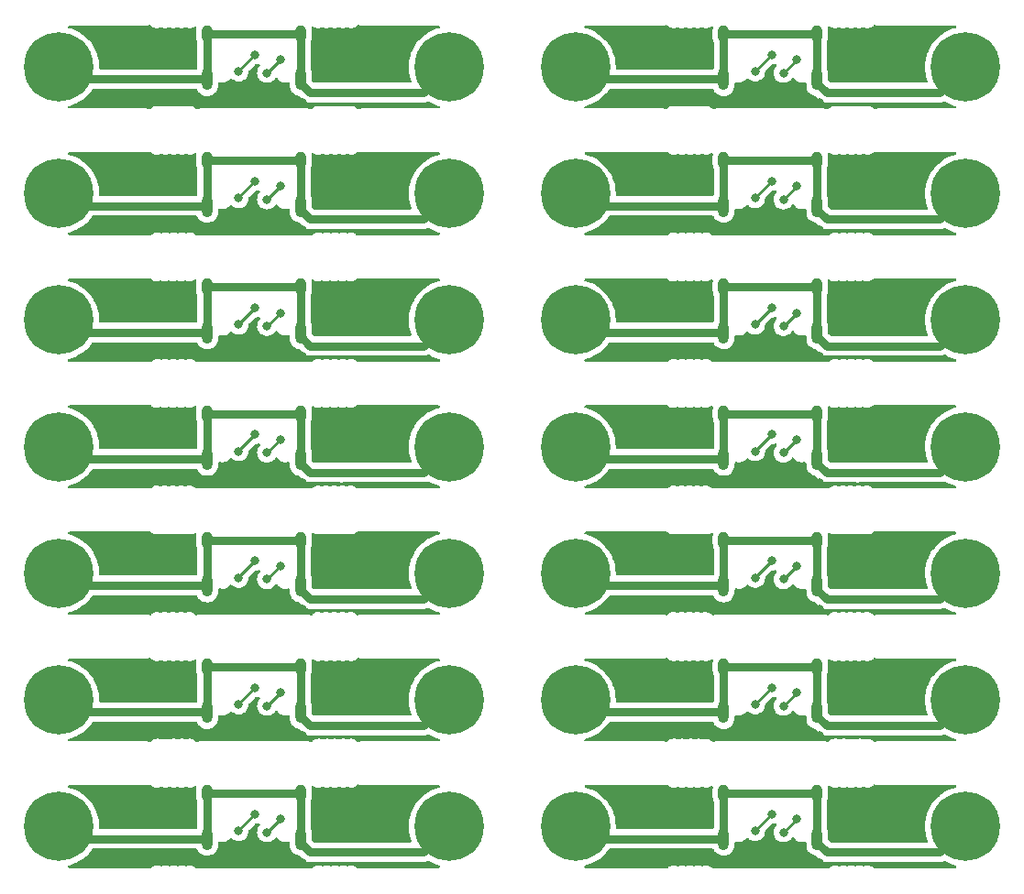
<source format=gbr>
%TF.GenerationSoftware,KiCad,Pcbnew,(6.0.0)*%
%TF.CreationDate,2022-02-04T14:46:28-05:00*%
%TF.ProjectId,Panel v2,50616e65-6c20-4763-922e-6b696361645f,rev?*%
%TF.SameCoordinates,Original*%
%TF.FileFunction,Copper,L2,Bot*%
%TF.FilePolarity,Positive*%
%FSLAX46Y46*%
G04 Gerber Fmt 4.6, Leading zero omitted, Abs format (unit mm)*
G04 Created by KiCad (PCBNEW (6.0.0)) date 2022-02-04 14:46:28*
%MOMM*%
%LPD*%
G01*
G04 APERTURE LIST*
%TA.AperFunction,ComponentPad*%
%ADD10C,0.800000*%
%TD*%
%TA.AperFunction,ComponentPad*%
%ADD11C,6.400000*%
%TD*%
%TA.AperFunction,ComponentPad*%
%ADD12O,1.000000X1.600000*%
%TD*%
%TA.AperFunction,ComponentPad*%
%ADD13O,1.000000X2.100000*%
%TD*%
%TA.AperFunction,ViaPad*%
%ADD14C,0.800000*%
%TD*%
%TA.AperFunction,Conductor*%
%ADD15C,0.200000*%
%TD*%
%TA.AperFunction,Conductor*%
%ADD16C,0.250000*%
%TD*%
%TA.AperFunction,Conductor*%
%ADD17C,0.800000*%
%TD*%
G04 APERTURE END LIST*
D10*
%TO.P,MH13,1,Pin_1*%
%TO.N,Board_6-SHIELD*%
X67999999Y-87500008D03*
X65599999Y-85100008D03*
X70399999Y-85100008D03*
D11*
X67999999Y-85100008D03*
D10*
X69697055Y-86797064D03*
X66302943Y-83402952D03*
X66302943Y-86797064D03*
X69697055Y-83402952D03*
X67999999Y-82700008D03*
%TD*%
%TO.P,MH26,1,Pin_1*%
%TO.N,Board_13-SHIELD*%
X79700002Y-122600017D03*
X77300002Y-120200017D03*
X82100002Y-120200017D03*
X81397058Y-121897073D03*
X79700002Y-117800017D03*
D11*
X79700002Y-120200017D03*
D10*
X78002946Y-121897073D03*
X78002946Y-118502961D03*
X81397058Y-118502961D03*
%TD*%
D12*
%TO.P,U14,13*%
%TO.N,N/C*%
X102020002Y-117150017D03*
D13*
X93380002Y-121330017D03*
D12*
X93380002Y-117150017D03*
D13*
X102020002Y-121330017D03*
%TD*%
D10*
%TO.P,MH19,1,Pin_1*%
%TO.N,Board_10-SHIELD*%
X67999999Y-110900014D03*
X65599999Y-108500014D03*
X66302943Y-106802958D03*
D11*
X67999999Y-108500014D03*
D10*
X67999999Y-106100014D03*
X69697055Y-110197070D03*
X69697055Y-106802958D03*
X70399999Y-108500014D03*
X66302943Y-110197070D03*
%TD*%
%TO.P,MH10,1,Pin_1*%
%TO.N,Board_6-SHIELD*%
X31999999Y-87500008D03*
X33697055Y-83402952D03*
X30302943Y-86797064D03*
D11*
X31999999Y-85100008D03*
D10*
X33697055Y-86797064D03*
X30302943Y-83402952D03*
X29599999Y-85100008D03*
X34399999Y-85100008D03*
X31999999Y-82700008D03*
%TD*%
%TO.P,MH3,1,Pin_1*%
%TO.N,Board_2-SHIELD*%
X69697055Y-60002946D03*
X70399999Y-61700002D03*
X67999999Y-64100002D03*
X65599999Y-61700002D03*
X67999999Y-59300002D03*
X66302943Y-60002946D03*
X66302943Y-63397058D03*
X69697055Y-63397058D03*
D11*
X67999999Y-61700002D03*
%TD*%
D12*
%TO.P,U4,13*%
%TO.N,N/C*%
X102020002Y-58650002D03*
D13*
X93380002Y-62830002D03*
D12*
X93380002Y-58650002D03*
D13*
X102020002Y-62830002D03*
%TD*%
D10*
%TO.P,MH18,1,Pin_1*%
%TO.N,Board_10-SHIELD*%
X31999999Y-110900014D03*
X30302943Y-110197070D03*
X33697055Y-106802958D03*
X34399999Y-108500014D03*
X33697055Y-110197070D03*
D11*
X31999999Y-108500014D03*
D10*
X31999999Y-106100014D03*
X29599999Y-108500014D03*
X30302943Y-106802958D03*
%TD*%
D12*
%TO.P,U8,13*%
%TO.N,N/C*%
X102020002Y-82050008D03*
D13*
X93380002Y-86230008D03*
D12*
X93380002Y-82050008D03*
D13*
X102020002Y-86230008D03*
%TD*%
D12*
%TO.P,U2,13*%
%TO.N,N/C*%
X54319999Y-46949999D03*
D13*
X45679999Y-51129999D03*
D12*
X45679999Y-46949999D03*
D13*
X54319999Y-51129999D03*
%TD*%
D10*
%TO.P,MH28,1,Pin_1*%
%TO.N,Board_13-SHIELD*%
X117397058Y-118502961D03*
X115700002Y-117800017D03*
X118100002Y-120200017D03*
D11*
X115700002Y-120200017D03*
D10*
X114002946Y-118502961D03*
X113300002Y-120200017D03*
X115700002Y-122600017D03*
X114002946Y-121897073D03*
X117397058Y-121897073D03*
%TD*%
%TO.P,MH25,1,Pin_1*%
%TO.N,Board_12-SHIELD*%
X30302943Y-121897073D03*
X33697055Y-121897073D03*
X31999999Y-122600017D03*
X31999999Y-117800017D03*
X29599999Y-120200017D03*
D11*
X31999999Y-120200017D03*
D10*
X30302943Y-118502961D03*
X33697055Y-118502961D03*
X34399999Y-120200017D03*
%TD*%
%TO.P,MH22,1,Pin_1*%
%TO.N,Board_9-SHIELD*%
X82100002Y-96800011D03*
X78002946Y-98497067D03*
X81397058Y-98497067D03*
X77300002Y-96800011D03*
X78002946Y-95102955D03*
X79700002Y-94400011D03*
X81397058Y-95102955D03*
D11*
X79700002Y-96800011D03*
D10*
X79700002Y-99200011D03*
%TD*%
D12*
%TO.P,U6,13*%
%TO.N,N/C*%
X54319999Y-70350005D03*
D13*
X45679999Y-74530005D03*
D12*
X45679999Y-70350005D03*
D13*
X54319999Y-74530005D03*
%TD*%
D11*
%TO.P,MH6,1,Pin_1*%
%TO.N,Board_3-SHIELD*%
X79700002Y-61700002D03*
D10*
X81397058Y-63397058D03*
X82100002Y-61700002D03*
X81397058Y-60002946D03*
X78002946Y-63397058D03*
X79700002Y-64100002D03*
X78002946Y-60002946D03*
X77300002Y-61700002D03*
X79700002Y-59300002D03*
%TD*%
%TO.P,MH21,1,Pin_1*%
%TO.N,Board_8-SHIELD*%
X66302943Y-98497067D03*
X67999999Y-94400011D03*
X70399999Y-96800011D03*
X69697055Y-95102955D03*
X67999999Y-99200011D03*
X69697055Y-98497067D03*
D11*
X67999999Y-96800011D03*
D10*
X66302943Y-95102955D03*
X65599999Y-96800011D03*
%TD*%
%TO.P,MH20,1,Pin_1*%
%TO.N,Board_11-SHIELD*%
X78002946Y-110197070D03*
X79700002Y-110900014D03*
X77300002Y-108500014D03*
X81397058Y-106802958D03*
X81397058Y-110197070D03*
D11*
X79700002Y-108500014D03*
D10*
X78002946Y-106802958D03*
X79700002Y-106100014D03*
X82100002Y-108500014D03*
%TD*%
%TO.P,MH16,1,Pin_1*%
%TO.N,Board_5-SHIELD*%
X114002946Y-71702949D03*
X115700002Y-75800005D03*
X113300002Y-73400005D03*
X117397058Y-71702949D03*
D11*
X115700002Y-73400005D03*
D10*
X114002946Y-75097061D03*
X115700002Y-71000005D03*
X117397058Y-75097061D03*
X118100002Y-73400005D03*
%TD*%
D12*
%TO.P,U7,13*%
%TO.N,N/C*%
X102020002Y-70350005D03*
D13*
X93380002Y-74530005D03*
D12*
X93380002Y-70350005D03*
D13*
X102020002Y-74530005D03*
%TD*%
D10*
%TO.P,MH12,1,Pin_1*%
%TO.N,Board_4-SHIELD*%
X70399999Y-73400005D03*
X66302943Y-75097061D03*
X67999999Y-75800005D03*
X66302943Y-71702949D03*
X69697055Y-71702949D03*
X65599999Y-73400005D03*
X69697055Y-75097061D03*
D11*
X67999999Y-73400005D03*
D10*
X67999999Y-71000005D03*
%TD*%
%TO.P,MH5,1,Pin_1*%
%TO.N,Board_0-SHIELD*%
X67999999Y-47599999D03*
X66302943Y-48302943D03*
X69697055Y-51697055D03*
D11*
X67999999Y-49999999D03*
D10*
X65599999Y-49999999D03*
X67999999Y-52399999D03*
X66302943Y-51697055D03*
X70399999Y-49999999D03*
X69697055Y-48302943D03*
%TD*%
%TO.P,MH11,1,Pin_1*%
%TO.N,Board_7-SHIELD*%
X77300002Y-85100008D03*
X78002946Y-83402952D03*
D11*
X79700002Y-85100008D03*
D10*
X81397058Y-86797064D03*
X82100002Y-85100008D03*
X79700002Y-82700008D03*
X79700002Y-87500008D03*
X81397058Y-83402952D03*
X78002946Y-86797064D03*
%TD*%
%TO.P,MH7,1,Pin_1*%
%TO.N,Board_3-SHIELD*%
X114002946Y-63397058D03*
X118100002Y-61700002D03*
X115700002Y-59300002D03*
X115700002Y-64100002D03*
X113300002Y-61700002D03*
X114002946Y-60002946D03*
D11*
X115700002Y-61700002D03*
D10*
X117397058Y-63397058D03*
X117397058Y-60002946D03*
%TD*%
D12*
%TO.P,U9,13*%
%TO.N,N/C*%
X54319999Y-93750011D03*
D13*
X45679999Y-97930011D03*
D12*
X45679999Y-93750011D03*
D13*
X54319999Y-97930011D03*
%TD*%
D10*
%TO.P,MH4,1,Pin_1*%
%TO.N,Board_1-SHIELD*%
X78002946Y-51697055D03*
X81397058Y-51697055D03*
X81397058Y-48302943D03*
D11*
X79700002Y-49999999D03*
D10*
X78002946Y-48302943D03*
X79700002Y-47599999D03*
X77300002Y-49999999D03*
X82100002Y-49999999D03*
X79700002Y-52399999D03*
%TD*%
%TO.P,MH17,1,Pin_1*%
%TO.N,Board_8-SHIELD*%
X33697055Y-98497067D03*
X31999999Y-99200011D03*
X34399999Y-96800011D03*
X29599999Y-96800011D03*
D11*
X31999999Y-96800011D03*
D10*
X30302943Y-98497067D03*
X31999999Y-94400011D03*
X30302943Y-95102955D03*
X33697055Y-95102955D03*
%TD*%
D11*
%TO.P,MH8,1,Pin_1*%
%TO.N,Board_1-SHIELD*%
X115700002Y-49999999D03*
D10*
X117397058Y-51697055D03*
X113300002Y-49999999D03*
X114002946Y-51697055D03*
X114002946Y-48302943D03*
X115700002Y-52399999D03*
X117397058Y-48302943D03*
X115700002Y-47599999D03*
X118100002Y-49999999D03*
%TD*%
D12*
%TO.P,U13,13*%
%TO.N,N/C*%
X54319999Y-117150017D03*
D13*
X45679999Y-121330017D03*
D12*
X45679999Y-117150017D03*
D13*
X54319999Y-121330017D03*
%TD*%
D10*
%TO.P,MH1,1,Pin_1*%
%TO.N,Board_0-SHIELD*%
X33697055Y-51697055D03*
D11*
X31999999Y-49999999D03*
D10*
X31999999Y-47599999D03*
X30302943Y-48302943D03*
X31999999Y-52399999D03*
X34399999Y-49999999D03*
X30302943Y-51697055D03*
X29599999Y-49999999D03*
X33697055Y-48302943D03*
%TD*%
D11*
%TO.P,MH24,1,Pin_1*%
%TO.N,Board_9-SHIELD*%
X115700002Y-96800011D03*
D10*
X115700002Y-99200011D03*
X117397058Y-95102955D03*
X118100002Y-96800011D03*
X117397058Y-98497067D03*
X114002946Y-95102955D03*
X115700002Y-94400011D03*
X113300002Y-96800011D03*
X114002946Y-98497067D03*
%TD*%
%TO.P,MH9,1,Pin_1*%
%TO.N,Board_4-SHIELD*%
X34399999Y-73400005D03*
D11*
X31999999Y-73400005D03*
D10*
X29599999Y-73400005D03*
X30302943Y-75097061D03*
X33697055Y-75097061D03*
X31999999Y-75800005D03*
X30302943Y-71702949D03*
X33697055Y-71702949D03*
X31999999Y-71000005D03*
%TD*%
D12*
%TO.P,U11,13*%
%TO.N,N/C*%
X102020002Y-105450014D03*
D13*
X93380002Y-109630014D03*
D12*
X93380002Y-105450014D03*
D13*
X102020002Y-109630014D03*
%TD*%
D10*
%TO.P,MH23,1,Pin_1*%
%TO.N,Board_11-SHIELD*%
X115700002Y-106100014D03*
D11*
X115700002Y-108500014D03*
D10*
X113300002Y-108500014D03*
X117397058Y-106802958D03*
X114002946Y-110197070D03*
X115700002Y-110900014D03*
X118100002Y-108500014D03*
X117397058Y-110197070D03*
X114002946Y-106802958D03*
%TD*%
%TO.P,MH27,1,Pin_1*%
%TO.N,Board_12-SHIELD*%
X69697055Y-118502961D03*
X69697055Y-121897073D03*
X66302943Y-121897073D03*
X67999999Y-117800017D03*
X65599999Y-120200017D03*
D11*
X67999999Y-120200017D03*
D10*
X70399999Y-120200017D03*
X66302943Y-118502961D03*
X67999999Y-122600017D03*
%TD*%
D12*
%TO.P,U10,13*%
%TO.N,N/C*%
X54319999Y-105450014D03*
D13*
X45679999Y-109630014D03*
D12*
X45679999Y-105450014D03*
D13*
X54319999Y-109630014D03*
%TD*%
D10*
%TO.P,MH15,1,Pin_1*%
%TO.N,Board_7-SHIELD*%
X117397058Y-86797064D03*
X114002946Y-86797064D03*
X118100002Y-85100008D03*
X114002946Y-83402952D03*
X115700002Y-82700008D03*
D11*
X115700002Y-85100008D03*
D10*
X117397058Y-83402952D03*
X115700002Y-87500008D03*
X113300002Y-85100008D03*
%TD*%
%TO.P,MH2,1,Pin_1*%
%TO.N,Board_2-SHIELD*%
X31999999Y-59300002D03*
X34399999Y-61700002D03*
X33697055Y-60002946D03*
X31999999Y-64100002D03*
D11*
X31999999Y-61700002D03*
D10*
X30302943Y-60002946D03*
X29599999Y-61700002D03*
X30302943Y-63397058D03*
X33697055Y-63397058D03*
%TD*%
D12*
%TO.P,U12,13*%
%TO.N,N/C*%
X102020002Y-93750011D03*
D13*
X93380002Y-97930011D03*
D12*
X93380002Y-93750011D03*
D13*
X102020002Y-97930011D03*
%TD*%
D10*
%TO.P,MH14,1,Pin_1*%
%TO.N,Board_5-SHIELD*%
X77300002Y-73400005D03*
D11*
X79700002Y-73400005D03*
D10*
X79700002Y-71000005D03*
X79700002Y-75800005D03*
X81397058Y-75097061D03*
X82100002Y-73400005D03*
X78002946Y-71702949D03*
X81397058Y-71702949D03*
X78002946Y-75097061D03*
%TD*%
D12*
%TO.P,U5,13*%
%TO.N,N/C*%
X54319999Y-82050008D03*
D13*
X45679999Y-86230008D03*
D12*
X45679999Y-82050008D03*
D13*
X54319999Y-86230008D03*
%TD*%
D12*
%TO.P,U1,13*%
%TO.N,N/C*%
X54319999Y-58650002D03*
D13*
X45679999Y-62830002D03*
D12*
X45679999Y-58650002D03*
D13*
X54319999Y-62830002D03*
%TD*%
D12*
%TO.P,U3,13*%
%TO.N,N/C*%
X102020002Y-46949999D03*
D13*
X93380002Y-51129999D03*
D12*
X93380002Y-46949999D03*
D13*
X102020002Y-51129999D03*
%TD*%
D14*
%TO.N,Board_0-GND*%
X57244999Y-47259999D03*
X38999999Y-49549999D03*
X54509999Y-53329999D03*
X39399999Y-53149999D03*
X43399999Y-49149999D03*
X55894999Y-50874999D03*
X44399999Y-52474989D03*
%TO.N,Board_0-Net-(J1-Pad10)*%
X48599999Y-50424999D03*
X50094999Y-48854999D03*
%TO.N,Board_0-Net-(J1-Pad4)*%
X52422499Y-49327499D03*
X51199999Y-50549999D03*
%TO.N,Board_1-GND*%
X104945002Y-47259999D03*
X86700002Y-49549999D03*
X102210002Y-53329999D03*
X87100002Y-53149999D03*
X91100002Y-49149999D03*
X103595002Y-50874999D03*
X92100002Y-52474989D03*
%TO.N,Board_1-Net-(J1-Pad10)*%
X96300002Y-50424999D03*
X97795002Y-48854999D03*
%TO.N,Board_1-Net-(J1-Pad4)*%
X100122502Y-49327499D03*
X98900002Y-50549999D03*
%TO.N,Board_2-GND*%
X57244999Y-58960002D03*
X38999999Y-61250002D03*
X54509999Y-65030002D03*
X39399999Y-64850002D03*
X43399999Y-60850002D03*
X55894999Y-62575002D03*
X44399999Y-64174992D03*
%TO.N,Board_2-Net-(J1-Pad10)*%
X48599999Y-62125002D03*
X50094999Y-60555002D03*
%TO.N,Board_2-Net-(J1-Pad4)*%
X52422499Y-61027502D03*
X51199999Y-62250002D03*
%TO.N,Board_3-GND*%
X104945002Y-58960002D03*
X86700002Y-61250002D03*
X102210002Y-65030002D03*
X87100002Y-64850002D03*
X91100002Y-60850002D03*
X103595002Y-62575002D03*
X92100002Y-64174992D03*
%TO.N,Board_3-Net-(J1-Pad10)*%
X96300002Y-62125002D03*
X97795002Y-60555002D03*
%TO.N,Board_3-Net-(J1-Pad4)*%
X100122502Y-61027502D03*
X98900002Y-62250002D03*
%TO.N,Board_4-GND*%
X57244999Y-70660005D03*
X38999999Y-72950005D03*
X54509999Y-76730005D03*
X39399999Y-76550005D03*
X43399999Y-72550005D03*
X55894999Y-74275005D03*
X44399999Y-75874995D03*
%TO.N,Board_4-Net-(J1-Pad10)*%
X48599999Y-73825005D03*
X50094999Y-72255005D03*
%TO.N,Board_4-Net-(J1-Pad4)*%
X52422499Y-72727505D03*
X51199999Y-73950005D03*
%TO.N,Board_5-GND*%
X104945002Y-70660005D03*
X86700002Y-72950005D03*
X102210002Y-76730005D03*
X87100002Y-76550005D03*
X91100002Y-72550005D03*
X103595002Y-74275005D03*
X92100002Y-75874995D03*
%TO.N,Board_5-Net-(J1-Pad10)*%
X96300002Y-73825005D03*
X97795002Y-72255005D03*
%TO.N,Board_5-Net-(J1-Pad4)*%
X100122502Y-72727505D03*
X98900002Y-73950005D03*
%TO.N,Board_6-GND*%
X57244999Y-82360008D03*
X38999999Y-84650008D03*
X54509999Y-88430008D03*
X39399999Y-88250008D03*
X43399999Y-84250008D03*
X55894999Y-85975008D03*
X44399999Y-87574998D03*
%TO.N,Board_6-Net-(J1-Pad10)*%
X48599999Y-85525008D03*
X50094999Y-83955008D03*
%TO.N,Board_6-Net-(J1-Pad4)*%
X52422499Y-84427508D03*
X51199999Y-85650008D03*
%TO.N,Board_7-GND*%
X104945002Y-82360008D03*
X86700002Y-84650008D03*
X102210002Y-88430008D03*
X87100002Y-88250008D03*
X91100002Y-84250008D03*
X103595002Y-85975008D03*
X92100002Y-87574998D03*
%TO.N,Board_7-Net-(J1-Pad10)*%
X96300002Y-85525008D03*
X97795002Y-83955008D03*
%TO.N,Board_7-Net-(J1-Pad4)*%
X100122502Y-84427508D03*
X98900002Y-85650008D03*
%TO.N,Board_8-GND*%
X57244999Y-94060011D03*
X38999999Y-96350011D03*
X54509999Y-100130011D03*
X39399999Y-99950011D03*
X43399999Y-95950011D03*
X55894999Y-97675011D03*
X44399999Y-99275001D03*
%TO.N,Board_8-Net-(J1-Pad10)*%
X48599999Y-97225011D03*
X50094999Y-95655011D03*
%TO.N,Board_8-Net-(J1-Pad4)*%
X52422499Y-96127511D03*
X51199999Y-97350011D03*
%TO.N,Board_9-GND*%
X104945002Y-94060011D03*
X86700002Y-96350011D03*
X102210002Y-100130011D03*
X87100002Y-99950011D03*
X91100002Y-95950011D03*
X103595002Y-97675011D03*
X92100002Y-99275001D03*
%TO.N,Board_9-Net-(J1-Pad10)*%
X96300002Y-97225011D03*
X97795002Y-95655011D03*
%TO.N,Board_9-Net-(J1-Pad4)*%
X100122502Y-96127511D03*
X98900002Y-97350011D03*
%TO.N,Board_10-GND*%
X57244999Y-105760014D03*
X38999999Y-108050014D03*
X54509999Y-111830014D03*
X39399999Y-111650014D03*
X43399999Y-107650014D03*
X55894999Y-109375014D03*
X44399999Y-110975004D03*
%TO.N,Board_10-Net-(J1-Pad10)*%
X48599999Y-108925014D03*
X50094999Y-107355014D03*
%TO.N,Board_10-Net-(J1-Pad4)*%
X52422499Y-107827514D03*
X51199999Y-109050014D03*
%TO.N,Board_11-GND*%
X104945002Y-105760014D03*
X86700002Y-108050014D03*
X102210002Y-111830014D03*
X87100002Y-111650014D03*
X91100002Y-107650014D03*
X103595002Y-109375014D03*
X92100002Y-110975004D03*
%TO.N,Board_11-Net-(J1-Pad10)*%
X96300002Y-108925014D03*
X97795002Y-107355014D03*
%TO.N,Board_11-Net-(J1-Pad4)*%
X100122502Y-107827514D03*
X98900002Y-109050014D03*
%TO.N,Board_12-GND*%
X57244999Y-117460017D03*
X38999999Y-119750017D03*
X54509999Y-123530017D03*
X39399999Y-123350017D03*
X43399999Y-119350017D03*
X55894999Y-121075017D03*
X44399999Y-122675007D03*
%TO.N,Board_12-Net-(J1-Pad10)*%
X48599999Y-120625017D03*
X50094999Y-119055017D03*
%TO.N,Board_12-Net-(J1-Pad4)*%
X52422499Y-119527517D03*
X51199999Y-120750017D03*
%TO.N,Board_13-GND*%
X104945002Y-117460017D03*
X86700002Y-119750017D03*
X102210002Y-123530017D03*
X87100002Y-123350017D03*
X91100002Y-119350017D03*
X103595002Y-121075017D03*
X92100002Y-122675007D03*
%TO.N,Board_13-Net-(J1-Pad10)*%
X96300002Y-120625017D03*
X97795002Y-119055017D03*
%TO.N,Board_13-Net-(J1-Pad4)*%
X100122502Y-119527517D03*
X98900002Y-120750017D03*
%TD*%
D15*
%TO.N,Board_0-GND*%
X55894999Y-48609999D02*
X57244999Y-47259999D01*
X55894999Y-50874999D02*
X55894999Y-48609999D01*
D16*
%TO.N,Board_0-Net-(J1-Pad10)*%
X48599999Y-50349999D02*
X50094999Y-48854999D01*
X48599999Y-50424999D02*
X48599999Y-50349999D01*
X50094999Y-48854999D02*
X50099999Y-48849999D01*
%TO.N,Board_0-Net-(J1-Pad4)*%
X52422499Y-49327499D02*
X52499999Y-49249999D01*
X51199999Y-50549999D02*
X52422499Y-49327499D01*
D17*
%TO.N,Board_0-SHIELD*%
X55174999Y-52374999D02*
X54319999Y-51519999D01*
X33129999Y-51129999D02*
X31999999Y-49999999D01*
X45679999Y-51129999D02*
X45679999Y-46949999D01*
X54319999Y-51519999D02*
X54319999Y-51129999D01*
X65624999Y-52374999D02*
X67999999Y-49999999D01*
X58049999Y-52374999D02*
X58594999Y-52374999D01*
X58594999Y-52374999D02*
X55174999Y-52374999D01*
X54319999Y-46949999D02*
X54319999Y-51129999D01*
X45679999Y-51129999D02*
X33129999Y-51129999D01*
X58594999Y-52374999D02*
X65624999Y-52374999D01*
X58049999Y-52374999D02*
X58049999Y-52384999D01*
X45679999Y-46949999D02*
X54319999Y-46949999D01*
D15*
%TO.N,Board_1-GND*%
X103595002Y-48609999D02*
X104945002Y-47259999D01*
X103595002Y-50874999D02*
X103595002Y-48609999D01*
D16*
%TO.N,Board_1-Net-(J1-Pad10)*%
X96300002Y-50349999D02*
X97795002Y-48854999D01*
X96300002Y-50424999D02*
X96300002Y-50349999D01*
X97795002Y-48854999D02*
X97800002Y-48849999D01*
%TO.N,Board_1-Net-(J1-Pad4)*%
X100122502Y-49327499D02*
X100200002Y-49249999D01*
X98900002Y-50549999D02*
X100122502Y-49327499D01*
D17*
%TO.N,Board_1-SHIELD*%
X102875002Y-52374999D02*
X102020002Y-51519999D01*
X80830002Y-51129999D02*
X79700002Y-49999999D01*
X93380002Y-51129999D02*
X93380002Y-46949999D01*
X102020002Y-51519999D02*
X102020002Y-51129999D01*
X113325002Y-52374999D02*
X115700002Y-49999999D01*
X105750002Y-52374999D02*
X106295002Y-52374999D01*
X106295002Y-52374999D02*
X102875002Y-52374999D01*
X102020002Y-46949999D02*
X102020002Y-51129999D01*
X93380002Y-51129999D02*
X80830002Y-51129999D01*
X106295002Y-52374999D02*
X113325002Y-52374999D01*
X105750002Y-52374999D02*
X105750002Y-52384999D01*
X93380002Y-46949999D02*
X102020002Y-46949999D01*
D15*
%TO.N,Board_2-GND*%
X55894999Y-60310002D02*
X57244999Y-58960002D01*
X55894999Y-62575002D02*
X55894999Y-60310002D01*
D16*
%TO.N,Board_2-Net-(J1-Pad10)*%
X48599999Y-62050002D02*
X50094999Y-60555002D01*
X48599999Y-62125002D02*
X48599999Y-62050002D01*
X50094999Y-60555002D02*
X50099999Y-60550002D01*
%TO.N,Board_2-Net-(J1-Pad4)*%
X52422499Y-61027502D02*
X52499999Y-60950002D01*
X51199999Y-62250002D02*
X52422499Y-61027502D01*
D17*
%TO.N,Board_2-SHIELD*%
X55174999Y-64075002D02*
X54319999Y-63220002D01*
X33129999Y-62830002D02*
X31999999Y-61700002D01*
X45679999Y-62830002D02*
X45679999Y-58650002D01*
X54319999Y-63220002D02*
X54319999Y-62830002D01*
X65624999Y-64075002D02*
X67999999Y-61700002D01*
X58049999Y-64075002D02*
X58594999Y-64075002D01*
X58594999Y-64075002D02*
X55174999Y-64075002D01*
X54319999Y-58650002D02*
X54319999Y-62830002D01*
X45679999Y-62830002D02*
X33129999Y-62830002D01*
X58594999Y-64075002D02*
X65624999Y-64075002D01*
X58049999Y-64075002D02*
X58049999Y-64085002D01*
X45679999Y-58650002D02*
X54319999Y-58650002D01*
D15*
%TO.N,Board_3-GND*%
X103595002Y-60310002D02*
X104945002Y-58960002D01*
X103595002Y-62575002D02*
X103595002Y-60310002D01*
D16*
%TO.N,Board_3-Net-(J1-Pad10)*%
X96300002Y-62050002D02*
X97795002Y-60555002D01*
X96300002Y-62125002D02*
X96300002Y-62050002D01*
X97795002Y-60555002D02*
X97800002Y-60550002D01*
%TO.N,Board_3-Net-(J1-Pad4)*%
X100122502Y-61027502D02*
X100200002Y-60950002D01*
X98900002Y-62250002D02*
X100122502Y-61027502D01*
D17*
%TO.N,Board_3-SHIELD*%
X102875002Y-64075002D02*
X102020002Y-63220002D01*
X80830002Y-62830002D02*
X79700002Y-61700002D01*
X93380002Y-62830002D02*
X93380002Y-58650002D01*
X102020002Y-63220002D02*
X102020002Y-62830002D01*
X113325002Y-64075002D02*
X115700002Y-61700002D01*
X105750002Y-64075002D02*
X106295002Y-64075002D01*
X106295002Y-64075002D02*
X102875002Y-64075002D01*
X102020002Y-58650002D02*
X102020002Y-62830002D01*
X93380002Y-62830002D02*
X80830002Y-62830002D01*
X106295002Y-64075002D02*
X113325002Y-64075002D01*
X105750002Y-64075002D02*
X105750002Y-64085002D01*
X93380002Y-58650002D02*
X102020002Y-58650002D01*
D15*
%TO.N,Board_4-GND*%
X55894999Y-72010005D02*
X57244999Y-70660005D01*
X55894999Y-74275005D02*
X55894999Y-72010005D01*
D16*
%TO.N,Board_4-Net-(J1-Pad10)*%
X48599999Y-73750005D02*
X50094999Y-72255005D01*
X48599999Y-73825005D02*
X48599999Y-73750005D01*
X50094999Y-72255005D02*
X50099999Y-72250005D01*
%TO.N,Board_4-Net-(J1-Pad4)*%
X52422499Y-72727505D02*
X52499999Y-72650005D01*
X51199999Y-73950005D02*
X52422499Y-72727505D01*
D17*
%TO.N,Board_4-SHIELD*%
X55174999Y-75775005D02*
X54319999Y-74920005D01*
X33129999Y-74530005D02*
X31999999Y-73400005D01*
X45679999Y-74530005D02*
X45679999Y-70350005D01*
X54319999Y-74920005D02*
X54319999Y-74530005D01*
X65624999Y-75775005D02*
X67999999Y-73400005D01*
X58049999Y-75775005D02*
X58594999Y-75775005D01*
X58594999Y-75775005D02*
X55174999Y-75775005D01*
X54319999Y-70350005D02*
X54319999Y-74530005D01*
X45679999Y-74530005D02*
X33129999Y-74530005D01*
X58594999Y-75775005D02*
X65624999Y-75775005D01*
X58049999Y-75775005D02*
X58049999Y-75785005D01*
X45679999Y-70350005D02*
X54319999Y-70350005D01*
D15*
%TO.N,Board_5-GND*%
X103595002Y-72010005D02*
X104945002Y-70660005D01*
X103595002Y-74275005D02*
X103595002Y-72010005D01*
D16*
%TO.N,Board_5-Net-(J1-Pad10)*%
X96300002Y-73750005D02*
X97795002Y-72255005D01*
X96300002Y-73825005D02*
X96300002Y-73750005D01*
X97795002Y-72255005D02*
X97800002Y-72250005D01*
%TO.N,Board_5-Net-(J1-Pad4)*%
X100122502Y-72727505D02*
X100200002Y-72650005D01*
X98900002Y-73950005D02*
X100122502Y-72727505D01*
D17*
%TO.N,Board_5-SHIELD*%
X102875002Y-75775005D02*
X102020002Y-74920005D01*
X80830002Y-74530005D02*
X79700002Y-73400005D01*
X93380002Y-74530005D02*
X93380002Y-70350005D01*
X102020002Y-74920005D02*
X102020002Y-74530005D01*
X113325002Y-75775005D02*
X115700002Y-73400005D01*
X105750002Y-75775005D02*
X106295002Y-75775005D01*
X106295002Y-75775005D02*
X102875002Y-75775005D01*
X102020002Y-70350005D02*
X102020002Y-74530005D01*
X93380002Y-74530005D02*
X80830002Y-74530005D01*
X106295002Y-75775005D02*
X113325002Y-75775005D01*
X105750002Y-75775005D02*
X105750002Y-75785005D01*
X93380002Y-70350005D02*
X102020002Y-70350005D01*
D15*
%TO.N,Board_6-GND*%
X55894999Y-83710008D02*
X57244999Y-82360008D01*
X55894999Y-85975008D02*
X55894999Y-83710008D01*
D16*
%TO.N,Board_6-Net-(J1-Pad10)*%
X48599999Y-85450008D02*
X50094999Y-83955008D01*
X48599999Y-85525008D02*
X48599999Y-85450008D01*
X50094999Y-83955008D02*
X50099999Y-83950008D01*
%TO.N,Board_6-Net-(J1-Pad4)*%
X52422499Y-84427508D02*
X52499999Y-84350008D01*
X51199999Y-85650008D02*
X52422499Y-84427508D01*
D17*
%TO.N,Board_6-SHIELD*%
X55174999Y-87475008D02*
X54319999Y-86620008D01*
X33129999Y-86230008D02*
X31999999Y-85100008D01*
X45679999Y-86230008D02*
X45679999Y-82050008D01*
X54319999Y-86620008D02*
X54319999Y-86230008D01*
X65624999Y-87475008D02*
X67999999Y-85100008D01*
X58049999Y-87475008D02*
X58594999Y-87475008D01*
X58594999Y-87475008D02*
X55174999Y-87475008D01*
X54319999Y-82050008D02*
X54319999Y-86230008D01*
X45679999Y-86230008D02*
X33129999Y-86230008D01*
X58594999Y-87475008D02*
X65624999Y-87475008D01*
X58049999Y-87475008D02*
X58049999Y-87485008D01*
X45679999Y-82050008D02*
X54319999Y-82050008D01*
D15*
%TO.N,Board_7-GND*%
X103595002Y-83710008D02*
X104945002Y-82360008D01*
X103595002Y-85975008D02*
X103595002Y-83710008D01*
D16*
%TO.N,Board_7-Net-(J1-Pad10)*%
X96300002Y-85450008D02*
X97795002Y-83955008D01*
X96300002Y-85525008D02*
X96300002Y-85450008D01*
X97795002Y-83955008D02*
X97800002Y-83950008D01*
%TO.N,Board_7-Net-(J1-Pad4)*%
X100122502Y-84427508D02*
X100200002Y-84350008D01*
X98900002Y-85650008D02*
X100122502Y-84427508D01*
D17*
%TO.N,Board_7-SHIELD*%
X102875002Y-87475008D02*
X102020002Y-86620008D01*
X80830002Y-86230008D02*
X79700002Y-85100008D01*
X93380002Y-86230008D02*
X93380002Y-82050008D01*
X102020002Y-86620008D02*
X102020002Y-86230008D01*
X113325002Y-87475008D02*
X115700002Y-85100008D01*
X105750002Y-87475008D02*
X106295002Y-87475008D01*
X106295002Y-87475008D02*
X102875002Y-87475008D01*
X102020002Y-82050008D02*
X102020002Y-86230008D01*
X93380002Y-86230008D02*
X80830002Y-86230008D01*
X106295002Y-87475008D02*
X113325002Y-87475008D01*
X105750002Y-87475008D02*
X105750002Y-87485008D01*
X93380002Y-82050008D02*
X102020002Y-82050008D01*
D15*
%TO.N,Board_8-GND*%
X55894999Y-95410011D02*
X57244999Y-94060011D01*
X55894999Y-97675011D02*
X55894999Y-95410011D01*
D16*
%TO.N,Board_8-Net-(J1-Pad10)*%
X48599999Y-97150011D02*
X50094999Y-95655011D01*
X48599999Y-97225011D02*
X48599999Y-97150011D01*
X50094999Y-95655011D02*
X50099999Y-95650011D01*
%TO.N,Board_8-Net-(J1-Pad4)*%
X52422499Y-96127511D02*
X52499999Y-96050011D01*
X51199999Y-97350011D02*
X52422499Y-96127511D01*
D17*
%TO.N,Board_8-SHIELD*%
X55174999Y-99175011D02*
X54319999Y-98320011D01*
X33129999Y-97930011D02*
X31999999Y-96800011D01*
X45679999Y-97930011D02*
X45679999Y-93750011D01*
X54319999Y-98320011D02*
X54319999Y-97930011D01*
X65624999Y-99175011D02*
X67999999Y-96800011D01*
X58049999Y-99175011D02*
X58594999Y-99175011D01*
X58594999Y-99175011D02*
X55174999Y-99175011D01*
X54319999Y-93750011D02*
X54319999Y-97930011D01*
X45679999Y-97930011D02*
X33129999Y-97930011D01*
X58594999Y-99175011D02*
X65624999Y-99175011D01*
X58049999Y-99175011D02*
X58049999Y-99185011D01*
X45679999Y-93750011D02*
X54319999Y-93750011D01*
D15*
%TO.N,Board_9-GND*%
X103595002Y-95410011D02*
X104945002Y-94060011D01*
X103595002Y-97675011D02*
X103595002Y-95410011D01*
D16*
%TO.N,Board_9-Net-(J1-Pad10)*%
X96300002Y-97150011D02*
X97795002Y-95655011D01*
X96300002Y-97225011D02*
X96300002Y-97150011D01*
X97795002Y-95655011D02*
X97800002Y-95650011D01*
%TO.N,Board_9-Net-(J1-Pad4)*%
X100122502Y-96127511D02*
X100200002Y-96050011D01*
X98900002Y-97350011D02*
X100122502Y-96127511D01*
D17*
%TO.N,Board_9-SHIELD*%
X102875002Y-99175011D02*
X102020002Y-98320011D01*
X80830002Y-97930011D02*
X79700002Y-96800011D01*
X93380002Y-97930011D02*
X93380002Y-93750011D01*
X102020002Y-98320011D02*
X102020002Y-97930011D01*
X113325002Y-99175011D02*
X115700002Y-96800011D01*
X105750002Y-99175011D02*
X106295002Y-99175011D01*
X106295002Y-99175011D02*
X102875002Y-99175011D01*
X102020002Y-93750011D02*
X102020002Y-97930011D01*
X93380002Y-97930011D02*
X80830002Y-97930011D01*
X106295002Y-99175011D02*
X113325002Y-99175011D01*
X105750002Y-99175011D02*
X105750002Y-99185011D01*
X93380002Y-93750011D02*
X102020002Y-93750011D01*
D15*
%TO.N,Board_10-GND*%
X55894999Y-107110014D02*
X57244999Y-105760014D01*
X55894999Y-109375014D02*
X55894999Y-107110014D01*
D16*
%TO.N,Board_10-Net-(J1-Pad10)*%
X48599999Y-108850014D02*
X50094999Y-107355014D01*
X48599999Y-108925014D02*
X48599999Y-108850014D01*
X50094999Y-107355014D02*
X50099999Y-107350014D01*
%TO.N,Board_10-Net-(J1-Pad4)*%
X52422499Y-107827514D02*
X52499999Y-107750014D01*
X51199999Y-109050014D02*
X52422499Y-107827514D01*
D17*
%TO.N,Board_10-SHIELD*%
X55174999Y-110875014D02*
X54319999Y-110020014D01*
X33129999Y-109630014D02*
X31999999Y-108500014D01*
X45679999Y-109630014D02*
X45679999Y-105450014D01*
X54319999Y-110020014D02*
X54319999Y-109630014D01*
X65624999Y-110875014D02*
X67999999Y-108500014D01*
X58049999Y-110875014D02*
X58594999Y-110875014D01*
X58594999Y-110875014D02*
X55174999Y-110875014D01*
X54319999Y-105450014D02*
X54319999Y-109630014D01*
X45679999Y-109630014D02*
X33129999Y-109630014D01*
X58594999Y-110875014D02*
X65624999Y-110875014D01*
X58049999Y-110875014D02*
X58049999Y-110885014D01*
X45679999Y-105450014D02*
X54319999Y-105450014D01*
D15*
%TO.N,Board_11-GND*%
X103595002Y-107110014D02*
X104945002Y-105760014D01*
X103595002Y-109375014D02*
X103595002Y-107110014D01*
D16*
%TO.N,Board_11-Net-(J1-Pad10)*%
X96300002Y-108850014D02*
X97795002Y-107355014D01*
X96300002Y-108925014D02*
X96300002Y-108850014D01*
X97795002Y-107355014D02*
X97800002Y-107350014D01*
%TO.N,Board_11-Net-(J1-Pad4)*%
X100122502Y-107827514D02*
X100200002Y-107750014D01*
X98900002Y-109050014D02*
X100122502Y-107827514D01*
D17*
%TO.N,Board_11-SHIELD*%
X102875002Y-110875014D02*
X102020002Y-110020014D01*
X80830002Y-109630014D02*
X79700002Y-108500014D01*
X93380002Y-109630014D02*
X93380002Y-105450014D01*
X102020002Y-110020014D02*
X102020002Y-109630014D01*
X113325002Y-110875014D02*
X115700002Y-108500014D01*
X105750002Y-110875014D02*
X106295002Y-110875014D01*
X106295002Y-110875014D02*
X102875002Y-110875014D01*
X102020002Y-105450014D02*
X102020002Y-109630014D01*
X93380002Y-109630014D02*
X80830002Y-109630014D01*
X106295002Y-110875014D02*
X113325002Y-110875014D01*
X105750002Y-110875014D02*
X105750002Y-110885014D01*
X93380002Y-105450014D02*
X102020002Y-105450014D01*
D15*
%TO.N,Board_12-GND*%
X55894999Y-118810017D02*
X57244999Y-117460017D01*
X55894999Y-121075017D02*
X55894999Y-118810017D01*
D16*
%TO.N,Board_12-Net-(J1-Pad10)*%
X48599999Y-120550017D02*
X50094999Y-119055017D01*
X48599999Y-120625017D02*
X48599999Y-120550017D01*
X50094999Y-119055017D02*
X50099999Y-119050017D01*
%TO.N,Board_12-Net-(J1-Pad4)*%
X52422499Y-119527517D02*
X52499999Y-119450017D01*
X51199999Y-120750017D02*
X52422499Y-119527517D01*
D17*
%TO.N,Board_12-SHIELD*%
X55174999Y-122575017D02*
X54319999Y-121720017D01*
X33129999Y-121330017D02*
X31999999Y-120200017D01*
X45679999Y-121330017D02*
X45679999Y-117150017D01*
X54319999Y-121720017D02*
X54319999Y-121330017D01*
X65624999Y-122575017D02*
X67999999Y-120200017D01*
X58049999Y-122575017D02*
X58594999Y-122575017D01*
X58594999Y-122575017D02*
X55174999Y-122575017D01*
X54319999Y-117150017D02*
X54319999Y-121330017D01*
X45679999Y-121330017D02*
X33129999Y-121330017D01*
X58594999Y-122575017D02*
X65624999Y-122575017D01*
X58049999Y-122575017D02*
X58049999Y-122585017D01*
X45679999Y-117150017D02*
X54319999Y-117150017D01*
D15*
%TO.N,Board_13-GND*%
X103595002Y-118810017D02*
X104945002Y-117460017D01*
X103595002Y-121075017D02*
X103595002Y-118810017D01*
D16*
%TO.N,Board_13-Net-(J1-Pad10)*%
X96300002Y-120550017D02*
X97795002Y-119055017D01*
X96300002Y-120625017D02*
X96300002Y-120550017D01*
X97795002Y-119055017D02*
X97800002Y-119050017D01*
%TO.N,Board_13-Net-(J1-Pad4)*%
X100122502Y-119527517D02*
X100200002Y-119450017D01*
X98900002Y-120750017D02*
X100122502Y-119527517D01*
D17*
%TO.N,Board_13-SHIELD*%
X102875002Y-122575017D02*
X102020002Y-121720017D01*
X80830002Y-121330017D02*
X79700002Y-120200017D01*
X93380002Y-121330017D02*
X93380002Y-117150017D01*
X102020002Y-121720017D02*
X102020002Y-121330017D01*
X113325002Y-122575017D02*
X115700002Y-120200017D01*
X105750002Y-122575017D02*
X106295002Y-122575017D01*
X106295002Y-122575017D02*
X102875002Y-122575017D01*
X102020002Y-117150017D02*
X102020002Y-121330017D01*
X93380002Y-121330017D02*
X80830002Y-121330017D01*
X106295002Y-122575017D02*
X113325002Y-122575017D01*
X105750002Y-122575017D02*
X105750002Y-122585017D01*
X93380002Y-117150017D02*
X102020002Y-117150017D01*
%TD*%
%TA.AperFunction,Conductor*%
%TO.N,Board_13-GND*%
G36*
X98244809Y-119929855D02*
G01*
X98282623Y-119989944D01*
X98281947Y-120060938D01*
X98255032Y-120108598D01*
X98160962Y-120213073D01*
X98065475Y-120378461D01*
X98006460Y-120560089D01*
X98005770Y-120566650D01*
X98005770Y-120566652D01*
X97998020Y-120640388D01*
X97986498Y-120750017D01*
X97987188Y-120756582D01*
X98004437Y-120920694D01*
X98006460Y-120939945D01*
X98065475Y-121121573D01*
X98068778Y-121127295D01*
X98068779Y-121127296D01*
X98091627Y-121166869D01*
X98160962Y-121286961D01*
X98165380Y-121291868D01*
X98165381Y-121291869D01*
X98216011Y-121348099D01*
X98288749Y-121428883D01*
X98374419Y-121491126D01*
X98412999Y-121519156D01*
X98443250Y-121541135D01*
X98449278Y-121543819D01*
X98449280Y-121543820D01*
X98611683Y-121616126D01*
X98617714Y-121618811D01*
X98711115Y-121638664D01*
X98798058Y-121657145D01*
X98798063Y-121657145D01*
X98804515Y-121658517D01*
X98995489Y-121658517D01*
X99001941Y-121657145D01*
X99001946Y-121657145D01*
X99088889Y-121638664D01*
X99182290Y-121618811D01*
X99188321Y-121616126D01*
X99350724Y-121543820D01*
X99350726Y-121543819D01*
X99356754Y-121541135D01*
X99387006Y-121519156D01*
X99425585Y-121491126D01*
X99511255Y-121428883D01*
X99583993Y-121348099D01*
X99634623Y-121291869D01*
X99634624Y-121291868D01*
X99639042Y-121286961D01*
X99663654Y-121244332D01*
X99715035Y-121195340D01*
X99784748Y-121181903D01*
X99850660Y-121208290D01*
X99884229Y-121248569D01*
X99891736Y-121262808D01*
X99891740Y-121262814D01*
X99894924Y-121268853D01*
X99899329Y-121274066D01*
X99899332Y-121274070D01*
X100007408Y-121401960D01*
X100007412Y-121401964D01*
X100011815Y-121407174D01*
X100017239Y-121411321D01*
X100017240Y-121411322D01*
X100150259Y-121513023D01*
X100150263Y-121513026D01*
X100155680Y-121517167D01*
X100207080Y-121541135D01*
X100313633Y-121590822D01*
X100313636Y-121590823D01*
X100319810Y-121593702D01*
X100326458Y-121595188D01*
X100326461Y-121595189D01*
X100422688Y-121616698D01*
X100496545Y-121633207D01*
X100502090Y-121633517D01*
X100635246Y-121633517D01*
X100770039Y-121618874D01*
X100845314Y-121593541D01*
X100916255Y-121590771D01*
X100977434Y-121626794D01*
X101009425Y-121690175D01*
X101011502Y-121712960D01*
X101011502Y-121929786D01*
X101011802Y-121932842D01*
X101011802Y-121932849D01*
X101016377Y-121979504D01*
X101025922Y-122076850D01*
X101027704Y-122082751D01*
X101027704Y-122082753D01*
X101049840Y-122156070D01*
X101083086Y-122266186D01*
X101175936Y-122440813D01*
X101246293Y-122527079D01*
X101297042Y-122589304D01*
X101297045Y-122589307D01*
X101300937Y-122594079D01*
X101305684Y-122598006D01*
X101305686Y-122598008D01*
X101448577Y-122716218D01*
X101448581Y-122716220D01*
X101453327Y-122720147D01*
X101627301Y-122814215D01*
X101652131Y-122821901D01*
X101810347Y-122870877D01*
X101810350Y-122870878D01*
X101816234Y-122872699D01*
X101822359Y-122873343D01*
X101822360Y-122873343D01*
X101851912Y-122876449D01*
X101917569Y-122903462D01*
X101927836Y-122912664D01*
X102175021Y-123159849D01*
X102187862Y-123174882D01*
X102196136Y-123186270D01*
X102201045Y-123190690D01*
X102246961Y-123232033D01*
X102251746Y-123236574D01*
X102266261Y-123251089D01*
X102268825Y-123253165D01*
X102282218Y-123264011D01*
X102287233Y-123268295D01*
X102333147Y-123309636D01*
X102333152Y-123309640D01*
X102338058Y-123314057D01*
X102343774Y-123317357D01*
X102343778Y-123317360D01*
X102350239Y-123321090D01*
X102366535Y-123332290D01*
X102377472Y-123341146D01*
X102383350Y-123344141D01*
X102383353Y-123344143D01*
X102438428Y-123372205D01*
X102444225Y-123375353D01*
X102495132Y-123404744D01*
X102503446Y-123409544D01*
X102516828Y-123413892D01*
X102535087Y-123421455D01*
X102547632Y-123427847D01*
X102554002Y-123429554D01*
X102554005Y-123429555D01*
X102568807Y-123433521D01*
X102613714Y-123445554D01*
X102620027Y-123447424D01*
X102685074Y-123468559D01*
X102699077Y-123470031D01*
X102718506Y-123473632D01*
X102732099Y-123477274D01*
X102738696Y-123477620D01*
X102738698Y-123477620D01*
X102800386Y-123480853D01*
X102806960Y-123481370D01*
X102824118Y-123483173D01*
X102824120Y-123483173D01*
X102827392Y-123483517D01*
X102847928Y-123483517D01*
X102854522Y-123483690D01*
X102916220Y-123486924D01*
X102916225Y-123486924D01*
X102922812Y-123487269D01*
X102929328Y-123486237D01*
X102929329Y-123486237D01*
X102936709Y-123485068D01*
X102956419Y-123483517D01*
X105594224Y-123483517D01*
X105620421Y-123486270D01*
X105648058Y-123492145D01*
X105648063Y-123492145D01*
X105654515Y-123493517D01*
X105845489Y-123493517D01*
X105851941Y-123492145D01*
X105851946Y-123492145D01*
X105879583Y-123486270D01*
X105905780Y-123483517D01*
X113243585Y-123483517D01*
X113263294Y-123485068D01*
X113277192Y-123487269D01*
X113283779Y-123486924D01*
X113283784Y-123486924D01*
X113345482Y-123483690D01*
X113352076Y-123483517D01*
X113372612Y-123483517D01*
X113375884Y-123483173D01*
X113375886Y-123483173D01*
X113393044Y-123481370D01*
X113399618Y-123480853D01*
X113461310Y-123477620D01*
X113461314Y-123477619D01*
X113467905Y-123477274D01*
X113474286Y-123475564D01*
X113474288Y-123475564D01*
X113481493Y-123473634D01*
X113500927Y-123470032D01*
X113508356Y-123469251D01*
X113508365Y-123469249D01*
X113514930Y-123468559D01*
X113579999Y-123447417D01*
X113586301Y-123445550D01*
X113652372Y-123427846D01*
X113664910Y-123421457D01*
X113683176Y-123413892D01*
X113690274Y-123411586D01*
X113690276Y-123411585D01*
X113696558Y-123409544D01*
X113702280Y-123406240D01*
X113708309Y-123403556D01*
X113708838Y-123404744D01*
X113770998Y-123389668D01*
X113833614Y-123409850D01*
X113836288Y-123411586D01*
X113843207Y-123416079D01*
X114189549Y-123592549D01*
X114552440Y-123731850D01*
X114665816Y-123762229D01*
X114789151Y-123795277D01*
X114849774Y-123832229D01*
X114880795Y-123896090D01*
X114872367Y-123966584D01*
X114827164Y-124021331D01*
X114756541Y-124042984D01*
X107678074Y-124043003D01*
X107671440Y-124042828D01*
X107671200Y-124042815D01*
X107666376Y-124042185D01*
X107661516Y-124042304D01*
X107661511Y-124042304D01*
X107634601Y-124042965D01*
X107631509Y-124043003D01*
X107602800Y-124043003D01*
X107602800Y-124042944D01*
X107596210Y-124042952D01*
X107596210Y-124042966D01*
X107591343Y-124043008D01*
X107586491Y-124042675D01*
X107577919Y-124043413D01*
X107566441Y-124044401D01*
X107558728Y-124044827D01*
X107546185Y-124045135D01*
X107546184Y-124045135D01*
X107541707Y-124045245D01*
X107537293Y-124045988D01*
X107537283Y-124045989D01*
X107531099Y-124047030D01*
X107520995Y-124048313D01*
X107500486Y-124050079D01*
X107490319Y-124050542D01*
X107481277Y-124050588D01*
X107481275Y-124050588D01*
X107476401Y-124050613D01*
X107460360Y-124053194D01*
X107451201Y-124054323D01*
X107438108Y-124055451D01*
X107433739Y-124056465D01*
X107433735Y-124056466D01*
X107423742Y-124058786D01*
X107415269Y-124060450D01*
X107391182Y-124064326D01*
X107381077Y-124065535D01*
X107378721Y-124065721D01*
X107372061Y-124066246D01*
X107372060Y-124066246D01*
X107367207Y-124066629D01*
X107355891Y-124069316D01*
X107351410Y-124070380D01*
X107342332Y-124072186D01*
X107329363Y-124074274D01*
X107329138Y-124072878D01*
X107264370Y-124069316D01*
X107214307Y-124036487D01*
X107212063Y-124034081D01*
X107207725Y-124028186D01*
X107202147Y-124023447D01*
X107202144Y-124023444D01*
X107078511Y-123918410D01*
X107078507Y-123918407D01*
X107072932Y-123913671D01*
X106975462Y-123863900D01*
X106921925Y-123836562D01*
X106921923Y-123836561D01*
X106915409Y-123833235D01*
X106908304Y-123831496D01*
X106908300Y-123831495D01*
X106824483Y-123810986D01*
X106743607Y-123791196D01*
X106738005Y-123790848D01*
X106738002Y-123790848D01*
X106734392Y-123790624D01*
X106734382Y-123790624D01*
X106732453Y-123790504D01*
X106604924Y-123790504D01*
X106535181Y-123798635D01*
X106480806Y-123804974D01*
X106480802Y-123804975D01*
X106473536Y-123805822D01*
X106466661Y-123808317D01*
X106466659Y-123808318D01*
X106313555Y-123863893D01*
X106242697Y-123868334D01*
X106213261Y-123857670D01*
X106171929Y-123836564D01*
X106171924Y-123836562D01*
X106165409Y-123833235D01*
X105993607Y-123791196D01*
X105988005Y-123790848D01*
X105988002Y-123790848D01*
X105984392Y-123790624D01*
X105984382Y-123790624D01*
X105982453Y-123790504D01*
X105854924Y-123790504D01*
X105785181Y-123798635D01*
X105730806Y-123804974D01*
X105730802Y-123804975D01*
X105723536Y-123805822D01*
X105716661Y-123808317D01*
X105716659Y-123808318D01*
X105563555Y-123863893D01*
X105492697Y-123868334D01*
X105463261Y-123857670D01*
X105421929Y-123836564D01*
X105421924Y-123836562D01*
X105415409Y-123833235D01*
X105243607Y-123791196D01*
X105238005Y-123790848D01*
X105238002Y-123790848D01*
X105234392Y-123790624D01*
X105234382Y-123790624D01*
X105232453Y-123790504D01*
X105104924Y-123790504D01*
X105035181Y-123798635D01*
X104980806Y-123804974D01*
X104980802Y-123804975D01*
X104973536Y-123805822D01*
X104966661Y-123808317D01*
X104966659Y-123808318D01*
X104813555Y-123863893D01*
X104742697Y-123868334D01*
X104713262Y-123857671D01*
X104671925Y-123836563D01*
X104671923Y-123836562D01*
X104665409Y-123833236D01*
X104658304Y-123831497D01*
X104658300Y-123831496D01*
X104574479Y-123810986D01*
X104493607Y-123791197D01*
X104488005Y-123790849D01*
X104488002Y-123790849D01*
X104484392Y-123790625D01*
X104484382Y-123790625D01*
X104482453Y-123790505D01*
X104354924Y-123790505D01*
X104285181Y-123798636D01*
X104230806Y-123804975D01*
X104230802Y-123804976D01*
X104223536Y-123805823D01*
X104216661Y-123808318D01*
X104216659Y-123808319D01*
X104063555Y-123863894D01*
X103992697Y-123868335D01*
X103963261Y-123857671D01*
X103921929Y-123836565D01*
X103921924Y-123836563D01*
X103915409Y-123833236D01*
X103743607Y-123791197D01*
X103738005Y-123790849D01*
X103738002Y-123790849D01*
X103734392Y-123790625D01*
X103734382Y-123790625D01*
X103732453Y-123790505D01*
X103604924Y-123790505D01*
X103535181Y-123798636D01*
X103480806Y-123804975D01*
X103480802Y-123804976D01*
X103473536Y-123805823D01*
X103466661Y-123808318D01*
X103466659Y-123808319D01*
X103388828Y-123836571D01*
X103307280Y-123866172D01*
X103301163Y-123870183D01*
X103301160Y-123870184D01*
X103227593Y-123918417D01*
X103159365Y-123963149D01*
X103154328Y-123968466D01*
X103154327Y-123968467D01*
X103086992Y-124039547D01*
X103025623Y-124075245D01*
X102969438Y-124076165D01*
X102964528Y-124075126D01*
X102963011Y-124074805D01*
X102951652Y-124071842D01*
X102946800Y-124070332D01*
X102946795Y-124070331D01*
X102942149Y-124068885D01*
X102937341Y-124068172D01*
X102937337Y-124068171D01*
X102922245Y-124065933D01*
X102914632Y-124064563D01*
X102902396Y-124061972D01*
X102902388Y-124061971D01*
X102897996Y-124061041D01*
X102893513Y-124060743D01*
X102889083Y-124060130D01*
X102889099Y-124060016D01*
X102879172Y-124058420D01*
X102879097Y-124058845D01*
X102874298Y-124057995D01*
X102869585Y-124056778D01*
X102845699Y-124054426D01*
X102839573Y-124053671D01*
X102818853Y-124050597D01*
X102814366Y-124050575D01*
X102809900Y-124050234D01*
X102809932Y-124049818D01*
X102799908Y-124048832D01*
X102799892Y-124048968D01*
X102795069Y-124048416D01*
X102790282Y-124047489D01*
X102771102Y-124046783D01*
X102770179Y-124046749D01*
X102762463Y-124046227D01*
X102745539Y-124044560D01*
X102741068Y-124044757D01*
X102741059Y-124044757D01*
X102734789Y-124045034D01*
X102724601Y-124045071D01*
X102715504Y-124044736D01*
X102708399Y-124044055D01*
X102708393Y-124044130D01*
X102703545Y-124043755D01*
X102698733Y-124043006D01*
X102670827Y-124043006D01*
X102666192Y-124042921D01*
X102665382Y-124042891D01*
X102641390Y-124042008D01*
X102636928Y-124042480D01*
X102632455Y-124042634D01*
X102632455Y-124042629D01*
X102625313Y-124043006D01*
X97208727Y-124043008D01*
X92779641Y-124043010D01*
X92773005Y-124042835D01*
X92772771Y-124042823D01*
X92767944Y-124042192D01*
X92763084Y-124042311D01*
X92763078Y-124042311D01*
X92736166Y-124042972D01*
X92733074Y-124043010D01*
X92704369Y-124043010D01*
X92704198Y-124043035D01*
X92702970Y-124043076D01*
X92699164Y-124043062D01*
X92694314Y-124042669D01*
X92675523Y-124044055D01*
X92670357Y-124044436D01*
X92664180Y-124044739D01*
X92658511Y-124044878D01*
X92643275Y-124045252D01*
X92638845Y-124045998D01*
X92635779Y-124046292D01*
X92629465Y-124046738D01*
X92625713Y-124046909D01*
X92620843Y-124046754D01*
X92599876Y-124049340D01*
X92597018Y-124049692D01*
X92590867Y-124050298D01*
X92587669Y-124050534D01*
X92570005Y-124051837D01*
X92565628Y-124052797D01*
X92562569Y-124053243D01*
X92556280Y-124053999D01*
X92552526Y-124054355D01*
X92547661Y-124054439D01*
X92542876Y-124055269D01*
X92542869Y-124055270D01*
X92523993Y-124058546D01*
X92517874Y-124059453D01*
X92497136Y-124062011D01*
X92492798Y-124063188D01*
X92489753Y-124063786D01*
X92483514Y-124064849D01*
X92479836Y-124065381D01*
X92474963Y-124065705D01*
X92451521Y-124070969D01*
X92445470Y-124072173D01*
X92429748Y-124074901D01*
X92359211Y-124066839D01*
X92316057Y-124036689D01*
X92313635Y-124034092D01*
X92309294Y-124028193D01*
X92287809Y-124009940D01*
X92180080Y-123918417D01*
X92180076Y-123918414D01*
X92174501Y-123913678D01*
X92081465Y-123866171D01*
X92023494Y-123836569D01*
X92023492Y-123836568D01*
X92016978Y-123833242D01*
X92009873Y-123831503D01*
X92009869Y-123831502D01*
X91915120Y-123808318D01*
X91845176Y-123791203D01*
X91839574Y-123790855D01*
X91839571Y-123790855D01*
X91835961Y-123790631D01*
X91835951Y-123790631D01*
X91834022Y-123790511D01*
X91706493Y-123790511D01*
X91636750Y-123798642D01*
X91582375Y-123804981D01*
X91582371Y-123804982D01*
X91575105Y-123805829D01*
X91568230Y-123808324D01*
X91568228Y-123808325D01*
X91415124Y-123863900D01*
X91344266Y-123868341D01*
X91314830Y-123857677D01*
X91273498Y-123836571D01*
X91273493Y-123836569D01*
X91266978Y-123833242D01*
X91095176Y-123791203D01*
X91089574Y-123790855D01*
X91089571Y-123790855D01*
X91085961Y-123790631D01*
X91085951Y-123790631D01*
X91084022Y-123790511D01*
X90956493Y-123790511D01*
X90886750Y-123798642D01*
X90832375Y-123804981D01*
X90832371Y-123804982D01*
X90825105Y-123805829D01*
X90818230Y-123808324D01*
X90818228Y-123808325D01*
X90665124Y-123863900D01*
X90594266Y-123868341D01*
X90564831Y-123857678D01*
X90523494Y-123836570D01*
X90523492Y-123836569D01*
X90516978Y-123833243D01*
X90509873Y-123831504D01*
X90509869Y-123831503D01*
X90404944Y-123805829D01*
X90345176Y-123791204D01*
X90339574Y-123790856D01*
X90339571Y-123790856D01*
X90335961Y-123790632D01*
X90335951Y-123790632D01*
X90334022Y-123790512D01*
X90206493Y-123790512D01*
X90136750Y-123798643D01*
X90082375Y-123804982D01*
X90082371Y-123804983D01*
X90075105Y-123805830D01*
X90068230Y-123808325D01*
X90068228Y-123808326D01*
X89915124Y-123863901D01*
X89844266Y-123868342D01*
X89814830Y-123857678D01*
X89814815Y-123857670D01*
X89804985Y-123852651D01*
X89773498Y-123836572D01*
X89773493Y-123836570D01*
X89766978Y-123833243D01*
X89595176Y-123791204D01*
X89589574Y-123790856D01*
X89589571Y-123790856D01*
X89585961Y-123790632D01*
X89585951Y-123790632D01*
X89584022Y-123790512D01*
X89456493Y-123790512D01*
X89386750Y-123798643D01*
X89332375Y-123804982D01*
X89332371Y-123804983D01*
X89325105Y-123805830D01*
X89318230Y-123808325D01*
X89318228Y-123808326D01*
X89165124Y-123863901D01*
X89094266Y-123868342D01*
X89064830Y-123857678D01*
X89064815Y-123857670D01*
X89054985Y-123852651D01*
X89023498Y-123836572D01*
X89023493Y-123836570D01*
X89016978Y-123833243D01*
X88845176Y-123791204D01*
X88839574Y-123790856D01*
X88839571Y-123790856D01*
X88835961Y-123790632D01*
X88835951Y-123790632D01*
X88834022Y-123790512D01*
X88706493Y-123790512D01*
X88636750Y-123798643D01*
X88582375Y-123804982D01*
X88582371Y-123804983D01*
X88575105Y-123805830D01*
X88568230Y-123808325D01*
X88568228Y-123808326D01*
X88415725Y-123863683D01*
X88408849Y-123866179D01*
X88402732Y-123870190D01*
X88402729Y-123870191D01*
X88296720Y-123939694D01*
X88260934Y-123963156D01*
X88255897Y-123968473D01*
X88255896Y-123968474D01*
X88189779Y-124038268D01*
X88128410Y-124073966D01*
X88076772Y-124075761D01*
X88056081Y-124072171D01*
X88050058Y-124070973D01*
X88029632Y-124066386D01*
X88025163Y-124066034D01*
X88022097Y-124065571D01*
X88015871Y-124064471D01*
X88012186Y-124063724D01*
X88007510Y-124062394D01*
X88002690Y-124061800D01*
X88002682Y-124061798D01*
X87983694Y-124059457D01*
X87977569Y-124058548D01*
X87961378Y-124055738D01*
X87961368Y-124055737D01*
X87956954Y-124054971D01*
X87952474Y-124054838D01*
X87949372Y-124054525D01*
X87943107Y-124053733D01*
X87939413Y-124053172D01*
X87934667Y-124052070D01*
X87910677Y-124050300D01*
X87904596Y-124049701D01*
X87883803Y-124047136D01*
X87879321Y-124047223D01*
X87876235Y-124047064D01*
X87869934Y-124046580D01*
X87866181Y-124046197D01*
X87861384Y-124045329D01*
X87840699Y-124044821D01*
X87837388Y-124044740D01*
X87831212Y-124044437D01*
X87824819Y-124043966D01*
X87810359Y-124042899D01*
X87805887Y-124043206D01*
X87802367Y-124043197D01*
X87801181Y-124043150D01*
X87800302Y-124043013D01*
X87768503Y-124043013D01*
X87765413Y-124042975D01*
X87764149Y-124042944D01*
X87736715Y-124042271D01*
X87732270Y-124042797D01*
X87730570Y-124042876D01*
X87724704Y-124043013D01*
X80643410Y-124042998D01*
X80575289Y-124022996D01*
X80528796Y-123969340D01*
X80518693Y-123899066D01*
X80548186Y-123834485D01*
X80610799Y-123795291D01*
X80681618Y-123776315D01*
X80847564Y-123731850D01*
X81210455Y-123592549D01*
X81243025Y-123575954D01*
X81553856Y-123417578D01*
X81553863Y-123417574D01*
X81556797Y-123416079D01*
X81560167Y-123413891D01*
X81880031Y-123206169D01*
X81880032Y-123206169D01*
X81882795Y-123204374D01*
X82114368Y-123016849D01*
X82182316Y-122961826D01*
X82182320Y-122961823D01*
X82184878Y-122959751D01*
X82459736Y-122684893D01*
X82503508Y-122630840D01*
X82676149Y-122417646D01*
X82704359Y-122382810D01*
X82754653Y-122305364D01*
X82760803Y-122295893D01*
X82814679Y-122249656D01*
X82866476Y-122238517D01*
X92352665Y-122238517D01*
X92420786Y-122258519D01*
X92463917Y-122305364D01*
X92505112Y-122382841D01*
X92535936Y-122440813D01*
X92606293Y-122527079D01*
X92657042Y-122589304D01*
X92657045Y-122589307D01*
X92660937Y-122594079D01*
X92665684Y-122598006D01*
X92665686Y-122598008D01*
X92808577Y-122716218D01*
X92808581Y-122716220D01*
X92813327Y-122720147D01*
X92987301Y-122814215D01*
X93176234Y-122872699D01*
X93182359Y-122873343D01*
X93182360Y-122873343D01*
X93366798Y-122892728D01*
X93366800Y-122892728D01*
X93372927Y-122893372D01*
X93455426Y-122885864D01*
X93563751Y-122876006D01*
X93563754Y-122876005D01*
X93569890Y-122875447D01*
X93575796Y-122873709D01*
X93575800Y-122873708D01*
X93702549Y-122836404D01*
X93759621Y-122819607D01*
X93765079Y-122816754D01*
X93765083Y-122816752D01*
X93855855Y-122769297D01*
X93934892Y-122727977D01*
X94089027Y-122604049D01*
X94216156Y-122452543D01*
X94219123Y-122447145D01*
X94219127Y-122447140D01*
X94308469Y-122284625D01*
X94311435Y-122279230D01*
X94313848Y-122271625D01*
X94369375Y-122096581D01*
X94369375Y-122096580D01*
X94371237Y-122090711D01*
X94388502Y-121936790D01*
X94388502Y-121717155D01*
X94408504Y-121649034D01*
X94462160Y-121602541D01*
X94532434Y-121592437D01*
X94541988Y-121594189D01*
X94546462Y-121595189D01*
X94716545Y-121633207D01*
X94722090Y-121633517D01*
X94855246Y-121633517D01*
X94990039Y-121618874D01*
X95108192Y-121579111D01*
X95155206Y-121563289D01*
X95155208Y-121563288D01*
X95161677Y-121561111D01*
X95316907Y-121467840D01*
X95321864Y-121463152D01*
X95321867Y-121463150D01*
X95443529Y-121348099D01*
X95443531Y-121348097D01*
X95448487Y-121343410D01*
X95476816Y-121301725D01*
X95531647Y-121256628D01*
X95602157Y-121248333D01*
X95665959Y-121279476D01*
X95674654Y-121288229D01*
X95688749Y-121303883D01*
X95743153Y-121343410D01*
X95836626Y-121411322D01*
X95843250Y-121416135D01*
X95849278Y-121418819D01*
X95849280Y-121418820D01*
X96011683Y-121491126D01*
X96017714Y-121493811D01*
X96108099Y-121513023D01*
X96198058Y-121532145D01*
X96198063Y-121532145D01*
X96204515Y-121533517D01*
X96395489Y-121533517D01*
X96401941Y-121532145D01*
X96401946Y-121532145D01*
X96491905Y-121513023D01*
X96582290Y-121493811D01*
X96588321Y-121491126D01*
X96750724Y-121418820D01*
X96750726Y-121418819D01*
X96756754Y-121416135D01*
X96763379Y-121411322D01*
X96856851Y-121343410D01*
X96911255Y-121303883D01*
X96915677Y-121298972D01*
X97034623Y-121166869D01*
X97034624Y-121166868D01*
X97039042Y-121161961D01*
X97134529Y-120996573D01*
X97193544Y-120814945D01*
X97213506Y-120625017D01*
X97210981Y-120600992D01*
X97223753Y-120531154D01*
X97247196Y-120498727D01*
X97745501Y-120000422D01*
X97807813Y-119966396D01*
X97834596Y-119963517D01*
X97890489Y-119963517D01*
X97896941Y-119962145D01*
X97896946Y-119962145D01*
X97990457Y-119942268D01*
X98077290Y-119923811D01*
X98110145Y-119909183D01*
X98180512Y-119899749D01*
X98244809Y-119929855D01*
G37*
%TD.AperFunction*%
%TA.AperFunction,Conductor*%
G36*
X107329905Y-116325506D02*
G01*
X107334254Y-116326595D01*
X107338709Y-116327056D01*
X107341761Y-116327594D01*
X107347948Y-116328845D01*
X107351637Y-116329687D01*
X107356276Y-116331131D01*
X107380025Y-116334654D01*
X107386116Y-116335711D01*
X107406633Y-116339792D01*
X107411104Y-116340034D01*
X107414177Y-116340421D01*
X107420423Y-116341367D01*
X107424154Y-116342028D01*
X107428860Y-116343243D01*
X107452784Y-116345599D01*
X107458874Y-116346351D01*
X107475142Y-116348764D01*
X107475145Y-116348764D01*
X107479573Y-116349421D01*
X107484053Y-116349444D01*
X107488516Y-116349784D01*
X107488484Y-116350200D01*
X107498514Y-116351186D01*
X107498530Y-116351050D01*
X107503373Y-116351605D01*
X107508145Y-116352529D01*
X107513000Y-116352708D01*
X107513002Y-116352708D01*
X107520599Y-116352988D01*
X107528282Y-116353270D01*
X107535978Y-116353791D01*
X107552905Y-116355458D01*
X107557380Y-116355261D01*
X107557392Y-116355261D01*
X107563637Y-116354985D01*
X107573835Y-116354948D01*
X107582923Y-116355283D01*
X107590026Y-116355964D01*
X107590032Y-116355888D01*
X107594887Y-116356264D01*
X107599699Y-116357013D01*
X107627606Y-116357013D01*
X107632242Y-116357098D01*
X107640172Y-116357390D01*
X107657037Y-116358011D01*
X107661499Y-116357539D01*
X107665972Y-116357385D01*
X107665972Y-116357390D01*
X107673114Y-116357013D01*
X114756602Y-116357034D01*
X114824722Y-116377036D01*
X114871215Y-116430692D01*
X114881318Y-116500966D01*
X114851825Y-116565547D01*
X114789212Y-116604741D01*
X114743909Y-116616880D01*
X114552440Y-116668184D01*
X114189549Y-116807485D01*
X114186609Y-116808983D01*
X113846149Y-116982456D01*
X113846142Y-116982460D01*
X113843208Y-116983955D01*
X113840442Y-116985751D01*
X113840439Y-116985753D01*
X113602338Y-117140377D01*
X113517209Y-117195660D01*
X113442460Y-117256191D01*
X113309461Y-117363892D01*
X113215126Y-117440283D01*
X112940268Y-117715141D01*
X112938196Y-117717699D01*
X112938193Y-117717703D01*
X112914848Y-117746532D01*
X112695645Y-118017224D01*
X112693850Y-118019987D01*
X112693850Y-118019988D01*
X112508634Y-118305198D01*
X112483940Y-118343223D01*
X112482445Y-118346157D01*
X112482441Y-118346164D01*
X112323883Y-118657351D01*
X112307470Y-118689564D01*
X112247893Y-118844768D01*
X112169706Y-119048452D01*
X112168169Y-119052455D01*
X112067564Y-119427918D01*
X112045303Y-119568466D01*
X112007901Y-119804613D01*
X112006756Y-119811841D01*
X111986413Y-120200017D01*
X112006756Y-120588193D01*
X112007269Y-120591433D01*
X112007270Y-120591441D01*
X112029744Y-120733330D01*
X112067564Y-120972116D01*
X112168169Y-121347579D01*
X112169354Y-121350667D01*
X112169355Y-121350669D01*
X112224898Y-121495363D01*
X112230637Y-121566127D01*
X112197207Y-121628760D01*
X112135221Y-121663377D01*
X112107267Y-121666517D01*
X103303505Y-121666517D01*
X103235384Y-121646515D01*
X103214410Y-121629612D01*
X103065407Y-121480609D01*
X103031381Y-121418297D01*
X103028502Y-121391514D01*
X103028502Y-120730248D01*
X103014082Y-120583184D01*
X102956918Y-120393848D01*
X102943250Y-120368142D01*
X102928502Y-120308989D01*
X102928502Y-117923297D01*
X102944087Y-117862596D01*
X102948469Y-117854625D01*
X102951435Y-117849230D01*
X102953848Y-117841625D01*
X103009375Y-117666581D01*
X103009375Y-117666580D01*
X103011237Y-117660711D01*
X103028502Y-117506790D01*
X103028502Y-116800248D01*
X103027816Y-116793244D01*
X103015669Y-116669370D01*
X103014082Y-116653184D01*
X103011745Y-116645442D01*
X102996934Y-116596385D01*
X102996393Y-116525391D01*
X103034321Y-116465374D01*
X103098676Y-116435391D01*
X103169024Y-116444959D01*
X103199131Y-116463940D01*
X103225502Y-116486344D01*
X103275029Y-116511634D01*
X103376509Y-116563453D01*
X103376511Y-116563454D01*
X103383025Y-116566780D01*
X103390130Y-116568519D01*
X103390134Y-116568520D01*
X103472455Y-116588663D01*
X103554827Y-116608819D01*
X103560429Y-116609167D01*
X103560432Y-116609167D01*
X103564042Y-116609391D01*
X103564052Y-116609391D01*
X103565981Y-116609511D01*
X103693510Y-116609511D01*
X103763253Y-116601380D01*
X103817628Y-116595041D01*
X103817632Y-116595040D01*
X103824898Y-116594193D01*
X103831773Y-116591698D01*
X103831775Y-116591697D01*
X103984879Y-116536122D01*
X104055737Y-116531681D01*
X104085173Y-116542345D01*
X104126505Y-116563451D01*
X104126507Y-116563452D01*
X104133025Y-116566780D01*
X104304827Y-116608819D01*
X104310429Y-116609167D01*
X104310432Y-116609167D01*
X104314042Y-116609391D01*
X104314052Y-116609391D01*
X104315981Y-116609511D01*
X104443510Y-116609511D01*
X104513253Y-116601380D01*
X104567628Y-116595041D01*
X104567632Y-116595040D01*
X104574898Y-116594193D01*
X104581775Y-116591697D01*
X104581778Y-116591696D01*
X104734878Y-116536123D01*
X104805735Y-116531682D01*
X104835170Y-116542345D01*
X104876508Y-116563454D01*
X104876514Y-116563456D01*
X104883025Y-116566781D01*
X104890130Y-116568520D01*
X104890134Y-116568521D01*
X104972455Y-116588664D01*
X105054827Y-116608820D01*
X105060429Y-116609168D01*
X105060432Y-116609168D01*
X105064042Y-116609392D01*
X105064052Y-116609392D01*
X105065981Y-116609512D01*
X105193510Y-116609512D01*
X105263253Y-116601381D01*
X105317628Y-116595042D01*
X105317632Y-116595041D01*
X105324898Y-116594194D01*
X105331773Y-116591699D01*
X105331775Y-116591698D01*
X105484879Y-116536123D01*
X105555737Y-116531682D01*
X105585173Y-116542346D01*
X105626505Y-116563452D01*
X105626507Y-116563453D01*
X105633025Y-116566781D01*
X105804827Y-116608820D01*
X105810429Y-116609168D01*
X105810432Y-116609168D01*
X105814042Y-116609392D01*
X105814052Y-116609392D01*
X105815981Y-116609512D01*
X105943510Y-116609512D01*
X106013253Y-116601381D01*
X106067628Y-116595042D01*
X106067632Y-116595041D01*
X106074898Y-116594194D01*
X106081773Y-116591699D01*
X106081775Y-116591698D01*
X106234879Y-116536123D01*
X106305737Y-116531682D01*
X106335173Y-116542346D01*
X106376505Y-116563452D01*
X106376507Y-116563453D01*
X106383025Y-116566781D01*
X106554827Y-116608820D01*
X106560429Y-116609168D01*
X106560432Y-116609168D01*
X106564042Y-116609392D01*
X106564052Y-116609392D01*
X106565981Y-116609512D01*
X106693510Y-116609512D01*
X106763253Y-116601381D01*
X106817628Y-116595042D01*
X106817632Y-116595041D01*
X106824898Y-116594194D01*
X106831773Y-116591699D01*
X106831775Y-116591698D01*
X106984278Y-116536341D01*
X106984279Y-116536341D01*
X106991154Y-116533845D01*
X106997271Y-116529834D01*
X106997274Y-116529833D01*
X107132945Y-116440883D01*
X107139069Y-116436868D01*
X107210285Y-116361692D01*
X107271650Y-116325996D01*
X107325253Y-116326109D01*
X107325496Y-116324729D01*
X107329905Y-116325506D01*
G37*
%TD.AperFunction*%
%TA.AperFunction,Conductor*%
G36*
X88072661Y-116327683D02*
G01*
X88133854Y-116330109D01*
X88185741Y-116363570D01*
X88187942Y-116365930D01*
X88192278Y-116371822D01*
X88197855Y-116376560D01*
X88321492Y-116481598D01*
X88321496Y-116481601D01*
X88327071Y-116486337D01*
X88376598Y-116511627D01*
X88478078Y-116563446D01*
X88478080Y-116563447D01*
X88484594Y-116566773D01*
X88491699Y-116568512D01*
X88491703Y-116568513D01*
X88574024Y-116588656D01*
X88656396Y-116608812D01*
X88661998Y-116609160D01*
X88662001Y-116609160D01*
X88665611Y-116609384D01*
X88665621Y-116609384D01*
X88667550Y-116609504D01*
X88795079Y-116609504D01*
X88864822Y-116601373D01*
X88919197Y-116595034D01*
X88919201Y-116595033D01*
X88926467Y-116594186D01*
X88933342Y-116591691D01*
X88933344Y-116591690D01*
X89086448Y-116536115D01*
X89157306Y-116531674D01*
X89186741Y-116542338D01*
X89196587Y-116547365D01*
X89228074Y-116563444D01*
X89228076Y-116563445D01*
X89234594Y-116566773D01*
X89406396Y-116608812D01*
X89411998Y-116609160D01*
X89412001Y-116609160D01*
X89415611Y-116609384D01*
X89415621Y-116609384D01*
X89417550Y-116609504D01*
X89545079Y-116609504D01*
X89614822Y-116601373D01*
X89669197Y-116595034D01*
X89669201Y-116595033D01*
X89676467Y-116594186D01*
X89683342Y-116591691D01*
X89683344Y-116591690D01*
X89836448Y-116536115D01*
X89907306Y-116531674D01*
X89936741Y-116542338D01*
X89946587Y-116547365D01*
X89978074Y-116563444D01*
X89978076Y-116563445D01*
X89984594Y-116566773D01*
X90156396Y-116608812D01*
X90161998Y-116609160D01*
X90162001Y-116609160D01*
X90165611Y-116609384D01*
X90165621Y-116609384D01*
X90167550Y-116609504D01*
X90295079Y-116609504D01*
X90364822Y-116601373D01*
X90419197Y-116595034D01*
X90419201Y-116595033D01*
X90426467Y-116594186D01*
X90433344Y-116591690D01*
X90433347Y-116591689D01*
X90586447Y-116536116D01*
X90657304Y-116531675D01*
X90686739Y-116542338D01*
X90728077Y-116563447D01*
X90728083Y-116563449D01*
X90734594Y-116566774D01*
X90741699Y-116568513D01*
X90741703Y-116568514D01*
X90824024Y-116588657D01*
X90906396Y-116608813D01*
X90911998Y-116609161D01*
X90912001Y-116609161D01*
X90915611Y-116609385D01*
X90915621Y-116609385D01*
X90917550Y-116609505D01*
X91045079Y-116609505D01*
X91114822Y-116601374D01*
X91169197Y-116595035D01*
X91169201Y-116595034D01*
X91176467Y-116594187D01*
X91183342Y-116591692D01*
X91183344Y-116591691D01*
X91336448Y-116536116D01*
X91407306Y-116531675D01*
X91436742Y-116542339D01*
X91478074Y-116563445D01*
X91478076Y-116563446D01*
X91484594Y-116566774D01*
X91656396Y-116608813D01*
X91661998Y-116609161D01*
X91662001Y-116609161D01*
X91665611Y-116609385D01*
X91665621Y-116609385D01*
X91667550Y-116609505D01*
X91795079Y-116609505D01*
X91864822Y-116601374D01*
X91919197Y-116595035D01*
X91919201Y-116595034D01*
X91926467Y-116594187D01*
X91933342Y-116591692D01*
X91933344Y-116591691D01*
X92085847Y-116536334D01*
X92085848Y-116536334D01*
X92092723Y-116533838D01*
X92098840Y-116529827D01*
X92098843Y-116529826D01*
X92212426Y-116455358D01*
X92280362Y-116434735D01*
X92348662Y-116454115D01*
X92395643Y-116507345D01*
X92406387Y-116577524D01*
X92401615Y-116598821D01*
X92388767Y-116639323D01*
X92371502Y-116793244D01*
X92371502Y-117499786D01*
X92371802Y-117502842D01*
X92371802Y-117502849D01*
X92375356Y-117539094D01*
X92385922Y-117646850D01*
X92387704Y-117652751D01*
X92387704Y-117652753D01*
X92388259Y-117654592D01*
X92443086Y-117836186D01*
X92445978Y-117841625D01*
X92456754Y-117861892D01*
X92471502Y-117921045D01*
X92471502Y-120295517D01*
X92451500Y-120363638D01*
X92397844Y-120410131D01*
X92345502Y-120421517D01*
X83534759Y-120421517D01*
X83466638Y-120401515D01*
X83420145Y-120347859D01*
X83408932Y-120288923D01*
X83413418Y-120203318D01*
X83413591Y-120200017D01*
X83393248Y-119811841D01*
X83392104Y-119804613D01*
X83354701Y-119568466D01*
X83332440Y-119427918D01*
X83231835Y-119052455D01*
X83230299Y-119048452D01*
X83152111Y-118844768D01*
X83092534Y-118689564D01*
X83076121Y-118657351D01*
X82917563Y-118346164D01*
X82917559Y-118346157D01*
X82916064Y-118343223D01*
X82891371Y-118305198D01*
X82706154Y-118019988D01*
X82706154Y-118019987D01*
X82704359Y-118017224D01*
X82485156Y-117746532D01*
X82461811Y-117717703D01*
X82461808Y-117717699D01*
X82459736Y-117715141D01*
X82184878Y-117440283D01*
X82090544Y-117363892D01*
X81957544Y-117256191D01*
X81882795Y-117195660D01*
X81800974Y-117142525D01*
X81559566Y-116985753D01*
X81559563Y-116985751D01*
X81556797Y-116983955D01*
X81553863Y-116982460D01*
X81553856Y-116982456D01*
X81213395Y-116808983D01*
X81210455Y-116807485D01*
X80847564Y-116668184D01*
X80628123Y-116609385D01*
X80610732Y-116604725D01*
X80550109Y-116567773D01*
X80519088Y-116503913D01*
X80527516Y-116433418D01*
X80572719Y-116378671D01*
X80643343Y-116357018D01*
X87723035Y-116357003D01*
X87730161Y-116357423D01*
X87730164Y-116357346D01*
X87735020Y-116357543D01*
X87739860Y-116358115D01*
X87744724Y-116357936D01*
X87744726Y-116357936D01*
X87767757Y-116357088D01*
X87772392Y-116357003D01*
X87797202Y-116357003D01*
X87801648Y-116356366D01*
X87806105Y-116356049D01*
X87806105Y-116356054D01*
X87813217Y-116355416D01*
X87826176Y-116354938D01*
X87836354Y-116354974D01*
X87850273Y-116355587D01*
X87866410Y-116353797D01*
X87875642Y-116353117D01*
X87880270Y-116352946D01*
X87884276Y-116352799D01*
X87884279Y-116352799D01*
X87888752Y-116352634D01*
X87893167Y-116351835D01*
X87903255Y-116350010D01*
X87911804Y-116348764D01*
X87936061Y-116346074D01*
X87946216Y-116345361D01*
X87948217Y-116345302D01*
X87955265Y-116345093D01*
X87955266Y-116345093D01*
X87960120Y-116344949D01*
X87964889Y-116344061D01*
X87964900Y-116344060D01*
X87976082Y-116341978D01*
X87985250Y-116340618D01*
X87998297Y-116339171D01*
X88012578Y-116335483D01*
X88020987Y-116333617D01*
X88041221Y-116329850D01*
X88052826Y-116328244D01*
X88057894Y-116327782D01*
X88057897Y-116327782D01*
X88062738Y-116327340D01*
X88067453Y-116326159D01*
X88072264Y-116325342D01*
X88072661Y-116327683D01*
G37*
%TD.AperFunction*%
%TD*%
%TA.AperFunction,Conductor*%
%TO.N,Board_1-GND*%
G36*
X98244809Y-49729837D02*
G01*
X98282623Y-49789926D01*
X98281947Y-49860920D01*
X98255032Y-49908580D01*
X98160962Y-50013055D01*
X98065475Y-50178443D01*
X98006460Y-50360071D01*
X98005770Y-50366632D01*
X98005770Y-50366634D01*
X98003852Y-50384885D01*
X97986498Y-50549999D01*
X98006460Y-50739927D01*
X98065475Y-50921555D01*
X98068778Y-50927277D01*
X98068779Y-50927278D01*
X98100307Y-50981885D01*
X98160962Y-51086943D01*
X98165380Y-51091850D01*
X98165381Y-51091851D01*
X98216011Y-51148081D01*
X98288749Y-51228865D01*
X98374419Y-51291108D01*
X98412999Y-51319138D01*
X98443250Y-51341117D01*
X98449278Y-51343801D01*
X98449280Y-51343802D01*
X98611683Y-51416108D01*
X98617714Y-51418793D01*
X98711114Y-51438646D01*
X98798058Y-51457127D01*
X98798063Y-51457127D01*
X98804515Y-51458499D01*
X98995489Y-51458499D01*
X99001941Y-51457127D01*
X99001946Y-51457127D01*
X99088889Y-51438646D01*
X99182290Y-51418793D01*
X99188321Y-51416108D01*
X99350724Y-51343802D01*
X99350726Y-51343801D01*
X99356754Y-51341117D01*
X99387006Y-51319138D01*
X99425585Y-51291108D01*
X99511255Y-51228865D01*
X99583993Y-51148081D01*
X99634623Y-51091851D01*
X99634624Y-51091850D01*
X99639042Y-51086943D01*
X99663654Y-51044314D01*
X99715035Y-50995322D01*
X99784748Y-50981885D01*
X99850660Y-51008272D01*
X99884229Y-51048551D01*
X99891736Y-51062790D01*
X99891740Y-51062796D01*
X99894924Y-51068835D01*
X99899329Y-51074048D01*
X99899332Y-51074052D01*
X100007408Y-51201942D01*
X100007412Y-51201946D01*
X100011815Y-51207156D01*
X100017239Y-51211303D01*
X100017240Y-51211304D01*
X100150259Y-51313005D01*
X100150263Y-51313008D01*
X100155680Y-51317149D01*
X100249918Y-51361093D01*
X100313633Y-51390804D01*
X100313636Y-51390805D01*
X100319810Y-51393684D01*
X100326458Y-51395170D01*
X100326461Y-51395171D01*
X100422688Y-51416680D01*
X100496545Y-51433189D01*
X100502090Y-51433499D01*
X100635246Y-51433499D01*
X100770039Y-51418856D01*
X100845314Y-51393523D01*
X100916255Y-51390753D01*
X100977434Y-51426776D01*
X101009425Y-51490157D01*
X101011502Y-51512942D01*
X101011502Y-51729768D01*
X101011802Y-51732824D01*
X101011802Y-51732831D01*
X101012532Y-51740272D01*
X101025922Y-51876832D01*
X101083086Y-52066168D01*
X101175936Y-52240795D01*
X101246293Y-52327061D01*
X101297042Y-52389286D01*
X101297045Y-52389289D01*
X101300937Y-52394061D01*
X101305684Y-52397988D01*
X101305686Y-52397990D01*
X101448577Y-52516200D01*
X101448581Y-52516202D01*
X101453327Y-52520129D01*
X101627301Y-52614197D01*
X101680543Y-52630678D01*
X101810347Y-52670859D01*
X101810350Y-52670860D01*
X101816234Y-52672681D01*
X101822359Y-52673325D01*
X101822360Y-52673325D01*
X101851912Y-52676431D01*
X101917569Y-52703444D01*
X101927836Y-52712646D01*
X102175021Y-52959831D01*
X102187862Y-52974864D01*
X102196136Y-52986252D01*
X102216243Y-53004356D01*
X102246961Y-53032015D01*
X102251746Y-53036556D01*
X102266261Y-53051071D01*
X102273720Y-53057111D01*
X102282218Y-53063993D01*
X102287233Y-53068277D01*
X102333147Y-53109618D01*
X102333152Y-53109622D01*
X102338058Y-53114039D01*
X102343774Y-53117339D01*
X102343778Y-53117342D01*
X102350239Y-53121072D01*
X102366535Y-53132272D01*
X102377472Y-53141128D01*
X102383350Y-53144123D01*
X102383353Y-53144125D01*
X102438428Y-53172187D01*
X102444225Y-53175335D01*
X102495132Y-53204726D01*
X102503446Y-53209526D01*
X102516828Y-53213874D01*
X102535087Y-53221437D01*
X102547632Y-53227829D01*
X102554002Y-53229536D01*
X102554005Y-53229537D01*
X102590916Y-53239427D01*
X102613714Y-53245536D01*
X102620027Y-53247406D01*
X102685074Y-53268541D01*
X102699077Y-53270013D01*
X102718506Y-53273614D01*
X102732099Y-53277256D01*
X102738696Y-53277602D01*
X102738698Y-53277602D01*
X102800386Y-53280835D01*
X102806960Y-53281352D01*
X102824118Y-53283155D01*
X102824120Y-53283155D01*
X102827392Y-53283499D01*
X102847928Y-53283499D01*
X102854522Y-53283672D01*
X102916220Y-53286906D01*
X102916225Y-53286906D01*
X102922812Y-53287251D01*
X102929328Y-53286219D01*
X102929329Y-53286219D01*
X102936709Y-53285050D01*
X102956419Y-53283499D01*
X105594224Y-53283499D01*
X105620421Y-53286252D01*
X105648058Y-53292127D01*
X105648063Y-53292127D01*
X105654515Y-53293499D01*
X105845489Y-53293499D01*
X105851941Y-53292127D01*
X105851946Y-53292127D01*
X105879583Y-53286252D01*
X105905780Y-53283499D01*
X113243585Y-53283499D01*
X113263294Y-53285050D01*
X113277192Y-53287251D01*
X113283779Y-53286906D01*
X113283784Y-53286906D01*
X113345482Y-53283672D01*
X113352076Y-53283499D01*
X113372612Y-53283499D01*
X113375884Y-53283155D01*
X113375886Y-53283155D01*
X113393044Y-53281352D01*
X113399618Y-53280835D01*
X113461310Y-53277602D01*
X113461314Y-53277601D01*
X113467905Y-53277256D01*
X113474286Y-53275546D01*
X113474288Y-53275546D01*
X113481493Y-53273616D01*
X113500927Y-53270014D01*
X113508356Y-53269233D01*
X113508365Y-53269231D01*
X113514930Y-53268541D01*
X113579999Y-53247399D01*
X113586301Y-53245532D01*
X113652372Y-53227828D01*
X113664910Y-53221439D01*
X113683176Y-53213874D01*
X113690274Y-53211568D01*
X113690276Y-53211567D01*
X113696558Y-53209526D01*
X113702280Y-53206222D01*
X113708309Y-53203538D01*
X113708838Y-53204726D01*
X113770998Y-53189650D01*
X113833614Y-53209832D01*
X113836288Y-53211568D01*
X113843207Y-53216061D01*
X114189549Y-53392531D01*
X114552440Y-53531832D01*
X114789211Y-53595275D01*
X114849833Y-53632226D01*
X114880854Y-53696086D01*
X114872426Y-53766581D01*
X114827223Y-53821328D01*
X114756599Y-53842981D01*
X108046708Y-53842998D01*
X107676968Y-53842999D01*
X107669842Y-53842579D01*
X107669839Y-53842656D01*
X107664983Y-53842459D01*
X107660143Y-53841887D01*
X107655279Y-53842066D01*
X107655277Y-53842066D01*
X107632246Y-53842914D01*
X107627611Y-53842999D01*
X107602801Y-53842999D01*
X107598355Y-53843636D01*
X107593898Y-53843953D01*
X107593898Y-53843948D01*
X107586787Y-53844586D01*
X107573829Y-53845064D01*
X107563650Y-53845028D01*
X107549731Y-53844415D01*
X107533596Y-53846204D01*
X107524361Y-53846885D01*
X107519348Y-53847070D01*
X107515728Y-53847203D01*
X107515725Y-53847203D01*
X107511250Y-53847368D01*
X107496740Y-53849994D01*
X107488202Y-53851239D01*
X107463940Y-53853929D01*
X107453791Y-53854642D01*
X107439875Y-53855054D01*
X107435086Y-53855946D01*
X107435082Y-53855946D01*
X107423925Y-53858023D01*
X107414751Y-53859384D01*
X107406164Y-53860336D01*
X107406157Y-53860337D01*
X107401706Y-53860831D01*
X107387410Y-53864522D01*
X107379005Y-53866387D01*
X107355023Y-53870852D01*
X107344962Y-53872308D01*
X107335947Y-53873242D01*
X107335943Y-53873243D01*
X107331106Y-53873744D01*
X107328484Y-53874435D01*
X107258467Y-53867050D01*
X107214300Y-53836476D01*
X107212068Y-53834083D01*
X107207725Y-53828181D01*
X107201601Y-53822978D01*
X107078511Y-53718405D01*
X107078507Y-53718402D01*
X107072932Y-53713666D01*
X106963262Y-53657665D01*
X106921925Y-53636557D01*
X106921923Y-53636556D01*
X106915409Y-53633230D01*
X106908304Y-53631491D01*
X106908300Y-53631490D01*
X106803379Y-53605817D01*
X106743607Y-53591191D01*
X106738005Y-53590843D01*
X106738002Y-53590843D01*
X106734392Y-53590619D01*
X106734382Y-53590619D01*
X106732453Y-53590499D01*
X106604924Y-53590499D01*
X106535181Y-53598630D01*
X106480806Y-53604969D01*
X106480802Y-53604970D01*
X106473536Y-53605817D01*
X106466661Y-53608312D01*
X106466659Y-53608313D01*
X106313555Y-53663888D01*
X106242697Y-53668329D01*
X106213261Y-53657665D01*
X106171929Y-53636559D01*
X106171924Y-53636557D01*
X106165409Y-53633230D01*
X105993607Y-53591191D01*
X105988005Y-53590843D01*
X105988002Y-53590843D01*
X105984392Y-53590619D01*
X105984382Y-53590619D01*
X105982453Y-53590499D01*
X105854924Y-53590499D01*
X105785181Y-53598630D01*
X105730806Y-53604969D01*
X105730802Y-53604970D01*
X105723536Y-53605817D01*
X105716661Y-53608312D01*
X105716659Y-53608313D01*
X105563555Y-53663888D01*
X105492697Y-53668329D01*
X105463261Y-53657665D01*
X105421929Y-53636559D01*
X105421924Y-53636557D01*
X105415409Y-53633230D01*
X105243607Y-53591191D01*
X105238005Y-53590843D01*
X105238002Y-53590843D01*
X105234392Y-53590619D01*
X105234382Y-53590619D01*
X105232453Y-53590499D01*
X105104924Y-53590499D01*
X105035181Y-53598630D01*
X104980806Y-53604969D01*
X104980802Y-53604970D01*
X104973536Y-53605817D01*
X104966661Y-53608312D01*
X104966659Y-53608313D01*
X104813555Y-53663888D01*
X104742697Y-53668329D01*
X104713261Y-53657665D01*
X104671929Y-53636559D01*
X104671924Y-53636557D01*
X104665409Y-53633230D01*
X104493607Y-53591191D01*
X104488005Y-53590843D01*
X104488002Y-53590843D01*
X104484392Y-53590619D01*
X104484382Y-53590619D01*
X104482453Y-53590499D01*
X104354924Y-53590499D01*
X104285181Y-53598630D01*
X104230806Y-53604969D01*
X104230802Y-53604970D01*
X104223536Y-53605817D01*
X104216661Y-53608312D01*
X104216659Y-53608313D01*
X104063555Y-53663888D01*
X103992697Y-53668329D01*
X103963261Y-53657665D01*
X103921929Y-53636559D01*
X103921924Y-53636557D01*
X103915409Y-53633230D01*
X103743607Y-53591191D01*
X103738005Y-53590843D01*
X103738002Y-53590843D01*
X103734392Y-53590619D01*
X103734382Y-53590619D01*
X103732453Y-53590499D01*
X103604924Y-53590499D01*
X103535181Y-53598630D01*
X103480806Y-53604969D01*
X103480802Y-53604970D01*
X103473536Y-53605817D01*
X103466661Y-53608312D01*
X103466659Y-53608313D01*
X103330699Y-53657665D01*
X103307280Y-53666166D01*
X103301163Y-53670177D01*
X103301160Y-53670178D01*
X103217172Y-53725243D01*
X103159365Y-53763143D01*
X103154328Y-53768460D01*
X103154327Y-53768461D01*
X103124609Y-53799832D01*
X103089896Y-53836476D01*
X103086992Y-53839541D01*
X103025623Y-53875239D01*
X102969426Y-53876156D01*
X102963006Y-53874797D01*
X102951661Y-53871838D01*
X102949693Y-53871226D01*
X102942159Y-53868881D01*
X102922235Y-53865926D01*
X102914672Y-53864566D01*
X102897997Y-53861035D01*
X102893523Y-53860737D01*
X102889084Y-53860123D01*
X102889100Y-53860009D01*
X102879168Y-53858413D01*
X102879093Y-53858837D01*
X102874295Y-53857987D01*
X102869585Y-53856771D01*
X102864742Y-53856294D01*
X102845704Y-53854419D01*
X102839565Y-53853662D01*
X102823300Y-53851249D01*
X102823295Y-53851249D01*
X102818862Y-53850591D01*
X102814376Y-53850568D01*
X102809914Y-53850228D01*
X102809945Y-53849819D01*
X102799907Y-53848829D01*
X102799892Y-53848961D01*
X102795069Y-53848409D01*
X102790282Y-53847482D01*
X102770179Y-53846742D01*
X102762463Y-53846220D01*
X102762290Y-53846203D01*
X102745539Y-53844553D01*
X102741068Y-53844750D01*
X102741059Y-53844750D01*
X102734789Y-53845027D01*
X102724601Y-53845064D01*
X102715504Y-53844729D01*
X102708399Y-53844048D01*
X102708393Y-53844123D01*
X102703545Y-53843748D01*
X102698733Y-53842999D01*
X102670827Y-53842999D01*
X102666192Y-53842914D01*
X102658395Y-53842627D01*
X102641390Y-53842001D01*
X102636928Y-53842473D01*
X102632455Y-53842627D01*
X102632455Y-53842622D01*
X102625313Y-53842999D01*
X92779656Y-53842999D01*
X92773020Y-53842824D01*
X92772780Y-53842811D01*
X92767956Y-53842181D01*
X92763095Y-53842300D01*
X92763091Y-53842300D01*
X92736156Y-53842961D01*
X92733066Y-53842999D01*
X92704370Y-53842999D01*
X92704206Y-53843023D01*
X92703000Y-53843063D01*
X92699147Y-53843049D01*
X92694304Y-53842657D01*
X92689463Y-53843014D01*
X92689456Y-53843014D01*
X92670357Y-53844423D01*
X92664182Y-53844726D01*
X92647762Y-53845129D01*
X92647760Y-53845129D01*
X92643286Y-53845239D01*
X92638876Y-53845981D01*
X92635732Y-53846283D01*
X92629430Y-53846729D01*
X92625721Y-53846898D01*
X92620846Y-53846743D01*
X92597006Y-53849683D01*
X92590890Y-53850286D01*
X92569996Y-53851827D01*
X92565624Y-53852786D01*
X92562542Y-53853235D01*
X92556267Y-53853990D01*
X92552539Y-53854344D01*
X92547670Y-53854428D01*
X92524019Y-53858532D01*
X92517917Y-53859436D01*
X92501600Y-53861449D01*
X92501592Y-53861451D01*
X92497137Y-53862000D01*
X92492803Y-53863176D01*
X92488417Y-53864037D01*
X92488337Y-53863631D01*
X92478414Y-53865353D01*
X92478435Y-53865485D01*
X92473620Y-53866242D01*
X92468775Y-53866624D01*
X92464049Y-53867746D01*
X92464038Y-53867748D01*
X92449204Y-53871271D01*
X92441630Y-53872826D01*
X92429745Y-53874888D01*
X92359207Y-53866825D01*
X92316056Y-53836676D01*
X92313635Y-53834080D01*
X92309294Y-53828181D01*
X92275925Y-53799832D01*
X92180080Y-53718405D01*
X92180076Y-53718402D01*
X92174501Y-53713666D01*
X92064831Y-53657665D01*
X92023494Y-53636557D01*
X92023492Y-53636556D01*
X92016978Y-53633230D01*
X92009873Y-53631491D01*
X92009869Y-53631490D01*
X91904948Y-53605817D01*
X91845176Y-53591191D01*
X91839574Y-53590843D01*
X91839571Y-53590843D01*
X91835961Y-53590619D01*
X91835951Y-53590619D01*
X91834022Y-53590499D01*
X91706493Y-53590499D01*
X91636750Y-53598630D01*
X91582375Y-53604969D01*
X91582371Y-53604970D01*
X91575105Y-53605817D01*
X91568230Y-53608312D01*
X91568228Y-53608313D01*
X91415124Y-53663888D01*
X91344266Y-53668329D01*
X91314830Y-53657665D01*
X91273498Y-53636559D01*
X91273493Y-53636557D01*
X91266978Y-53633230D01*
X91095176Y-53591191D01*
X91089574Y-53590843D01*
X91089571Y-53590843D01*
X91085961Y-53590619D01*
X91085951Y-53590619D01*
X91084022Y-53590499D01*
X90956493Y-53590499D01*
X90886750Y-53598630D01*
X90832375Y-53604969D01*
X90832371Y-53604970D01*
X90825105Y-53605817D01*
X90818230Y-53608312D01*
X90818228Y-53608313D01*
X90665124Y-53663888D01*
X90594266Y-53668329D01*
X90564830Y-53657665D01*
X90523498Y-53636559D01*
X90523493Y-53636557D01*
X90516978Y-53633230D01*
X90345176Y-53591191D01*
X90339574Y-53590843D01*
X90339571Y-53590843D01*
X90335961Y-53590619D01*
X90335951Y-53590619D01*
X90334022Y-53590499D01*
X90206493Y-53590499D01*
X90136750Y-53598630D01*
X90082375Y-53604969D01*
X90082371Y-53604970D01*
X90075105Y-53605817D01*
X90068230Y-53608312D01*
X90068228Y-53608313D01*
X89915124Y-53663888D01*
X89844266Y-53668329D01*
X89814830Y-53657665D01*
X89773498Y-53636559D01*
X89773493Y-53636557D01*
X89766978Y-53633230D01*
X89595176Y-53591191D01*
X89589574Y-53590843D01*
X89589571Y-53590843D01*
X89585961Y-53590619D01*
X89585951Y-53590619D01*
X89584022Y-53590499D01*
X89456493Y-53590499D01*
X89386750Y-53598630D01*
X89332375Y-53604969D01*
X89332371Y-53604970D01*
X89325105Y-53605817D01*
X89318230Y-53608312D01*
X89318228Y-53608313D01*
X89165124Y-53663888D01*
X89094266Y-53668329D01*
X89064830Y-53657665D01*
X89023498Y-53636559D01*
X89023493Y-53636557D01*
X89016978Y-53633230D01*
X88845176Y-53591191D01*
X88839574Y-53590843D01*
X88839571Y-53590843D01*
X88835961Y-53590619D01*
X88835951Y-53590619D01*
X88834022Y-53590499D01*
X88706493Y-53590499D01*
X88636750Y-53598630D01*
X88582375Y-53604969D01*
X88582371Y-53604970D01*
X88575105Y-53605817D01*
X88568230Y-53608312D01*
X88568228Y-53608313D01*
X88432268Y-53657665D01*
X88408849Y-53666166D01*
X88402732Y-53670177D01*
X88402729Y-53670178D01*
X88288866Y-53744830D01*
X88260934Y-53763143D01*
X88199323Y-53828181D01*
X88189767Y-53838268D01*
X88128397Y-53873966D01*
X88075259Y-53875419D01*
X88071902Y-53874534D01*
X88057243Y-53872834D01*
X88048714Y-53871547D01*
X88024723Y-53867080D01*
X88014810Y-53864816D01*
X88006076Y-53862447D01*
X88006070Y-53862446D01*
X88001378Y-53861173D01*
X87996553Y-53860638D01*
X87996537Y-53860635D01*
X87985253Y-53859384D01*
X87976075Y-53858023D01*
X87967577Y-53856441D01*
X87967578Y-53856441D01*
X87963168Y-53855620D01*
X87948430Y-53855003D01*
X87939834Y-53854348D01*
X87915573Y-53851657D01*
X87905527Y-53850130D01*
X87891850Y-53847482D01*
X87886992Y-53847303D01*
X87886990Y-53847303D01*
X87882585Y-53847141D01*
X87875639Y-53846885D01*
X87866402Y-53846204D01*
X87853353Y-53844757D01*
X87847251Y-53844951D01*
X87838614Y-53845225D01*
X87829987Y-53845204D01*
X87817088Y-53844730D01*
X87809975Y-53844047D01*
X87809969Y-53844124D01*
X87805110Y-53843748D01*
X87800302Y-53842999D01*
X87772393Y-53842999D01*
X87767758Y-53842914D01*
X87765313Y-53842824D01*
X87742958Y-53842001D01*
X87738498Y-53842473D01*
X87734019Y-53842627D01*
X87734019Y-53842622D01*
X87726878Y-53842999D01*
X87463612Y-53842998D01*
X80643408Y-53842980D01*
X80575287Y-53822978D01*
X80528794Y-53769322D01*
X80518691Y-53699048D01*
X80548184Y-53634467D01*
X80610796Y-53595274D01*
X80847564Y-53531832D01*
X81210455Y-53392531D01*
X81256808Y-53368913D01*
X81553856Y-53217560D01*
X81553863Y-53217556D01*
X81556797Y-53216061D01*
X81560167Y-53213873D01*
X81880031Y-53006151D01*
X81880032Y-53006151D01*
X81882795Y-53004356D01*
X82120471Y-52811889D01*
X82182316Y-52761808D01*
X82182320Y-52761805D01*
X82184878Y-52759733D01*
X82459736Y-52484875D01*
X82476159Y-52464595D01*
X82661795Y-52235354D01*
X82704359Y-52182792D01*
X82754653Y-52105346D01*
X82760803Y-52095875D01*
X82814679Y-52049638D01*
X82866476Y-52038499D01*
X92352665Y-52038499D01*
X92420786Y-52058501D01*
X92463917Y-52105346D01*
X92505117Y-52182832D01*
X92535936Y-52240795D01*
X92606293Y-52327061D01*
X92657042Y-52389286D01*
X92657045Y-52389289D01*
X92660937Y-52394061D01*
X92665684Y-52397988D01*
X92665686Y-52397990D01*
X92808577Y-52516200D01*
X92808581Y-52516202D01*
X92813327Y-52520129D01*
X92987301Y-52614197D01*
X93176234Y-52672681D01*
X93182359Y-52673325D01*
X93182360Y-52673325D01*
X93366798Y-52692710D01*
X93366800Y-52692710D01*
X93372927Y-52693354D01*
X93455426Y-52685846D01*
X93563751Y-52675988D01*
X93563754Y-52675987D01*
X93569890Y-52675429D01*
X93575796Y-52673691D01*
X93575800Y-52673690D01*
X93721943Y-52630678D01*
X93759621Y-52619589D01*
X93765079Y-52616736D01*
X93765083Y-52616734D01*
X93906538Y-52542782D01*
X93934892Y-52527959D01*
X94089027Y-52404031D01*
X94216156Y-52252525D01*
X94219123Y-52247127D01*
X94219127Y-52247122D01*
X94308469Y-52084607D01*
X94311435Y-52079212D01*
X94313848Y-52071607D01*
X94369375Y-51896563D01*
X94369375Y-51896562D01*
X94371237Y-51890693D01*
X94388502Y-51736772D01*
X94388502Y-51517137D01*
X94408504Y-51449016D01*
X94462160Y-51402523D01*
X94532434Y-51392419D01*
X94541988Y-51394171D01*
X94546462Y-51395171D01*
X94716545Y-51433189D01*
X94722090Y-51433499D01*
X94855246Y-51433499D01*
X94990039Y-51418856D01*
X95108192Y-51379093D01*
X95155206Y-51363271D01*
X95155208Y-51363270D01*
X95161677Y-51361093D01*
X95316907Y-51267822D01*
X95321864Y-51263134D01*
X95321867Y-51263132D01*
X95443529Y-51148081D01*
X95443531Y-51148079D01*
X95448487Y-51143392D01*
X95476816Y-51101707D01*
X95531647Y-51056610D01*
X95602157Y-51048315D01*
X95665959Y-51079458D01*
X95674654Y-51088211D01*
X95688749Y-51103865D01*
X95743153Y-51143392D01*
X95836626Y-51211304D01*
X95843250Y-51216117D01*
X95849278Y-51218801D01*
X95849280Y-51218802D01*
X96011683Y-51291108D01*
X96017714Y-51293793D01*
X96108099Y-51313005D01*
X96198058Y-51332127D01*
X96198063Y-51332127D01*
X96204515Y-51333499D01*
X96395489Y-51333499D01*
X96401941Y-51332127D01*
X96401946Y-51332127D01*
X96491905Y-51313005D01*
X96582290Y-51293793D01*
X96588321Y-51291108D01*
X96750724Y-51218802D01*
X96750726Y-51218801D01*
X96756754Y-51216117D01*
X96763379Y-51211304D01*
X96856851Y-51143392D01*
X96911255Y-51103865D01*
X96915677Y-51098954D01*
X97034623Y-50966851D01*
X97034624Y-50966850D01*
X97039042Y-50961943D01*
X97134529Y-50796555D01*
X97193544Y-50614927D01*
X97213506Y-50424999D01*
X97210981Y-50400974D01*
X97223753Y-50331136D01*
X97247196Y-50298709D01*
X97745501Y-49800404D01*
X97807813Y-49766378D01*
X97834596Y-49763499D01*
X97890489Y-49763499D01*
X97896941Y-49762127D01*
X97896946Y-49762127D01*
X97990457Y-49742250D01*
X98077290Y-49723793D01*
X98110145Y-49709165D01*
X98180512Y-49699731D01*
X98244809Y-49729837D01*
G37*
%TD.AperFunction*%
%TA.AperFunction,Conductor*%
G36*
X107329905Y-46125492D02*
G01*
X107334254Y-46126581D01*
X107338709Y-46127042D01*
X107341761Y-46127580D01*
X107347948Y-46128831D01*
X107351637Y-46129673D01*
X107356276Y-46131117D01*
X107380018Y-46134639D01*
X107380025Y-46134640D01*
X107386116Y-46135697D01*
X107402237Y-46138904D01*
X107402243Y-46138905D01*
X107406633Y-46139778D01*
X107411104Y-46140020D01*
X107415559Y-46140581D01*
X107415507Y-46140992D01*
X107425468Y-46142469D01*
X107425490Y-46142336D01*
X107430295Y-46143127D01*
X107435020Y-46144285D01*
X107439866Y-46144702D01*
X107439870Y-46144703D01*
X107448681Y-46145462D01*
X107455058Y-46146011D01*
X107462730Y-46146909D01*
X107475142Y-46148750D01*
X107475145Y-46148750D01*
X107479573Y-46149407D01*
X107490330Y-46149461D01*
X107500488Y-46149923D01*
X107517200Y-46151361D01*
X107528824Y-46152910D01*
X107530901Y-46153286D01*
X107533816Y-46153814D01*
X107533821Y-46153815D01*
X107538609Y-46154681D01*
X107543474Y-46154801D01*
X107543479Y-46154801D01*
X107558720Y-46155175D01*
X107566433Y-46155601D01*
X107583404Y-46157062D01*
X107587879Y-46156810D01*
X107590408Y-46156847D01*
X107599322Y-46156941D01*
X107599697Y-46156999D01*
X107631515Y-46156999D01*
X107634607Y-46157037D01*
X107663278Y-46157741D01*
X107667724Y-46157216D01*
X107669410Y-46157137D01*
X107675273Y-46157000D01*
X114756416Y-46157066D01*
X114824536Y-46177069D01*
X114871028Y-46230725D01*
X114881131Y-46300999D01*
X114851638Y-46365579D01*
X114789025Y-46404773D01*
X114682861Y-46433220D01*
X114552440Y-46468166D01*
X114189549Y-46607467D01*
X114186609Y-46608965D01*
X113846149Y-46782438D01*
X113846142Y-46782442D01*
X113843208Y-46783937D01*
X113517209Y-46995642D01*
X113366167Y-47117954D01*
X113285661Y-47183147D01*
X113215126Y-47240265D01*
X112940268Y-47515123D01*
X112938196Y-47517681D01*
X112938193Y-47517685D01*
X112896516Y-47569152D01*
X112695645Y-47817206D01*
X112693850Y-47819969D01*
X112693850Y-47819970D01*
X112503220Y-48113517D01*
X112483940Y-48143205D01*
X112482445Y-48146139D01*
X112482441Y-48146146D01*
X112323883Y-48457333D01*
X112307470Y-48489546D01*
X112289492Y-48536381D01*
X112169706Y-48848434D01*
X112168169Y-48852437D01*
X112067564Y-49227900D01*
X112045303Y-49368448D01*
X112007901Y-49604595D01*
X112006756Y-49611823D01*
X111986413Y-49999999D01*
X112006756Y-50388175D01*
X112007269Y-50391415D01*
X112007270Y-50391423D01*
X112029744Y-50533312D01*
X112067564Y-50772098D01*
X112168169Y-51147561D01*
X112169354Y-51150649D01*
X112169355Y-51150651D01*
X112224898Y-51295345D01*
X112230637Y-51366109D01*
X112197207Y-51428742D01*
X112135221Y-51463359D01*
X112107267Y-51466499D01*
X103303505Y-51466499D01*
X103235384Y-51446497D01*
X103214410Y-51429594D01*
X103065407Y-51280591D01*
X103031381Y-51218279D01*
X103028502Y-51191496D01*
X103028502Y-50530230D01*
X103014082Y-50383166D01*
X102956918Y-50193830D01*
X102943250Y-50168124D01*
X102928502Y-50108971D01*
X102928502Y-47723279D01*
X102944087Y-47662578D01*
X102948469Y-47654607D01*
X102951435Y-47649212D01*
X102953848Y-47641607D01*
X103009375Y-47466563D01*
X103009375Y-47466562D01*
X103011237Y-47460693D01*
X103028502Y-47306772D01*
X103028502Y-46600230D01*
X103027816Y-46593226D01*
X103015669Y-46469352D01*
X103014082Y-46453166D01*
X102996936Y-46396376D01*
X102996395Y-46325382D01*
X103034323Y-46265365D01*
X103098677Y-46235381D01*
X103169026Y-46244949D01*
X103199133Y-46263930D01*
X103225502Y-46286332D01*
X103275029Y-46311622D01*
X103376509Y-46363441D01*
X103376511Y-46363442D01*
X103383025Y-46366768D01*
X103390130Y-46368507D01*
X103390134Y-46368508D01*
X103472455Y-46388651D01*
X103554827Y-46408807D01*
X103560429Y-46409155D01*
X103560432Y-46409155D01*
X103564042Y-46409379D01*
X103564052Y-46409379D01*
X103565981Y-46409499D01*
X103693510Y-46409499D01*
X103763253Y-46401368D01*
X103817628Y-46395029D01*
X103817632Y-46395028D01*
X103824898Y-46394181D01*
X103831773Y-46391686D01*
X103831775Y-46391685D01*
X103984879Y-46336110D01*
X104055737Y-46331669D01*
X104085173Y-46342333D01*
X104126505Y-46363439D01*
X104126507Y-46363440D01*
X104133025Y-46366768D01*
X104304827Y-46408807D01*
X104310429Y-46409155D01*
X104310432Y-46409155D01*
X104314042Y-46409379D01*
X104314052Y-46409379D01*
X104315981Y-46409499D01*
X104443510Y-46409499D01*
X104513253Y-46401368D01*
X104567628Y-46395029D01*
X104567632Y-46395028D01*
X104574898Y-46394181D01*
X104581773Y-46391686D01*
X104581775Y-46391685D01*
X104734879Y-46336110D01*
X104805737Y-46331669D01*
X104835173Y-46342333D01*
X104876505Y-46363439D01*
X104876507Y-46363440D01*
X104883025Y-46366768D01*
X105054827Y-46408807D01*
X105060429Y-46409155D01*
X105060432Y-46409155D01*
X105064042Y-46409379D01*
X105064052Y-46409379D01*
X105065981Y-46409499D01*
X105193510Y-46409499D01*
X105263253Y-46401368D01*
X105317628Y-46395029D01*
X105317632Y-46395028D01*
X105324898Y-46394181D01*
X105331773Y-46391686D01*
X105331775Y-46391685D01*
X105484879Y-46336110D01*
X105555737Y-46331669D01*
X105585173Y-46342333D01*
X105626505Y-46363439D01*
X105626507Y-46363440D01*
X105633025Y-46366768D01*
X105804827Y-46408807D01*
X105810429Y-46409155D01*
X105810432Y-46409155D01*
X105814042Y-46409379D01*
X105814052Y-46409379D01*
X105815981Y-46409499D01*
X105943510Y-46409499D01*
X106013253Y-46401368D01*
X106067628Y-46395029D01*
X106067632Y-46395028D01*
X106074898Y-46394181D01*
X106081773Y-46391686D01*
X106081775Y-46391685D01*
X106234879Y-46336110D01*
X106305737Y-46331669D01*
X106335173Y-46342333D01*
X106376505Y-46363439D01*
X106376507Y-46363440D01*
X106383025Y-46366768D01*
X106554827Y-46408807D01*
X106560429Y-46409155D01*
X106560432Y-46409155D01*
X106564042Y-46409379D01*
X106564052Y-46409379D01*
X106565981Y-46409499D01*
X106693510Y-46409499D01*
X106763253Y-46401368D01*
X106817628Y-46395029D01*
X106817632Y-46395028D01*
X106824898Y-46394181D01*
X106831773Y-46391686D01*
X106831775Y-46391685D01*
X106984278Y-46336328D01*
X106984279Y-46336328D01*
X106991154Y-46333832D01*
X106997271Y-46329821D01*
X106997274Y-46329820D01*
X107132945Y-46240870D01*
X107139069Y-46236855D01*
X107210286Y-46161678D01*
X107271651Y-46125982D01*
X107325252Y-46126098D01*
X107325496Y-46124715D01*
X107329905Y-46125492D01*
G37*
%TD.AperFunction*%
%TA.AperFunction,Conductor*%
G36*
X88072660Y-46127704D02*
G01*
X88133738Y-46130066D01*
X88185746Y-46163569D01*
X88187938Y-46165920D01*
X88192278Y-46171817D01*
X88197856Y-46176556D01*
X88197857Y-46176557D01*
X88321492Y-46281593D01*
X88321496Y-46281596D01*
X88327071Y-46286332D01*
X88376598Y-46311622D01*
X88478078Y-46363441D01*
X88478080Y-46363442D01*
X88484594Y-46366768D01*
X88491699Y-46368507D01*
X88491703Y-46368508D01*
X88574024Y-46388651D01*
X88656396Y-46408807D01*
X88661998Y-46409155D01*
X88662001Y-46409155D01*
X88665611Y-46409379D01*
X88665621Y-46409379D01*
X88667550Y-46409499D01*
X88795079Y-46409499D01*
X88864822Y-46401368D01*
X88919197Y-46395029D01*
X88919201Y-46395028D01*
X88926467Y-46394181D01*
X88933342Y-46391686D01*
X88933344Y-46391685D01*
X89086448Y-46336110D01*
X89157306Y-46331669D01*
X89186742Y-46342333D01*
X89228074Y-46363439D01*
X89228076Y-46363440D01*
X89234594Y-46366768D01*
X89406396Y-46408807D01*
X89411998Y-46409155D01*
X89412001Y-46409155D01*
X89415611Y-46409379D01*
X89415621Y-46409379D01*
X89417550Y-46409499D01*
X89545079Y-46409499D01*
X89614822Y-46401368D01*
X89669197Y-46395029D01*
X89669201Y-46395028D01*
X89676467Y-46394181D01*
X89683342Y-46391686D01*
X89683344Y-46391685D01*
X89836448Y-46336110D01*
X89907306Y-46331669D01*
X89936742Y-46342333D01*
X89978074Y-46363439D01*
X89978076Y-46363440D01*
X89984594Y-46366768D01*
X90156396Y-46408807D01*
X90161998Y-46409155D01*
X90162001Y-46409155D01*
X90165611Y-46409379D01*
X90165621Y-46409379D01*
X90167550Y-46409499D01*
X90295079Y-46409499D01*
X90364822Y-46401368D01*
X90419197Y-46395029D01*
X90419201Y-46395028D01*
X90426467Y-46394181D01*
X90433342Y-46391686D01*
X90433344Y-46391685D01*
X90586448Y-46336110D01*
X90657306Y-46331669D01*
X90686742Y-46342333D01*
X90728074Y-46363439D01*
X90728076Y-46363440D01*
X90734594Y-46366768D01*
X90906396Y-46408807D01*
X90911998Y-46409155D01*
X90912001Y-46409155D01*
X90915611Y-46409379D01*
X90915621Y-46409379D01*
X90917550Y-46409499D01*
X91045079Y-46409499D01*
X91114822Y-46401368D01*
X91169197Y-46395029D01*
X91169201Y-46395028D01*
X91176467Y-46394181D01*
X91183342Y-46391686D01*
X91183344Y-46391685D01*
X91336448Y-46336110D01*
X91407306Y-46331669D01*
X91436742Y-46342333D01*
X91478074Y-46363439D01*
X91478076Y-46363440D01*
X91484594Y-46366768D01*
X91656396Y-46408807D01*
X91661998Y-46409155D01*
X91662001Y-46409155D01*
X91665611Y-46409379D01*
X91665621Y-46409379D01*
X91667550Y-46409499D01*
X91795079Y-46409499D01*
X91864822Y-46401368D01*
X91919197Y-46395029D01*
X91919201Y-46395028D01*
X91926467Y-46394181D01*
X91933342Y-46391686D01*
X91933344Y-46391685D01*
X92085847Y-46336328D01*
X92085848Y-46336328D01*
X92092723Y-46333832D01*
X92098840Y-46329821D01*
X92098843Y-46329820D01*
X92212421Y-46255355D01*
X92280357Y-46234732D01*
X92348657Y-46254112D01*
X92395637Y-46307342D01*
X92406382Y-46377520D01*
X92401609Y-46398823D01*
X92388767Y-46439305D01*
X92371502Y-46593226D01*
X92371502Y-47299768D01*
X92371802Y-47302824D01*
X92371802Y-47302831D01*
X92374549Y-47330841D01*
X92385922Y-47446832D01*
X92387704Y-47452733D01*
X92387704Y-47452735D01*
X92389108Y-47457384D01*
X92443086Y-47636168D01*
X92445978Y-47641607D01*
X92456754Y-47661874D01*
X92471502Y-47721027D01*
X92471502Y-50095499D01*
X92451500Y-50163620D01*
X92397844Y-50210113D01*
X92345502Y-50221499D01*
X83534759Y-50221499D01*
X83466638Y-50201497D01*
X83420145Y-50147841D01*
X83408932Y-50088905D01*
X83413418Y-50003300D01*
X83413591Y-49999999D01*
X83393248Y-49611823D01*
X83392104Y-49604595D01*
X83354701Y-49368448D01*
X83332440Y-49227900D01*
X83231835Y-48852437D01*
X83230299Y-48848434D01*
X83110512Y-48536381D01*
X83092534Y-48489546D01*
X83076121Y-48457333D01*
X82917563Y-48146146D01*
X82917559Y-48146139D01*
X82916064Y-48143205D01*
X82896785Y-48113517D01*
X82706154Y-47819970D01*
X82706154Y-47819969D01*
X82704359Y-47817206D01*
X82503488Y-47569152D01*
X82461811Y-47517685D01*
X82461808Y-47517681D01*
X82459736Y-47515123D01*
X82184878Y-47240265D01*
X82114344Y-47183147D01*
X82033836Y-47117953D01*
X81882795Y-46995642D01*
X81872181Y-46988749D01*
X81559566Y-46785735D01*
X81559563Y-46785733D01*
X81556797Y-46783937D01*
X81553863Y-46782442D01*
X81553856Y-46782438D01*
X81213395Y-46608965D01*
X81210455Y-46607467D01*
X80847564Y-46468166D01*
X80610795Y-46404724D01*
X80550174Y-46367773D01*
X80519153Y-46303913D01*
X80527581Y-46233418D01*
X80572784Y-46178671D01*
X80643408Y-46157018D01*
X87506662Y-46157000D01*
X87721927Y-46156999D01*
X87728567Y-46157174D01*
X87728783Y-46157185D01*
X87733615Y-46157817D01*
X87738480Y-46157698D01*
X87738486Y-46157698D01*
X87765412Y-46157037D01*
X87768502Y-46156999D01*
X87797202Y-46156999D01*
X87797202Y-46157059D01*
X87803792Y-46157050D01*
X87803792Y-46157037D01*
X87808663Y-46156995D01*
X87813519Y-46157328D01*
X87833554Y-46155603D01*
X87841266Y-46155176D01*
X87847629Y-46155020D01*
X87853806Y-46154869D01*
X87853808Y-46154869D01*
X87858286Y-46154759D01*
X87868908Y-46152971D01*
X87879003Y-46151689D01*
X87895694Y-46150251D01*
X87907402Y-46149790D01*
X87911806Y-46149822D01*
X87912499Y-46149827D01*
X87912500Y-46149827D01*
X87917363Y-46149862D01*
X87925125Y-46148711D01*
X87937272Y-46146909D01*
X87944948Y-46146010D01*
X87957431Y-46144935D01*
X87961902Y-46144550D01*
X87966271Y-46143535D01*
X87970701Y-46142834D01*
X87970719Y-46142950D01*
X87980670Y-46141598D01*
X87980618Y-46141167D01*
X87985459Y-46140588D01*
X87990320Y-46140384D01*
X88013907Y-46135692D01*
X88019939Y-46134646D01*
X88040660Y-46131572D01*
X88044960Y-46130291D01*
X88047954Y-46129627D01*
X88054148Y-46128415D01*
X88057899Y-46127778D01*
X88062742Y-46127336D01*
X88067463Y-46126153D01*
X88072258Y-46125339D01*
X88072660Y-46127704D01*
G37*
%TD.AperFunction*%
%TD*%
%TA.AperFunction,Conductor*%
%TO.N,Board_3-GND*%
G36*
X98244809Y-61429840D02*
G01*
X98282623Y-61489929D01*
X98281947Y-61560923D01*
X98255032Y-61608583D01*
X98160962Y-61713058D01*
X98065475Y-61878446D01*
X98006460Y-62060074D01*
X98005770Y-62066635D01*
X98005770Y-62066637D01*
X98003852Y-62084888D01*
X97986498Y-62250002D01*
X97987188Y-62256567D01*
X98004438Y-62420687D01*
X98006460Y-62439930D01*
X98065475Y-62621558D01*
X98068778Y-62627280D01*
X98068779Y-62627281D01*
X98091627Y-62666854D01*
X98160962Y-62786946D01*
X98165380Y-62791853D01*
X98165381Y-62791854D01*
X98216011Y-62848084D01*
X98288749Y-62928868D01*
X98374419Y-62991111D01*
X98412999Y-63019141D01*
X98443250Y-63041120D01*
X98449278Y-63043804D01*
X98449280Y-63043805D01*
X98611683Y-63116111D01*
X98617714Y-63118796D01*
X98711114Y-63138649D01*
X98798058Y-63157130D01*
X98798063Y-63157130D01*
X98804515Y-63158502D01*
X98995489Y-63158502D01*
X99001941Y-63157130D01*
X99001946Y-63157130D01*
X99088890Y-63138649D01*
X99182290Y-63118796D01*
X99188321Y-63116111D01*
X99350724Y-63043805D01*
X99350726Y-63043804D01*
X99356754Y-63041120D01*
X99387006Y-63019141D01*
X99425585Y-62991111D01*
X99511255Y-62928868D01*
X99583993Y-62848084D01*
X99634623Y-62791854D01*
X99634624Y-62791853D01*
X99639042Y-62786946D01*
X99663654Y-62744317D01*
X99715035Y-62695325D01*
X99784748Y-62681888D01*
X99850660Y-62708275D01*
X99884229Y-62748554D01*
X99891736Y-62762793D01*
X99891740Y-62762799D01*
X99894924Y-62768838D01*
X99899329Y-62774051D01*
X99899332Y-62774055D01*
X100007408Y-62901945D01*
X100007412Y-62901949D01*
X100011815Y-62907159D01*
X100017239Y-62911306D01*
X100017240Y-62911307D01*
X100150259Y-63013008D01*
X100150263Y-63013011D01*
X100155680Y-63017152D01*
X100207080Y-63041120D01*
X100313633Y-63090807D01*
X100313636Y-63090808D01*
X100319810Y-63093687D01*
X100326458Y-63095173D01*
X100326461Y-63095174D01*
X100422688Y-63116683D01*
X100496545Y-63133192D01*
X100502090Y-63133502D01*
X100635246Y-63133502D01*
X100770039Y-63118859D01*
X100845314Y-63093526D01*
X100916255Y-63090756D01*
X100977434Y-63126779D01*
X101009425Y-63190160D01*
X101011502Y-63212945D01*
X101011502Y-63429771D01*
X101011802Y-63432827D01*
X101011802Y-63432834D01*
X101012532Y-63440275D01*
X101025922Y-63576835D01*
X101083086Y-63766171D01*
X101175936Y-63940798D01*
X101246293Y-64027064D01*
X101297042Y-64089289D01*
X101297045Y-64089292D01*
X101300937Y-64094064D01*
X101305684Y-64097991D01*
X101305686Y-64097993D01*
X101448577Y-64216203D01*
X101448581Y-64216205D01*
X101453327Y-64220132D01*
X101627301Y-64314200D01*
X101680543Y-64330681D01*
X101810347Y-64370862D01*
X101810350Y-64370863D01*
X101816234Y-64372684D01*
X101822359Y-64373328D01*
X101822360Y-64373328D01*
X101851912Y-64376434D01*
X101917569Y-64403447D01*
X101927836Y-64412649D01*
X102175021Y-64659834D01*
X102187862Y-64674867D01*
X102196136Y-64686255D01*
X102216243Y-64704359D01*
X102246961Y-64732018D01*
X102251746Y-64736559D01*
X102266261Y-64751074D01*
X102273720Y-64757114D01*
X102282218Y-64763996D01*
X102287233Y-64768280D01*
X102333147Y-64809621D01*
X102333152Y-64809625D01*
X102338058Y-64814042D01*
X102343774Y-64817342D01*
X102343778Y-64817345D01*
X102350239Y-64821075D01*
X102366535Y-64832275D01*
X102377472Y-64841131D01*
X102383350Y-64844126D01*
X102383353Y-64844128D01*
X102438428Y-64872190D01*
X102444225Y-64875338D01*
X102495132Y-64904729D01*
X102503446Y-64909529D01*
X102516828Y-64913877D01*
X102535087Y-64921440D01*
X102547632Y-64927832D01*
X102554002Y-64929539D01*
X102554005Y-64929540D01*
X102590916Y-64939430D01*
X102613714Y-64945539D01*
X102620027Y-64947409D01*
X102685074Y-64968544D01*
X102699077Y-64970016D01*
X102718506Y-64973617D01*
X102732099Y-64977259D01*
X102738696Y-64977605D01*
X102738698Y-64977605D01*
X102800386Y-64980838D01*
X102806960Y-64981355D01*
X102824118Y-64983158D01*
X102824120Y-64983158D01*
X102827392Y-64983502D01*
X102847928Y-64983502D01*
X102854522Y-64983675D01*
X102916220Y-64986909D01*
X102916225Y-64986909D01*
X102922812Y-64987254D01*
X102929328Y-64986222D01*
X102929329Y-64986222D01*
X102936709Y-64985053D01*
X102956419Y-64983502D01*
X105594224Y-64983502D01*
X105620421Y-64986255D01*
X105648058Y-64992130D01*
X105648063Y-64992130D01*
X105654515Y-64993502D01*
X105845489Y-64993502D01*
X105851941Y-64992130D01*
X105851946Y-64992130D01*
X105879583Y-64986255D01*
X105905780Y-64983502D01*
X113243585Y-64983502D01*
X113263294Y-64985053D01*
X113277192Y-64987254D01*
X113283779Y-64986909D01*
X113283784Y-64986909D01*
X113345482Y-64983675D01*
X113352076Y-64983502D01*
X113372612Y-64983502D01*
X113375884Y-64983158D01*
X113375886Y-64983158D01*
X113393044Y-64981355D01*
X113399618Y-64980838D01*
X113461310Y-64977605D01*
X113461314Y-64977604D01*
X113467905Y-64977259D01*
X113474286Y-64975549D01*
X113474288Y-64975549D01*
X113481493Y-64973619D01*
X113500927Y-64970017D01*
X113508356Y-64969236D01*
X113508365Y-64969234D01*
X113514930Y-64968544D01*
X113579999Y-64947402D01*
X113586301Y-64945535D01*
X113652372Y-64927831D01*
X113664910Y-64921442D01*
X113683176Y-64913877D01*
X113690274Y-64911571D01*
X113690276Y-64911570D01*
X113696558Y-64909529D01*
X113702280Y-64906225D01*
X113708309Y-64903541D01*
X113708838Y-64904729D01*
X113770998Y-64889653D01*
X113833614Y-64909835D01*
X113836288Y-64911571D01*
X113843207Y-64916064D01*
X114189549Y-65092534D01*
X114552440Y-65231835D01*
X114789200Y-65295275D01*
X114849822Y-65332226D01*
X114880843Y-65396086D01*
X114872415Y-65466581D01*
X114827212Y-65521328D01*
X114756588Y-65542981D01*
X107968332Y-65542999D01*
X107676968Y-65543000D01*
X107669842Y-65542580D01*
X107669839Y-65542657D01*
X107664983Y-65542460D01*
X107660143Y-65541888D01*
X107655279Y-65542067D01*
X107655277Y-65542067D01*
X107632246Y-65542915D01*
X107627611Y-65543000D01*
X107602801Y-65543000D01*
X107598355Y-65543637D01*
X107593898Y-65543954D01*
X107593898Y-65543949D01*
X107586787Y-65544587D01*
X107573829Y-65545065D01*
X107563650Y-65545029D01*
X107549731Y-65544416D01*
X107533596Y-65546205D01*
X107524361Y-65546886D01*
X107519348Y-65547071D01*
X107515728Y-65547204D01*
X107515725Y-65547204D01*
X107511250Y-65547369D01*
X107496740Y-65549995D01*
X107488202Y-65551240D01*
X107463940Y-65553930D01*
X107453791Y-65554643D01*
X107439875Y-65555055D01*
X107435086Y-65555947D01*
X107435082Y-65555947D01*
X107423925Y-65558024D01*
X107414751Y-65559385D01*
X107406164Y-65560337D01*
X107406157Y-65560338D01*
X107401706Y-65560832D01*
X107387410Y-65564523D01*
X107379005Y-65566388D01*
X107355023Y-65570853D01*
X107344962Y-65572309D01*
X107335947Y-65573243D01*
X107335943Y-65573244D01*
X107331106Y-65573745D01*
X107328484Y-65574436D01*
X107258467Y-65567051D01*
X107214300Y-65536477D01*
X107212068Y-65534084D01*
X107207725Y-65528182D01*
X107175319Y-65500651D01*
X107078511Y-65418406D01*
X107078507Y-65418403D01*
X107072932Y-65413667D01*
X106979910Y-65366167D01*
X106921925Y-65336558D01*
X106921923Y-65336557D01*
X106915409Y-65333231D01*
X106908304Y-65331492D01*
X106908300Y-65331491D01*
X106813580Y-65308314D01*
X106743607Y-65291192D01*
X106738005Y-65290844D01*
X106738002Y-65290844D01*
X106734392Y-65290620D01*
X106734382Y-65290620D01*
X106732453Y-65290500D01*
X106604924Y-65290500D01*
X106535181Y-65298631D01*
X106480806Y-65304970D01*
X106480802Y-65304971D01*
X106473536Y-65305818D01*
X106466661Y-65308313D01*
X106466659Y-65308314D01*
X106313555Y-65363889D01*
X106242697Y-65368330D01*
X106213261Y-65357666D01*
X106171929Y-65336560D01*
X106171924Y-65336558D01*
X106165409Y-65333231D01*
X105993607Y-65291192D01*
X105988005Y-65290844D01*
X105988002Y-65290844D01*
X105984392Y-65290620D01*
X105984382Y-65290620D01*
X105982453Y-65290500D01*
X105854924Y-65290500D01*
X105785181Y-65298631D01*
X105730806Y-65304970D01*
X105730802Y-65304971D01*
X105723536Y-65305818D01*
X105716661Y-65308313D01*
X105716659Y-65308314D01*
X105563555Y-65363889D01*
X105492697Y-65368330D01*
X105463261Y-65357666D01*
X105421929Y-65336560D01*
X105421924Y-65336558D01*
X105415409Y-65333231D01*
X105243607Y-65291192D01*
X105238005Y-65290844D01*
X105238002Y-65290844D01*
X105234392Y-65290620D01*
X105234382Y-65290620D01*
X105232453Y-65290500D01*
X105104924Y-65290500D01*
X105035181Y-65298631D01*
X104980806Y-65304970D01*
X104980802Y-65304971D01*
X104973536Y-65305818D01*
X104966661Y-65308313D01*
X104966659Y-65308314D01*
X104813555Y-65363889D01*
X104742697Y-65368330D01*
X104713261Y-65357666D01*
X104671929Y-65336560D01*
X104671924Y-65336558D01*
X104665409Y-65333231D01*
X104493607Y-65291192D01*
X104488005Y-65290844D01*
X104488002Y-65290844D01*
X104484392Y-65290620D01*
X104484382Y-65290620D01*
X104482453Y-65290500D01*
X104354924Y-65290500D01*
X104285181Y-65298631D01*
X104230806Y-65304970D01*
X104230802Y-65304971D01*
X104223536Y-65305818D01*
X104216661Y-65308313D01*
X104216659Y-65308314D01*
X104063555Y-65363889D01*
X103992697Y-65368330D01*
X103963261Y-65357666D01*
X103921929Y-65336560D01*
X103921924Y-65336558D01*
X103915409Y-65333231D01*
X103743607Y-65291192D01*
X103738005Y-65290844D01*
X103738002Y-65290844D01*
X103734392Y-65290620D01*
X103734382Y-65290620D01*
X103732453Y-65290500D01*
X103604924Y-65290500D01*
X103535181Y-65298631D01*
X103480806Y-65304970D01*
X103480802Y-65304971D01*
X103473536Y-65305818D01*
X103466661Y-65308313D01*
X103466659Y-65308314D01*
X103314156Y-65363671D01*
X103307280Y-65366167D01*
X103301163Y-65370178D01*
X103301160Y-65370179D01*
X103187294Y-65444833D01*
X103159365Y-65463144D01*
X103154333Y-65468456D01*
X103154328Y-65468460D01*
X103088196Y-65538270D01*
X103026827Y-65573968D01*
X102973685Y-65575421D01*
X102970324Y-65574535D01*
X102955683Y-65572837D01*
X102947146Y-65571548D01*
X102923168Y-65567084D01*
X102913240Y-65564817D01*
X102904512Y-65562449D01*
X102904505Y-65562448D01*
X102899810Y-65561174D01*
X102883690Y-65559386D01*
X102874516Y-65558025D01*
X102866011Y-65556442D01*
X102866010Y-65556442D01*
X102861606Y-65555622D01*
X102846872Y-65555006D01*
X102838269Y-65554349D01*
X102814037Y-65551662D01*
X102814010Y-65551659D01*
X102803952Y-65550130D01*
X102803601Y-65550062D01*
X102790282Y-65547483D01*
X102785424Y-65547304D01*
X102785422Y-65547304D01*
X102781075Y-65547144D01*
X102774072Y-65546886D01*
X102764839Y-65546206D01*
X102751786Y-65544758D01*
X102744372Y-65544994D01*
X102737052Y-65545226D01*
X102728419Y-65545205D01*
X102715508Y-65544730D01*
X102708399Y-65544048D01*
X102708393Y-65544124D01*
X102703545Y-65543749D01*
X102698733Y-65543000D01*
X102670827Y-65543000D01*
X102666192Y-65542915D01*
X102663774Y-65542826D01*
X102641390Y-65542002D01*
X102636928Y-65542474D01*
X102632455Y-65542628D01*
X102632455Y-65542623D01*
X102625313Y-65543000D01*
X97210528Y-65543001D01*
X92779656Y-65543001D01*
X92773020Y-65542826D01*
X92772780Y-65542813D01*
X92767956Y-65542183D01*
X92763095Y-65542302D01*
X92763091Y-65542302D01*
X92736157Y-65542963D01*
X92733067Y-65543001D01*
X92704370Y-65543001D01*
X92704206Y-65543025D01*
X92703000Y-65543065D01*
X92699147Y-65543051D01*
X92694304Y-65542659D01*
X92689463Y-65543016D01*
X92689456Y-65543016D01*
X92670357Y-65544425D01*
X92664182Y-65544728D01*
X92647762Y-65545131D01*
X92647760Y-65545131D01*
X92643286Y-65545241D01*
X92638876Y-65545983D01*
X92635732Y-65546285D01*
X92629430Y-65546731D01*
X92625721Y-65546900D01*
X92620846Y-65546745D01*
X92597006Y-65549685D01*
X92590890Y-65550288D01*
X92569996Y-65551829D01*
X92565624Y-65552788D01*
X92562542Y-65553237D01*
X92556267Y-65553992D01*
X92552539Y-65554346D01*
X92547670Y-65554430D01*
X92524019Y-65558534D01*
X92517917Y-65559438D01*
X92501600Y-65561451D01*
X92501592Y-65561453D01*
X92497137Y-65562002D01*
X92492803Y-65563178D01*
X92488417Y-65564039D01*
X92488337Y-65563633D01*
X92478414Y-65565355D01*
X92478435Y-65565487D01*
X92473620Y-65566244D01*
X92468775Y-65566626D01*
X92464049Y-65567748D01*
X92464038Y-65567750D01*
X92449204Y-65571273D01*
X92441630Y-65572828D01*
X92429745Y-65574890D01*
X92359207Y-65566827D01*
X92316056Y-65536678D01*
X92313635Y-65534082D01*
X92309294Y-65528183D01*
X92238997Y-65468461D01*
X92180080Y-65418407D01*
X92180076Y-65418404D01*
X92174501Y-65413668D01*
X92064829Y-65357666D01*
X92023494Y-65336559D01*
X92023492Y-65336558D01*
X92016978Y-65333232D01*
X92009873Y-65331493D01*
X92009869Y-65331492D01*
X91904944Y-65305818D01*
X91845176Y-65291193D01*
X91839574Y-65290845D01*
X91839571Y-65290845D01*
X91835961Y-65290621D01*
X91835951Y-65290621D01*
X91834022Y-65290501D01*
X91706493Y-65290501D01*
X91636750Y-65298632D01*
X91582375Y-65304971D01*
X91582371Y-65304972D01*
X91575105Y-65305819D01*
X91568230Y-65308314D01*
X91568228Y-65308315D01*
X91415124Y-65363890D01*
X91344266Y-65368331D01*
X91314830Y-65357667D01*
X91273498Y-65336561D01*
X91273493Y-65336559D01*
X91266978Y-65333232D01*
X91095176Y-65291193D01*
X91089574Y-65290845D01*
X91089571Y-65290845D01*
X91085961Y-65290621D01*
X91085951Y-65290621D01*
X91084022Y-65290501D01*
X90956493Y-65290501D01*
X90886750Y-65298632D01*
X90832375Y-65304971D01*
X90832371Y-65304972D01*
X90825105Y-65305819D01*
X90818230Y-65308314D01*
X90818228Y-65308315D01*
X90665124Y-65363890D01*
X90594266Y-65368331D01*
X90564830Y-65357667D01*
X90523498Y-65336561D01*
X90523493Y-65336559D01*
X90516978Y-65333232D01*
X90345176Y-65291193D01*
X90339574Y-65290845D01*
X90339571Y-65290845D01*
X90335961Y-65290621D01*
X90335951Y-65290621D01*
X90334022Y-65290501D01*
X90206493Y-65290501D01*
X90136750Y-65298632D01*
X90082375Y-65304971D01*
X90082371Y-65304972D01*
X90075105Y-65305819D01*
X90068230Y-65308314D01*
X90068228Y-65308315D01*
X89915124Y-65363890D01*
X89844266Y-65368331D01*
X89814830Y-65357667D01*
X89773498Y-65336561D01*
X89773493Y-65336559D01*
X89766978Y-65333232D01*
X89595176Y-65291193D01*
X89589574Y-65290845D01*
X89589571Y-65290845D01*
X89585961Y-65290621D01*
X89585951Y-65290621D01*
X89584022Y-65290501D01*
X89456493Y-65290501D01*
X89386750Y-65298632D01*
X89332375Y-65304971D01*
X89332371Y-65304972D01*
X89325105Y-65305819D01*
X89318230Y-65308314D01*
X89318228Y-65308315D01*
X89165124Y-65363890D01*
X89094266Y-65368331D01*
X89064830Y-65357667D01*
X89023498Y-65336561D01*
X89023493Y-65336559D01*
X89016978Y-65333232D01*
X88845176Y-65291193D01*
X88839574Y-65290845D01*
X88839571Y-65290845D01*
X88835961Y-65290621D01*
X88835951Y-65290621D01*
X88834022Y-65290501D01*
X88706493Y-65290501D01*
X88636750Y-65298632D01*
X88582375Y-65304971D01*
X88582371Y-65304972D01*
X88575105Y-65305819D01*
X88568230Y-65308314D01*
X88568228Y-65308315D01*
X88432271Y-65357666D01*
X88408849Y-65366168D01*
X88402732Y-65370179D01*
X88402729Y-65370180D01*
X88279316Y-65451093D01*
X88260934Y-65463145D01*
X88255902Y-65468457D01*
X88255897Y-65468461D01*
X88189765Y-65538271D01*
X88128396Y-65573969D01*
X88075256Y-65575422D01*
X88071895Y-65574536D01*
X88057254Y-65572838D01*
X88048709Y-65571548D01*
X88024724Y-65567082D01*
X88014806Y-65564817D01*
X88008425Y-65563087D01*
X88001378Y-65561175D01*
X87989537Y-65559862D01*
X87985263Y-65559388D01*
X87976089Y-65558027D01*
X87967579Y-65556443D01*
X87967578Y-65556443D01*
X87963175Y-65555623D01*
X87955128Y-65555286D01*
X87948425Y-65555005D01*
X87939826Y-65554349D01*
X87915563Y-65551658D01*
X87905549Y-65550136D01*
X87891850Y-65547484D01*
X87886992Y-65547305D01*
X87886990Y-65547305D01*
X87882585Y-65547143D01*
X87875639Y-65546887D01*
X87866402Y-65546206D01*
X87853353Y-65544759D01*
X87847088Y-65544958D01*
X87838614Y-65545227D01*
X87829987Y-65545206D01*
X87817088Y-65544732D01*
X87809975Y-65544049D01*
X87809969Y-65544126D01*
X87805110Y-65543750D01*
X87800302Y-65543001D01*
X87772393Y-65543001D01*
X87767758Y-65542916D01*
X87765313Y-65542826D01*
X87742958Y-65542003D01*
X87738498Y-65542475D01*
X87734019Y-65542629D01*
X87734019Y-65542624D01*
X87726878Y-65543001D01*
X87392137Y-65543000D01*
X80643409Y-65542983D01*
X80575288Y-65522981D01*
X80528795Y-65469325D01*
X80518692Y-65399051D01*
X80548185Y-65334470D01*
X80610797Y-65295276D01*
X80847564Y-65231835D01*
X81210455Y-65092534D01*
X81256808Y-65068916D01*
X81553856Y-64917563D01*
X81553863Y-64917559D01*
X81556797Y-64916064D01*
X81560167Y-64913876D01*
X81880031Y-64706154D01*
X81880032Y-64706154D01*
X81882795Y-64704359D01*
X82120471Y-64511892D01*
X82182316Y-64461811D01*
X82182320Y-64461808D01*
X82184878Y-64459736D01*
X82459736Y-64184878D01*
X82476159Y-64164598D01*
X82661795Y-63935357D01*
X82704359Y-63882795D01*
X82754653Y-63805349D01*
X82760803Y-63795878D01*
X82814679Y-63749641D01*
X82866476Y-63738502D01*
X92352665Y-63738502D01*
X92420786Y-63758504D01*
X92463917Y-63805349D01*
X92505116Y-63882834D01*
X92535936Y-63940798D01*
X92606293Y-64027064D01*
X92657042Y-64089289D01*
X92657045Y-64089292D01*
X92660937Y-64094064D01*
X92665684Y-64097991D01*
X92665686Y-64097993D01*
X92808577Y-64216203D01*
X92808581Y-64216205D01*
X92813327Y-64220132D01*
X92987301Y-64314200D01*
X93176234Y-64372684D01*
X93182359Y-64373328D01*
X93182360Y-64373328D01*
X93366798Y-64392713D01*
X93366800Y-64392713D01*
X93372927Y-64393357D01*
X93455426Y-64385849D01*
X93563751Y-64375991D01*
X93563754Y-64375990D01*
X93569890Y-64375432D01*
X93575796Y-64373694D01*
X93575800Y-64373693D01*
X93721943Y-64330681D01*
X93759621Y-64319592D01*
X93765079Y-64316739D01*
X93765083Y-64316737D01*
X93906538Y-64242785D01*
X93934892Y-64227962D01*
X94089027Y-64104034D01*
X94216156Y-63952528D01*
X94219123Y-63947130D01*
X94219127Y-63947125D01*
X94302274Y-63795878D01*
X94311435Y-63779215D01*
X94313848Y-63771610D01*
X94369375Y-63596566D01*
X94369375Y-63596565D01*
X94371237Y-63590696D01*
X94388502Y-63436775D01*
X94388502Y-63217140D01*
X94408504Y-63149019D01*
X94462160Y-63102526D01*
X94532434Y-63092422D01*
X94541988Y-63094174D01*
X94546462Y-63095174D01*
X94716545Y-63133192D01*
X94722090Y-63133502D01*
X94855246Y-63133502D01*
X94990039Y-63118859D01*
X95108192Y-63079096D01*
X95155206Y-63063274D01*
X95155208Y-63063273D01*
X95161677Y-63061096D01*
X95316907Y-62967825D01*
X95321864Y-62963137D01*
X95321867Y-62963135D01*
X95443529Y-62848084D01*
X95443531Y-62848082D01*
X95448487Y-62843395D01*
X95476816Y-62801710D01*
X95531647Y-62756613D01*
X95602157Y-62748318D01*
X95665959Y-62779461D01*
X95674654Y-62788214D01*
X95688749Y-62803868D01*
X95743153Y-62843395D01*
X95836626Y-62911307D01*
X95843250Y-62916120D01*
X95849278Y-62918804D01*
X95849280Y-62918805D01*
X96011683Y-62991111D01*
X96017714Y-62993796D01*
X96108099Y-63013008D01*
X96198058Y-63032130D01*
X96198063Y-63032130D01*
X96204515Y-63033502D01*
X96395489Y-63033502D01*
X96401941Y-63032130D01*
X96401946Y-63032130D01*
X96491905Y-63013008D01*
X96582290Y-62993796D01*
X96588321Y-62991111D01*
X96750724Y-62918805D01*
X96750726Y-62918804D01*
X96756754Y-62916120D01*
X96763379Y-62911307D01*
X96856851Y-62843395D01*
X96911255Y-62803868D01*
X96915677Y-62798957D01*
X97034623Y-62666854D01*
X97034624Y-62666853D01*
X97039042Y-62661946D01*
X97134529Y-62496558D01*
X97193544Y-62314930D01*
X97213506Y-62125002D01*
X97210981Y-62100977D01*
X97223753Y-62031139D01*
X97247196Y-61998712D01*
X97745501Y-61500407D01*
X97807813Y-61466381D01*
X97834596Y-61463502D01*
X97890489Y-61463502D01*
X97896941Y-61462130D01*
X97896946Y-61462130D01*
X97990457Y-61442253D01*
X98077290Y-61423796D01*
X98110145Y-61409168D01*
X98180512Y-61399734D01*
X98244809Y-61429840D01*
G37*
%TD.AperFunction*%
%TA.AperFunction,Conductor*%
G36*
X107329917Y-57825496D02*
G01*
X107334264Y-57826585D01*
X107338726Y-57827047D01*
X107341748Y-57827579D01*
X107347954Y-57828833D01*
X107351622Y-57829670D01*
X107356276Y-57831119D01*
X107380025Y-57834642D01*
X107386116Y-57835699D01*
X107402238Y-57838906D01*
X107402241Y-57838906D01*
X107406633Y-57839780D01*
X107411104Y-57840022D01*
X107414201Y-57840412D01*
X107420448Y-57841358D01*
X107424131Y-57842011D01*
X107428850Y-57843229D01*
X107433698Y-57843706D01*
X107433701Y-57843707D01*
X107452731Y-57845581D01*
X107458870Y-57846338D01*
X107475135Y-57848751D01*
X107475140Y-57848751D01*
X107479573Y-57849409D01*
X107484059Y-57849432D01*
X107488521Y-57849772D01*
X107488490Y-57850181D01*
X107498528Y-57851171D01*
X107498543Y-57851039D01*
X107503366Y-57851591D01*
X107508153Y-57852518D01*
X107527333Y-57853224D01*
X107528256Y-57853258D01*
X107535972Y-57853780D01*
X107552896Y-57855447D01*
X107557368Y-57855250D01*
X107557380Y-57855250D01*
X107563655Y-57854973D01*
X107573833Y-57854936D01*
X107582917Y-57855270D01*
X107590028Y-57855952D01*
X107590034Y-57855876D01*
X107594893Y-57856252D01*
X107599701Y-57857001D01*
X107627610Y-57857001D01*
X107632245Y-57857086D01*
X107657045Y-57857999D01*
X107661505Y-57857527D01*
X107665984Y-57857373D01*
X107665984Y-57857378D01*
X107673125Y-57857001D01*
X107936070Y-57857002D01*
X114756599Y-57857020D01*
X114824720Y-57877022D01*
X114871213Y-57930678D01*
X114881316Y-58000952D01*
X114851823Y-58065533D01*
X114789211Y-58104726D01*
X114552440Y-58168169D01*
X114189549Y-58307470D01*
X114186609Y-58308968D01*
X113846149Y-58482441D01*
X113846142Y-58482445D01*
X113843208Y-58483940D01*
X113840442Y-58485736D01*
X113840439Y-58485738D01*
X113602338Y-58640362D01*
X113517209Y-58695645D01*
X113442460Y-58756176D01*
X113309461Y-58863877D01*
X113215126Y-58940268D01*
X112940268Y-59215126D01*
X112695645Y-59517209D01*
X112693850Y-59519972D01*
X112693850Y-59519973D01*
X112520807Y-59786438D01*
X112483940Y-59843208D01*
X112482445Y-59846142D01*
X112482441Y-59846149D01*
X112323883Y-60157336D01*
X112307470Y-60189549D01*
X112289492Y-60236384D01*
X112169706Y-60548437D01*
X112168169Y-60552440D01*
X112067564Y-60927903D01*
X112045303Y-61068451D01*
X112007901Y-61304598D01*
X112006756Y-61311826D01*
X111986413Y-61700002D01*
X112006756Y-62088178D01*
X112007269Y-62091418D01*
X112007270Y-62091426D01*
X112032387Y-62250002D01*
X112067564Y-62472101D01*
X112168169Y-62847564D01*
X112169354Y-62850652D01*
X112169355Y-62850654D01*
X112224898Y-62995348D01*
X112230637Y-63066112D01*
X112197207Y-63128745D01*
X112135221Y-63163362D01*
X112107267Y-63166502D01*
X103303505Y-63166502D01*
X103235384Y-63146500D01*
X103214410Y-63129597D01*
X103065407Y-62980594D01*
X103031381Y-62918282D01*
X103028502Y-62891499D01*
X103028502Y-62230233D01*
X103014082Y-62083169D01*
X102956918Y-61893833D01*
X102943250Y-61868127D01*
X102928502Y-61808974D01*
X102928502Y-59423282D01*
X102944087Y-59362581D01*
X102948469Y-59354610D01*
X102951435Y-59349215D01*
X102953848Y-59341610D01*
X103009375Y-59166566D01*
X103009375Y-59166565D01*
X103011237Y-59160696D01*
X103028502Y-59006775D01*
X103028502Y-58300233D01*
X103027816Y-58293229D01*
X103015669Y-58169355D01*
X103014082Y-58153169D01*
X103012301Y-58147270D01*
X103012300Y-58147265D01*
X102996936Y-58096378D01*
X102996395Y-58025383D01*
X103034323Y-57965366D01*
X103098677Y-57935383D01*
X103169026Y-57944951D01*
X103199133Y-57963932D01*
X103225502Y-57986334D01*
X103275027Y-58011623D01*
X103376509Y-58063443D01*
X103376511Y-58063444D01*
X103383025Y-58066770D01*
X103390130Y-58068509D01*
X103390134Y-58068510D01*
X103472455Y-58088653D01*
X103554827Y-58108809D01*
X103560429Y-58109157D01*
X103560432Y-58109157D01*
X103564042Y-58109381D01*
X103564052Y-58109381D01*
X103565981Y-58109501D01*
X103693510Y-58109501D01*
X103763253Y-58101370D01*
X103817628Y-58095031D01*
X103817632Y-58095030D01*
X103824898Y-58094183D01*
X103831773Y-58091688D01*
X103831775Y-58091687D01*
X103984879Y-58036112D01*
X104055737Y-58031671D01*
X104085173Y-58042335D01*
X104126505Y-58063441D01*
X104126507Y-58063442D01*
X104133025Y-58066770D01*
X104304827Y-58108809D01*
X104310429Y-58109157D01*
X104310432Y-58109157D01*
X104314042Y-58109381D01*
X104314052Y-58109381D01*
X104315981Y-58109501D01*
X104443510Y-58109501D01*
X104513253Y-58101370D01*
X104567628Y-58095031D01*
X104567632Y-58095030D01*
X104574898Y-58094183D01*
X104581773Y-58091688D01*
X104581775Y-58091687D01*
X104734879Y-58036112D01*
X104805737Y-58031671D01*
X104835173Y-58042335D01*
X104876505Y-58063441D01*
X104876507Y-58063442D01*
X104883025Y-58066770D01*
X105054827Y-58108809D01*
X105060429Y-58109157D01*
X105060432Y-58109157D01*
X105064042Y-58109381D01*
X105064052Y-58109381D01*
X105065981Y-58109501D01*
X105193510Y-58109501D01*
X105263253Y-58101370D01*
X105317628Y-58095031D01*
X105317632Y-58095030D01*
X105324898Y-58094183D01*
X105331773Y-58091688D01*
X105331775Y-58091687D01*
X105484879Y-58036112D01*
X105555737Y-58031671D01*
X105585173Y-58042335D01*
X105626505Y-58063441D01*
X105626507Y-58063442D01*
X105633025Y-58066770D01*
X105804827Y-58108809D01*
X105810429Y-58109157D01*
X105810432Y-58109157D01*
X105814042Y-58109381D01*
X105814052Y-58109381D01*
X105815981Y-58109501D01*
X105943510Y-58109501D01*
X106013253Y-58101370D01*
X106067628Y-58095031D01*
X106067632Y-58095030D01*
X106074898Y-58094183D01*
X106081773Y-58091688D01*
X106081775Y-58091687D01*
X106234879Y-58036112D01*
X106305737Y-58031671D01*
X106335173Y-58042335D01*
X106376505Y-58063441D01*
X106376507Y-58063442D01*
X106383025Y-58066770D01*
X106554827Y-58108809D01*
X106560429Y-58109157D01*
X106560432Y-58109157D01*
X106564042Y-58109381D01*
X106564052Y-58109381D01*
X106565981Y-58109501D01*
X106693510Y-58109501D01*
X106763253Y-58101370D01*
X106817628Y-58095031D01*
X106817632Y-58095030D01*
X106824898Y-58094183D01*
X106831773Y-58091688D01*
X106831775Y-58091687D01*
X106984278Y-58036330D01*
X106984279Y-58036330D01*
X106991154Y-58033834D01*
X106997271Y-58029823D01*
X106997274Y-58029822D01*
X107132950Y-57940869D01*
X107132951Y-57940868D01*
X107139069Y-57936857D01*
X107210283Y-57861682D01*
X107271652Y-57825984D01*
X107325253Y-57826100D01*
X107325496Y-57824718D01*
X107329917Y-57825496D01*
G37*
%TD.AperFunction*%
%TA.AperFunction,Conductor*%
G36*
X88072647Y-57827676D02*
G01*
X88133858Y-57830106D01*
X88185744Y-57863567D01*
X88187935Y-57865917D01*
X88192278Y-57871818D01*
X88197862Y-57876562D01*
X88321492Y-57981594D01*
X88321496Y-57981597D01*
X88327071Y-57986333D01*
X88376598Y-58011623D01*
X88478078Y-58063442D01*
X88478080Y-58063443D01*
X88484594Y-58066769D01*
X88491699Y-58068508D01*
X88491703Y-58068509D01*
X88574024Y-58088652D01*
X88656396Y-58108808D01*
X88661998Y-58109156D01*
X88662001Y-58109156D01*
X88665611Y-58109380D01*
X88665621Y-58109380D01*
X88667550Y-58109500D01*
X88795079Y-58109500D01*
X88864822Y-58101369D01*
X88919197Y-58095030D01*
X88919201Y-58095029D01*
X88926467Y-58094182D01*
X88933342Y-58091687D01*
X88933344Y-58091686D01*
X89086448Y-58036111D01*
X89157306Y-58031670D01*
X89186742Y-58042334D01*
X89228074Y-58063440D01*
X89228076Y-58063441D01*
X89234594Y-58066769D01*
X89406396Y-58108808D01*
X89411998Y-58109156D01*
X89412001Y-58109156D01*
X89415611Y-58109380D01*
X89415621Y-58109380D01*
X89417550Y-58109500D01*
X89545079Y-58109500D01*
X89614822Y-58101369D01*
X89669197Y-58095030D01*
X89669201Y-58095029D01*
X89676467Y-58094182D01*
X89683342Y-58091687D01*
X89683344Y-58091686D01*
X89836448Y-58036111D01*
X89907306Y-58031670D01*
X89936742Y-58042334D01*
X89978074Y-58063440D01*
X89978076Y-58063441D01*
X89984594Y-58066769D01*
X90156396Y-58108808D01*
X90161998Y-58109156D01*
X90162001Y-58109156D01*
X90165611Y-58109380D01*
X90165621Y-58109380D01*
X90167550Y-58109500D01*
X90295079Y-58109500D01*
X90364822Y-58101369D01*
X90419197Y-58095030D01*
X90419201Y-58095029D01*
X90426467Y-58094182D01*
X90433342Y-58091687D01*
X90433344Y-58091686D01*
X90586448Y-58036111D01*
X90657306Y-58031670D01*
X90686742Y-58042334D01*
X90728074Y-58063440D01*
X90728076Y-58063441D01*
X90734594Y-58066769D01*
X90906396Y-58108808D01*
X90911998Y-58109156D01*
X90912001Y-58109156D01*
X90915611Y-58109380D01*
X90915621Y-58109380D01*
X90917550Y-58109500D01*
X91045079Y-58109500D01*
X91114822Y-58101369D01*
X91169197Y-58095030D01*
X91169201Y-58095029D01*
X91176467Y-58094182D01*
X91183342Y-58091687D01*
X91183344Y-58091686D01*
X91336448Y-58036111D01*
X91407306Y-58031670D01*
X91436742Y-58042334D01*
X91478074Y-58063440D01*
X91478076Y-58063441D01*
X91484594Y-58066769D01*
X91656396Y-58108808D01*
X91661998Y-58109156D01*
X91662001Y-58109156D01*
X91665611Y-58109380D01*
X91665621Y-58109380D01*
X91667550Y-58109500D01*
X91795079Y-58109500D01*
X91864822Y-58101369D01*
X91919197Y-58095030D01*
X91919201Y-58095029D01*
X91926467Y-58094182D01*
X91933342Y-58091687D01*
X91933344Y-58091686D01*
X92085847Y-58036329D01*
X92085848Y-58036329D01*
X92092723Y-58033833D01*
X92212422Y-57955355D01*
X92280358Y-57934732D01*
X92348658Y-57954112D01*
X92395638Y-58007341D01*
X92406383Y-58077520D01*
X92401610Y-58098820D01*
X92388767Y-58139308D01*
X92371502Y-58293229D01*
X92371502Y-58999771D01*
X92371802Y-59002827D01*
X92371802Y-59002834D01*
X92375356Y-59039079D01*
X92385922Y-59146835D01*
X92387704Y-59152736D01*
X92387704Y-59152738D01*
X92388259Y-59154577D01*
X92443086Y-59336171D01*
X92445978Y-59341610D01*
X92456754Y-59361877D01*
X92471502Y-59421030D01*
X92471502Y-61795502D01*
X92451500Y-61863623D01*
X92397844Y-61910116D01*
X92345502Y-61921502D01*
X83534759Y-61921502D01*
X83466638Y-61901500D01*
X83420145Y-61847844D01*
X83408932Y-61788908D01*
X83413418Y-61703303D01*
X83413591Y-61700002D01*
X83393248Y-61311826D01*
X83392104Y-61304598D01*
X83354701Y-61068451D01*
X83332440Y-60927903D01*
X83231835Y-60552440D01*
X83230299Y-60548437D01*
X83110512Y-60236384D01*
X83092534Y-60189549D01*
X83076121Y-60157336D01*
X82917563Y-59846149D01*
X82917559Y-59846142D01*
X82916064Y-59843208D01*
X82879198Y-59786438D01*
X82706154Y-59519973D01*
X82706154Y-59519972D01*
X82704359Y-59517209D01*
X82459736Y-59215126D01*
X82184878Y-58940268D01*
X82090544Y-58863877D01*
X81957544Y-58756176D01*
X81882795Y-58695645D01*
X81800974Y-58642510D01*
X81559566Y-58485738D01*
X81559563Y-58485736D01*
X81556797Y-58483940D01*
X81553863Y-58482445D01*
X81553856Y-58482441D01*
X81213395Y-58308968D01*
X81210455Y-58307470D01*
X80847564Y-58168169D01*
X80610785Y-58104724D01*
X80550163Y-58067773D01*
X80519142Y-58003913D01*
X80527570Y-57933418D01*
X80572773Y-57878671D01*
X80643397Y-57857018D01*
X87353265Y-57857001D01*
X87723035Y-57857000D01*
X87730161Y-57857420D01*
X87730164Y-57857343D01*
X87735020Y-57857540D01*
X87739860Y-57858112D01*
X87744724Y-57857933D01*
X87744726Y-57857933D01*
X87767757Y-57857085D01*
X87772392Y-57857000D01*
X87797202Y-57857000D01*
X87801648Y-57856363D01*
X87806105Y-57856046D01*
X87806105Y-57856051D01*
X87813216Y-57855413D01*
X87826174Y-57854935D01*
X87836353Y-57854971D01*
X87850272Y-57855584D01*
X87866407Y-57853795D01*
X87875642Y-57853114D01*
X87880297Y-57852942D01*
X87884275Y-57852796D01*
X87884278Y-57852796D01*
X87888752Y-57852631D01*
X87893154Y-57851834D01*
X87893166Y-57851833D01*
X87903265Y-57850005D01*
X87911807Y-57848760D01*
X87936071Y-57846069D01*
X87946210Y-57845357D01*
X87960127Y-57844945D01*
X87976093Y-57841972D01*
X87985241Y-57840616D01*
X87998297Y-57839168D01*
X88011733Y-57835699D01*
X88012574Y-57835482D01*
X88021005Y-57833611D01*
X88041209Y-57829849D01*
X88052822Y-57828242D01*
X88057880Y-57827780D01*
X88057885Y-57827779D01*
X88062732Y-57827337D01*
X88067453Y-57826155D01*
X88072250Y-57825340D01*
X88072647Y-57827676D01*
G37*
%TD.AperFunction*%
%TD*%
%TA.AperFunction,Conductor*%
%TO.N,Board_4-GND*%
G36*
X50544806Y-73129843D02*
G01*
X50582620Y-73189932D01*
X50581944Y-73260926D01*
X50555029Y-73308586D01*
X50460959Y-73413061D01*
X50365472Y-73578449D01*
X50306457Y-73760077D01*
X50305767Y-73766638D01*
X50305767Y-73766640D01*
X50298016Y-73840385D01*
X50286495Y-73950005D01*
X50287185Y-73956570D01*
X50294562Y-74026754D01*
X50306457Y-74139933D01*
X50365472Y-74321561D01*
X50368775Y-74327283D01*
X50368776Y-74327284D01*
X50391624Y-74366857D01*
X50460959Y-74486949D01*
X50465377Y-74491856D01*
X50465378Y-74491857D01*
X50516008Y-74548087D01*
X50588746Y-74628871D01*
X50674416Y-74691114D01*
X50712996Y-74719144D01*
X50743247Y-74741123D01*
X50749275Y-74743807D01*
X50749277Y-74743808D01*
X50911680Y-74816114D01*
X50917711Y-74818799D01*
X51011112Y-74838652D01*
X51098055Y-74857133D01*
X51098060Y-74857133D01*
X51104512Y-74858505D01*
X51295486Y-74858505D01*
X51301938Y-74857133D01*
X51301943Y-74857133D01*
X51388886Y-74838652D01*
X51482287Y-74818799D01*
X51488318Y-74816114D01*
X51650721Y-74743808D01*
X51650723Y-74743807D01*
X51656751Y-74741123D01*
X51687003Y-74719144D01*
X51725582Y-74691114D01*
X51811252Y-74628871D01*
X51883990Y-74548087D01*
X51934620Y-74491857D01*
X51934621Y-74491856D01*
X51939039Y-74486949D01*
X51963651Y-74444320D01*
X52015032Y-74395328D01*
X52084745Y-74381891D01*
X52150657Y-74408278D01*
X52184226Y-74448557D01*
X52191733Y-74462796D01*
X52191737Y-74462802D01*
X52194921Y-74468841D01*
X52199326Y-74474054D01*
X52199329Y-74474058D01*
X52307405Y-74601948D01*
X52307409Y-74601952D01*
X52311812Y-74607162D01*
X52317236Y-74611309D01*
X52317237Y-74611310D01*
X52450256Y-74713011D01*
X52450260Y-74713014D01*
X52455677Y-74717155D01*
X52507077Y-74741123D01*
X52613630Y-74790810D01*
X52613633Y-74790811D01*
X52619807Y-74793690D01*
X52626455Y-74795176D01*
X52626458Y-74795177D01*
X52722685Y-74816686D01*
X52796542Y-74833195D01*
X52802087Y-74833505D01*
X52935243Y-74833505D01*
X53070036Y-74818862D01*
X53145311Y-74793529D01*
X53216252Y-74790759D01*
X53277431Y-74826782D01*
X53309422Y-74890163D01*
X53311499Y-74912948D01*
X53311499Y-75129774D01*
X53311799Y-75132830D01*
X53311799Y-75132837D01*
X53312529Y-75140278D01*
X53325919Y-75276838D01*
X53327701Y-75282739D01*
X53327701Y-75282741D01*
X53331876Y-75296569D01*
X53383083Y-75466174D01*
X53475933Y-75640801D01*
X53497922Y-75667762D01*
X53597039Y-75789292D01*
X53597042Y-75789295D01*
X53600934Y-75794067D01*
X53605681Y-75797994D01*
X53605683Y-75797996D01*
X53748574Y-75916206D01*
X53748578Y-75916208D01*
X53753324Y-75920135D01*
X53927298Y-76014203D01*
X54016124Y-76041699D01*
X54110344Y-76070865D01*
X54110347Y-76070866D01*
X54116231Y-76072687D01*
X54122356Y-76073331D01*
X54122357Y-76073331D01*
X54151909Y-76076437D01*
X54217566Y-76103450D01*
X54227833Y-76112652D01*
X54475018Y-76359837D01*
X54487859Y-76374870D01*
X54496133Y-76386258D01*
X54501042Y-76390678D01*
X54546958Y-76432021D01*
X54551743Y-76436562D01*
X54566258Y-76451077D01*
X54568822Y-76453153D01*
X54582215Y-76463999D01*
X54587230Y-76468283D01*
X54633144Y-76509624D01*
X54633149Y-76509628D01*
X54638055Y-76514045D01*
X54643771Y-76517345D01*
X54643775Y-76517348D01*
X54650236Y-76521078D01*
X54666532Y-76532278D01*
X54677469Y-76541134D01*
X54683347Y-76544129D01*
X54683350Y-76544131D01*
X54738425Y-76572193D01*
X54744222Y-76575341D01*
X54795129Y-76604732D01*
X54803443Y-76609532D01*
X54816825Y-76613880D01*
X54835084Y-76621443D01*
X54847629Y-76627835D01*
X54853999Y-76629542D01*
X54854002Y-76629543D01*
X54893073Y-76640012D01*
X54913711Y-76645542D01*
X54920024Y-76647412D01*
X54985071Y-76668547D01*
X54999074Y-76670019D01*
X55018503Y-76673620D01*
X55032096Y-76677262D01*
X55038693Y-76677608D01*
X55038695Y-76677608D01*
X55100383Y-76680841D01*
X55106957Y-76681358D01*
X55124115Y-76683161D01*
X55124117Y-76683161D01*
X55127389Y-76683505D01*
X55147925Y-76683505D01*
X55154519Y-76683678D01*
X55216217Y-76686912D01*
X55216222Y-76686912D01*
X55222809Y-76687257D01*
X55229325Y-76686225D01*
X55229326Y-76686225D01*
X55236706Y-76685056D01*
X55256416Y-76683505D01*
X57894221Y-76683505D01*
X57920418Y-76686258D01*
X57948055Y-76692133D01*
X57948060Y-76692133D01*
X57954512Y-76693505D01*
X58145486Y-76693505D01*
X58151938Y-76692133D01*
X58151943Y-76692133D01*
X58179580Y-76686258D01*
X58205777Y-76683505D01*
X65543582Y-76683505D01*
X65563291Y-76685056D01*
X65577189Y-76687257D01*
X65583776Y-76686912D01*
X65583781Y-76686912D01*
X65645479Y-76683678D01*
X65652073Y-76683505D01*
X65672609Y-76683505D01*
X65675881Y-76683161D01*
X65675883Y-76683161D01*
X65693041Y-76681358D01*
X65699615Y-76680841D01*
X65761307Y-76677608D01*
X65761311Y-76677607D01*
X65767902Y-76677262D01*
X65774283Y-76675552D01*
X65774285Y-76675552D01*
X65781490Y-76673622D01*
X65800924Y-76670020D01*
X65808353Y-76669239D01*
X65808362Y-76669237D01*
X65814927Y-76668547D01*
X65879996Y-76647405D01*
X65886298Y-76645538D01*
X65952369Y-76627834D01*
X65964907Y-76621445D01*
X65983173Y-76613880D01*
X65990271Y-76611574D01*
X65990273Y-76611573D01*
X65996555Y-76609532D01*
X66002277Y-76606228D01*
X66008306Y-76603544D01*
X66008835Y-76604732D01*
X66070995Y-76589656D01*
X66133611Y-76609838D01*
X66136285Y-76611574D01*
X66143204Y-76616067D01*
X66489546Y-76792537D01*
X66852437Y-76931838D01*
X67089193Y-76995277D01*
X67149815Y-77032228D01*
X67180836Y-77096088D01*
X67172408Y-77166583D01*
X67127205Y-77221330D01*
X67056581Y-77242983D01*
X60346963Y-77243000D01*
X59976965Y-77243001D01*
X59969839Y-77242581D01*
X59969836Y-77242658D01*
X59964980Y-77242461D01*
X59960140Y-77241889D01*
X59955276Y-77242068D01*
X59955274Y-77242068D01*
X59932243Y-77242916D01*
X59927608Y-77243001D01*
X59902798Y-77243001D01*
X59898352Y-77243638D01*
X59893895Y-77243955D01*
X59893895Y-77243950D01*
X59886783Y-77244588D01*
X59877648Y-77244925D01*
X59865913Y-77244811D01*
X59860837Y-77244525D01*
X59855976Y-77244251D01*
X59851133Y-77244728D01*
X59851132Y-77244728D01*
X59845132Y-77245319D01*
X59835962Y-77246222D01*
X59828252Y-77246744D01*
X59826721Y-77246800D01*
X59815717Y-77247205D01*
X59815711Y-77247206D01*
X59811247Y-77247370D01*
X59806843Y-77248167D01*
X59806833Y-77248168D01*
X59804620Y-77248568D01*
X59782841Y-77250578D01*
X59781283Y-77250586D01*
X59781279Y-77250586D01*
X59776404Y-77250611D01*
X59771589Y-77251386D01*
X59771586Y-77251386D01*
X59756535Y-77253807D01*
X59748876Y-77254800D01*
X59736398Y-77256029D01*
X59731931Y-77256469D01*
X59727570Y-77257538D01*
X59727566Y-77257539D01*
X59721485Y-77259030D01*
X59711493Y-77261055D01*
X59691192Y-77264321D01*
X59681087Y-77265531D01*
X59672059Y-77266243D01*
X59672058Y-77266243D01*
X59667204Y-77266626D01*
X59657692Y-77268885D01*
X59651421Y-77270374D01*
X59642322Y-77272184D01*
X59629364Y-77274269D01*
X59629140Y-77272879D01*
X59564356Y-77269309D01*
X59514304Y-77236484D01*
X59512060Y-77234077D01*
X59507722Y-77228183D01*
X59502144Y-77223444D01*
X59502141Y-77223441D01*
X59378508Y-77118407D01*
X59378504Y-77118404D01*
X59372929Y-77113668D01*
X59279907Y-77066168D01*
X59221922Y-77036559D01*
X59221920Y-77036558D01*
X59215406Y-77033232D01*
X59208301Y-77031493D01*
X59208297Y-77031492D01*
X59113577Y-77008315D01*
X59043604Y-76991193D01*
X59038002Y-76990845D01*
X59037999Y-76990845D01*
X59034389Y-76990621D01*
X59034379Y-76990621D01*
X59032450Y-76990501D01*
X58904921Y-76990501D01*
X58835178Y-76998632D01*
X58780803Y-77004971D01*
X58780799Y-77004972D01*
X58773533Y-77005819D01*
X58766658Y-77008314D01*
X58766656Y-77008315D01*
X58613552Y-77063890D01*
X58542694Y-77068331D01*
X58513258Y-77057667D01*
X58471926Y-77036561D01*
X58471921Y-77036559D01*
X58465406Y-77033232D01*
X58293604Y-76991193D01*
X58288002Y-76990845D01*
X58287999Y-76990845D01*
X58284389Y-76990621D01*
X58284379Y-76990621D01*
X58282450Y-76990501D01*
X58154921Y-76990501D01*
X58085178Y-76998632D01*
X58030803Y-77004971D01*
X58030799Y-77004972D01*
X58023533Y-77005819D01*
X58016658Y-77008314D01*
X58016656Y-77008315D01*
X57863552Y-77063890D01*
X57792694Y-77068331D01*
X57763258Y-77057667D01*
X57721926Y-77036561D01*
X57721921Y-77036559D01*
X57715406Y-77033232D01*
X57543604Y-76991193D01*
X57538002Y-76990845D01*
X57537999Y-76990845D01*
X57534389Y-76990621D01*
X57534379Y-76990621D01*
X57532450Y-76990501D01*
X57404921Y-76990501D01*
X57335178Y-76998632D01*
X57280803Y-77004971D01*
X57280799Y-77004972D01*
X57273533Y-77005819D01*
X57266658Y-77008314D01*
X57266656Y-77008315D01*
X57113552Y-77063890D01*
X57042694Y-77068331D01*
X57013258Y-77057667D01*
X56971926Y-77036561D01*
X56971921Y-77036559D01*
X56965406Y-77033232D01*
X56793604Y-76991193D01*
X56788002Y-76990845D01*
X56787999Y-76990845D01*
X56784389Y-76990621D01*
X56784379Y-76990621D01*
X56782450Y-76990501D01*
X56654921Y-76990501D01*
X56585178Y-76998632D01*
X56530803Y-77004971D01*
X56530799Y-77004972D01*
X56523533Y-77005819D01*
X56516658Y-77008314D01*
X56516656Y-77008315D01*
X56363552Y-77063890D01*
X56292694Y-77068331D01*
X56263258Y-77057667D01*
X56221926Y-77036561D01*
X56221921Y-77036559D01*
X56215406Y-77033232D01*
X56043604Y-76991193D01*
X56038002Y-76990845D01*
X56037999Y-76990845D01*
X56034389Y-76990621D01*
X56034379Y-76990621D01*
X56032450Y-76990501D01*
X55904921Y-76990501D01*
X55835178Y-76998632D01*
X55780803Y-77004971D01*
X55780799Y-77004972D01*
X55773533Y-77005819D01*
X55766658Y-77008314D01*
X55766656Y-77008315D01*
X55688836Y-77036563D01*
X55607277Y-77066168D01*
X55601160Y-77070179D01*
X55601157Y-77070180D01*
X55559045Y-77097790D01*
X55459362Y-77163145D01*
X55454326Y-77168461D01*
X55454324Y-77168463D01*
X55386989Y-77239543D01*
X55325620Y-77275241D01*
X55269415Y-77276157D01*
X55263445Y-77274893D01*
X55259242Y-77274003D01*
X55249388Y-77271496D01*
X55240729Y-77268918D01*
X55240724Y-77268917D01*
X55236050Y-77267525D01*
X55219959Y-77265339D01*
X55210855Y-77263759D01*
X55207163Y-77262978D01*
X55202380Y-77261965D01*
X55202374Y-77261964D01*
X55197994Y-77261037D01*
X55193519Y-77260739D01*
X55193516Y-77260739D01*
X55183287Y-77260059D01*
X55174694Y-77259191D01*
X55154318Y-77256424D01*
X55142785Y-77254307D01*
X55137832Y-77253157D01*
X55137821Y-77253155D01*
X55133085Y-77252056D01*
X55128234Y-77251698D01*
X55128233Y-77251698D01*
X55113021Y-77250576D01*
X55105334Y-77249771D01*
X55103002Y-77249454D01*
X55088472Y-77247481D01*
X55083993Y-77247513D01*
X55079515Y-77247227D01*
X55079522Y-77247112D01*
X55069496Y-77246249D01*
X55069452Y-77246680D01*
X55064619Y-77246187D01*
X55059823Y-77245319D01*
X55040234Y-77244838D01*
X55035821Y-77244730D01*
X55029644Y-77244427D01*
X55015745Y-77243402D01*
X55008777Y-77242888D01*
X55004303Y-77243196D01*
X55000824Y-77243187D01*
X54999613Y-77243139D01*
X54998730Y-77243001D01*
X54966928Y-77243001D01*
X54963836Y-77242963D01*
X54959802Y-77242864D01*
X54935154Y-77242259D01*
X54930704Y-77242785D01*
X54929014Y-77242864D01*
X54923146Y-77243001D01*
X50634133Y-77243002D01*
X45078540Y-77243003D01*
X45071411Y-77242583D01*
X45071408Y-77242659D01*
X45066538Y-77242462D01*
X45061708Y-77241891D01*
X45040845Y-77242659D01*
X45033809Y-77242918D01*
X45029174Y-77243003D01*
X45004367Y-77243003D01*
X44999924Y-77243639D01*
X44995461Y-77243957D01*
X44995461Y-77243952D01*
X44988350Y-77244590D01*
X44975394Y-77245068D01*
X44965215Y-77245032D01*
X44951296Y-77244419D01*
X44935161Y-77246208D01*
X44925926Y-77246889D01*
X44920913Y-77247074D01*
X44917293Y-77247207D01*
X44917290Y-77247207D01*
X44912815Y-77247372D01*
X44898302Y-77249999D01*
X44889766Y-77251243D01*
X44869306Y-77253512D01*
X44857610Y-77254260D01*
X44847667Y-77254432D01*
X44827822Y-77257875D01*
X44820202Y-77258957D01*
X44803271Y-77260835D01*
X44798927Y-77261957D01*
X44794523Y-77262765D01*
X44794502Y-77262649D01*
X44784563Y-77264248D01*
X44784625Y-77264678D01*
X44779800Y-77265376D01*
X44774950Y-77265699D01*
X44770206Y-77266764D01*
X44770202Y-77266765D01*
X44751526Y-77270959D01*
X44745486Y-77272161D01*
X44729742Y-77274893D01*
X44659208Y-77266832D01*
X44616051Y-77236678D01*
X44613632Y-77234084D01*
X44609291Y-77228185D01*
X44603713Y-77223446D01*
X44603711Y-77223444D01*
X44480077Y-77118409D01*
X44480073Y-77118406D01*
X44474498Y-77113670D01*
X44364824Y-77057667D01*
X44323491Y-77036561D01*
X44323489Y-77036560D01*
X44316975Y-77033234D01*
X44309870Y-77031495D01*
X44309866Y-77031494D01*
X44204937Y-77005819D01*
X44145173Y-76991195D01*
X44139571Y-76990847D01*
X44139568Y-76990847D01*
X44135958Y-76990623D01*
X44135948Y-76990623D01*
X44134019Y-76990503D01*
X44006490Y-76990503D01*
X43936747Y-76998634D01*
X43882372Y-77004973D01*
X43882368Y-77004974D01*
X43875102Y-77005821D01*
X43868227Y-77008316D01*
X43868225Y-77008317D01*
X43715121Y-77063892D01*
X43644263Y-77068333D01*
X43614827Y-77057669D01*
X43573495Y-77036563D01*
X43573490Y-77036561D01*
X43566975Y-77033234D01*
X43395173Y-76991195D01*
X43389571Y-76990847D01*
X43389568Y-76990847D01*
X43385958Y-76990623D01*
X43385948Y-76990623D01*
X43384019Y-76990503D01*
X43256490Y-76990503D01*
X43186747Y-76998634D01*
X43132372Y-77004973D01*
X43132368Y-77004974D01*
X43125102Y-77005821D01*
X43118227Y-77008316D01*
X43118225Y-77008317D01*
X42965121Y-77063892D01*
X42894263Y-77068333D01*
X42864827Y-77057669D01*
X42823495Y-77036563D01*
X42823490Y-77036561D01*
X42816975Y-77033234D01*
X42645173Y-76991195D01*
X42639571Y-76990847D01*
X42639568Y-76990847D01*
X42635958Y-76990623D01*
X42635948Y-76990623D01*
X42634019Y-76990503D01*
X42506490Y-76990503D01*
X42436747Y-76998634D01*
X42382372Y-77004973D01*
X42382368Y-77004974D01*
X42375102Y-77005821D01*
X42368227Y-77008316D01*
X42368225Y-77008317D01*
X42215121Y-77063892D01*
X42144263Y-77068333D01*
X42114827Y-77057669D01*
X42073495Y-77036563D01*
X42073490Y-77036561D01*
X42066975Y-77033234D01*
X41895173Y-76991195D01*
X41889571Y-76990847D01*
X41889568Y-76990847D01*
X41885958Y-76990623D01*
X41885948Y-76990623D01*
X41884019Y-76990503D01*
X41756490Y-76990503D01*
X41686747Y-76998634D01*
X41632372Y-77004973D01*
X41632368Y-77004974D01*
X41625102Y-77005821D01*
X41618227Y-77008316D01*
X41618225Y-77008317D01*
X41465121Y-77063892D01*
X41394263Y-77068333D01*
X41364827Y-77057669D01*
X41323495Y-77036563D01*
X41323490Y-77036561D01*
X41316975Y-77033234D01*
X41145173Y-76991195D01*
X41139571Y-76990847D01*
X41139568Y-76990847D01*
X41135958Y-76990623D01*
X41135948Y-76990623D01*
X41134019Y-76990503D01*
X41006490Y-76990503D01*
X40936747Y-76998634D01*
X40882372Y-77004973D01*
X40882368Y-77004974D01*
X40875102Y-77005821D01*
X40868227Y-77008316D01*
X40868225Y-77008317D01*
X40732271Y-77057667D01*
X40708846Y-77066170D01*
X40702730Y-77070180D01*
X40702726Y-77070182D01*
X40667540Y-77093251D01*
X40560931Y-77163147D01*
X40489714Y-77238324D01*
X40428349Y-77274020D01*
X40374746Y-77273907D01*
X40374503Y-77275287D01*
X40370100Y-77274511D01*
X40365743Y-77273420D01*
X40361280Y-77272958D01*
X40358227Y-77272420D01*
X40352035Y-77271168D01*
X40348372Y-77270332D01*
X40343724Y-77268885D01*
X40319980Y-77265363D01*
X40313891Y-77264306D01*
X40305560Y-77262649D01*
X40293369Y-77260224D01*
X40288886Y-77259981D01*
X40285817Y-77259595D01*
X40279564Y-77258648D01*
X40275860Y-77257992D01*
X40271140Y-77256773D01*
X40254942Y-77255178D01*
X40247252Y-77254421D01*
X40241111Y-77253663D01*
X40224866Y-77251253D01*
X40224858Y-77251252D01*
X40220427Y-77250595D01*
X40215941Y-77250572D01*
X40211479Y-77250232D01*
X40211511Y-77249815D01*
X40201489Y-77248830D01*
X40201473Y-77248967D01*
X40196635Y-77248413D01*
X40191854Y-77247487D01*
X40179951Y-77247049D01*
X40171735Y-77246746D01*
X40164028Y-77246225D01*
X40151553Y-77244997D01*
X40151552Y-77244997D01*
X40147094Y-77244558D01*
X40142622Y-77244755D01*
X40142613Y-77244755D01*
X40136362Y-77245031D01*
X40126183Y-77245069D01*
X40117071Y-77244734D01*
X40109972Y-77244052D01*
X40109966Y-77244128D01*
X40105111Y-77243752D01*
X40100299Y-77243003D01*
X40072394Y-77243003D01*
X40067758Y-77242918D01*
X40047443Y-77242170D01*
X40042962Y-77242005D01*
X40038500Y-77242477D01*
X40034027Y-77242631D01*
X40034027Y-77242626D01*
X40026885Y-77243003D01*
X39550023Y-77243002D01*
X32943406Y-77242986D01*
X32875285Y-77222984D01*
X32828792Y-77169328D01*
X32818689Y-77099054D01*
X32848182Y-77034473D01*
X32910794Y-76995279D01*
X33147561Y-76931838D01*
X33510452Y-76792537D01*
X33566459Y-76764000D01*
X33853853Y-76617566D01*
X33853860Y-76617562D01*
X33856794Y-76616067D01*
X33860164Y-76613879D01*
X34180028Y-76406157D01*
X34180029Y-76406157D01*
X34182792Y-76404362D01*
X34362349Y-76258959D01*
X34482313Y-76161814D01*
X34482317Y-76161811D01*
X34484875Y-76159739D01*
X34759733Y-75884881D01*
X34820521Y-75809815D01*
X34947887Y-75652531D01*
X35004356Y-75582798D01*
X35054650Y-75505352D01*
X35060800Y-75495881D01*
X35114676Y-75449644D01*
X35166473Y-75438505D01*
X44652662Y-75438505D01*
X44720783Y-75458507D01*
X44763914Y-75505352D01*
X44805112Y-75582835D01*
X44835933Y-75640801D01*
X44857922Y-75667762D01*
X44957039Y-75789292D01*
X44957042Y-75789295D01*
X44960934Y-75794067D01*
X44965681Y-75797994D01*
X44965683Y-75797996D01*
X45108574Y-75916206D01*
X45108578Y-75916208D01*
X45113324Y-75920135D01*
X45287298Y-76014203D01*
X45476231Y-76072687D01*
X45482356Y-76073331D01*
X45482357Y-76073331D01*
X45666795Y-76092716D01*
X45666797Y-76092716D01*
X45672924Y-76093360D01*
X45785806Y-76083087D01*
X45863748Y-76075994D01*
X45863751Y-76075993D01*
X45869887Y-76075435D01*
X45875793Y-76073697D01*
X45875797Y-76073696D01*
X46021964Y-76030677D01*
X46059618Y-76019595D01*
X46065076Y-76016742D01*
X46065080Y-76016740D01*
X46155852Y-75969285D01*
X46234889Y-75927965D01*
X46389024Y-75804037D01*
X46516153Y-75652531D01*
X46519120Y-75647133D01*
X46519124Y-75647128D01*
X46608466Y-75484613D01*
X46611432Y-75479218D01*
X46613845Y-75471613D01*
X46669372Y-75296569D01*
X46669372Y-75296568D01*
X46671234Y-75290699D01*
X46688499Y-75136778D01*
X46688499Y-74917143D01*
X46708501Y-74849022D01*
X46762157Y-74802529D01*
X46832431Y-74792425D01*
X46841985Y-74794177D01*
X46846459Y-74795177D01*
X47016542Y-74833195D01*
X47022087Y-74833505D01*
X47155243Y-74833505D01*
X47290036Y-74818862D01*
X47408189Y-74779099D01*
X47455203Y-74763277D01*
X47455205Y-74763276D01*
X47461674Y-74761099D01*
X47616904Y-74667828D01*
X47621861Y-74663140D01*
X47621864Y-74663138D01*
X47743526Y-74548087D01*
X47743528Y-74548085D01*
X47748484Y-74543398D01*
X47776813Y-74501713D01*
X47831644Y-74456616D01*
X47902154Y-74448321D01*
X47965956Y-74479464D01*
X47974651Y-74488217D01*
X47988746Y-74503871D01*
X48043150Y-74543398D01*
X48136623Y-74611310D01*
X48143247Y-74616123D01*
X48149275Y-74618807D01*
X48149277Y-74618808D01*
X48311680Y-74691114D01*
X48317711Y-74693799D01*
X48408096Y-74713011D01*
X48498055Y-74732133D01*
X48498060Y-74732133D01*
X48504512Y-74733505D01*
X48695486Y-74733505D01*
X48701938Y-74732133D01*
X48701943Y-74732133D01*
X48791902Y-74713011D01*
X48882287Y-74693799D01*
X48888318Y-74691114D01*
X49050721Y-74618808D01*
X49050723Y-74618807D01*
X49056751Y-74616123D01*
X49063376Y-74611310D01*
X49156848Y-74543398D01*
X49211252Y-74503871D01*
X49215674Y-74498960D01*
X49334620Y-74366857D01*
X49334621Y-74366856D01*
X49339039Y-74361949D01*
X49434526Y-74196561D01*
X49493541Y-74014933D01*
X49513503Y-73825005D01*
X49510978Y-73800980D01*
X49523750Y-73731142D01*
X49547193Y-73698715D01*
X50045498Y-73200410D01*
X50107810Y-73166384D01*
X50134593Y-73163505D01*
X50190486Y-73163505D01*
X50196938Y-73162133D01*
X50196943Y-73162133D01*
X50290454Y-73142256D01*
X50377287Y-73123799D01*
X50410142Y-73109171D01*
X50480509Y-73099737D01*
X50544806Y-73129843D01*
G37*
%TD.AperFunction*%
%TA.AperFunction,Conductor*%
G36*
X59629905Y-69525497D02*
G01*
X59634251Y-69526586D01*
X59638707Y-69527048D01*
X59641775Y-69527588D01*
X59647967Y-69528839D01*
X59651621Y-69529673D01*
X59656273Y-69531121D01*
X59661090Y-69531836D01*
X59661092Y-69531836D01*
X59680036Y-69534646D01*
X59686093Y-69535696D01*
X59706640Y-69539783D01*
X59711112Y-69540025D01*
X59714170Y-69540410D01*
X59720417Y-69541356D01*
X59724138Y-69542015D01*
X59728846Y-69543231D01*
X59733686Y-69543708D01*
X59733693Y-69543709D01*
X59746256Y-69544946D01*
X59752753Y-69545586D01*
X59758849Y-69546337D01*
X59779570Y-69549411D01*
X59784059Y-69549434D01*
X59788519Y-69549774D01*
X59788488Y-69550183D01*
X59798522Y-69551173D01*
X59798537Y-69551041D01*
X59803366Y-69551594D01*
X59808149Y-69552520D01*
X59828251Y-69553260D01*
X59835966Y-69553782D01*
X59852891Y-69555449D01*
X59857364Y-69555252D01*
X59857375Y-69555252D01*
X59863650Y-69554975D01*
X59873827Y-69554938D01*
X59882913Y-69555272D01*
X59890025Y-69555954D01*
X59890031Y-69555878D01*
X59894890Y-69556254D01*
X59899698Y-69557003D01*
X59927607Y-69557003D01*
X59932242Y-69557088D01*
X59957042Y-69558001D01*
X59961502Y-69557529D01*
X59965981Y-69557375D01*
X59965981Y-69557380D01*
X59973122Y-69557003D01*
X67056598Y-69557022D01*
X67124718Y-69577024D01*
X67171211Y-69630680D01*
X67181314Y-69700954D01*
X67151821Y-69765535D01*
X67089208Y-69804729D01*
X66991130Y-69831009D01*
X66852437Y-69868172D01*
X66489546Y-70007473D01*
X66486606Y-70008971D01*
X66146146Y-70182444D01*
X66146139Y-70182448D01*
X66143205Y-70183943D01*
X66140439Y-70185739D01*
X66140436Y-70185741D01*
X66084816Y-70221861D01*
X65817206Y-70395648D01*
X65742420Y-70456209D01*
X65565528Y-70599454D01*
X65515123Y-70640271D01*
X65240265Y-70915129D01*
X64995642Y-71217212D01*
X64993847Y-71219975D01*
X64993847Y-71219976D01*
X64820804Y-71486441D01*
X64783937Y-71543211D01*
X64782442Y-71546145D01*
X64782438Y-71546152D01*
X64623880Y-71857339D01*
X64607467Y-71889552D01*
X64589489Y-71936387D01*
X64469703Y-72248440D01*
X64468166Y-72252443D01*
X64367561Y-72627906D01*
X64345300Y-72768454D01*
X64307898Y-73004601D01*
X64306753Y-73011829D01*
X64286410Y-73400005D01*
X64306753Y-73788181D01*
X64307266Y-73791421D01*
X64307267Y-73791429D01*
X64329741Y-73933318D01*
X64367561Y-74172104D01*
X64468166Y-74547567D01*
X64469351Y-74550655D01*
X64469352Y-74550657D01*
X64524895Y-74695351D01*
X64530634Y-74766115D01*
X64497204Y-74828748D01*
X64435218Y-74863365D01*
X64407264Y-74866505D01*
X55603502Y-74866505D01*
X55535381Y-74846503D01*
X55514407Y-74829600D01*
X55365404Y-74680597D01*
X55331378Y-74618285D01*
X55328499Y-74591502D01*
X55328499Y-73930236D01*
X55314079Y-73783172D01*
X55256915Y-73593836D01*
X55243247Y-73568130D01*
X55228499Y-73508977D01*
X55228499Y-71123285D01*
X55244084Y-71062584D01*
X55248466Y-71054613D01*
X55251432Y-71049218D01*
X55253845Y-71041613D01*
X55309372Y-70866569D01*
X55309372Y-70866568D01*
X55311234Y-70860699D01*
X55328499Y-70706778D01*
X55328499Y-70000236D01*
X55327813Y-69993232D01*
X55315666Y-69869358D01*
X55314079Y-69853172D01*
X55296932Y-69796378D01*
X55296391Y-69725386D01*
X55334318Y-69665369D01*
X55398672Y-69635385D01*
X55469021Y-69644953D01*
X55499132Y-69663936D01*
X55519920Y-69681597D01*
X55519924Y-69681600D01*
X55525499Y-69686336D01*
X55575022Y-69711624D01*
X55676506Y-69763445D01*
X55676508Y-69763446D01*
X55683022Y-69766772D01*
X55690127Y-69768511D01*
X55690131Y-69768512D01*
X55772452Y-69788655D01*
X55854824Y-69808811D01*
X55860426Y-69809159D01*
X55860429Y-69809159D01*
X55864039Y-69809383D01*
X55864049Y-69809383D01*
X55865978Y-69809503D01*
X55993507Y-69809503D01*
X56063250Y-69801372D01*
X56117625Y-69795033D01*
X56117629Y-69795032D01*
X56124895Y-69794185D01*
X56131770Y-69791690D01*
X56131772Y-69791689D01*
X56284876Y-69736114D01*
X56355734Y-69731673D01*
X56385170Y-69742337D01*
X56426502Y-69763443D01*
X56426504Y-69763444D01*
X56433022Y-69766772D01*
X56604824Y-69808811D01*
X56610426Y-69809159D01*
X56610429Y-69809159D01*
X56614039Y-69809383D01*
X56614049Y-69809383D01*
X56615978Y-69809503D01*
X56743507Y-69809503D01*
X56813250Y-69801372D01*
X56867625Y-69795033D01*
X56867629Y-69795032D01*
X56874895Y-69794185D01*
X56881770Y-69791690D01*
X56881772Y-69791689D01*
X57034876Y-69736114D01*
X57105734Y-69731673D01*
X57135170Y-69742337D01*
X57176502Y-69763443D01*
X57176504Y-69763444D01*
X57183022Y-69766772D01*
X57354824Y-69808811D01*
X57360426Y-69809159D01*
X57360429Y-69809159D01*
X57364039Y-69809383D01*
X57364049Y-69809383D01*
X57365978Y-69809503D01*
X57493507Y-69809503D01*
X57563250Y-69801372D01*
X57617625Y-69795033D01*
X57617629Y-69795032D01*
X57624895Y-69794185D01*
X57631770Y-69791690D01*
X57631772Y-69791689D01*
X57784876Y-69736114D01*
X57855734Y-69731673D01*
X57885170Y-69742337D01*
X57926502Y-69763443D01*
X57926504Y-69763444D01*
X57933022Y-69766772D01*
X58104824Y-69808811D01*
X58110426Y-69809159D01*
X58110429Y-69809159D01*
X58114039Y-69809383D01*
X58114049Y-69809383D01*
X58115978Y-69809503D01*
X58243507Y-69809503D01*
X58313250Y-69801372D01*
X58367625Y-69795033D01*
X58367629Y-69795032D01*
X58374895Y-69794185D01*
X58381770Y-69791690D01*
X58381772Y-69791689D01*
X58534876Y-69736114D01*
X58605734Y-69731673D01*
X58635170Y-69742337D01*
X58676502Y-69763443D01*
X58676504Y-69763444D01*
X58683022Y-69766772D01*
X58854824Y-69808811D01*
X58860426Y-69809159D01*
X58860429Y-69809159D01*
X58864039Y-69809383D01*
X58864049Y-69809383D01*
X58865978Y-69809503D01*
X58993507Y-69809503D01*
X59063250Y-69801372D01*
X59117625Y-69795033D01*
X59117629Y-69795032D01*
X59124895Y-69794185D01*
X59131770Y-69791690D01*
X59131772Y-69791689D01*
X59284275Y-69736332D01*
X59284276Y-69736332D01*
X59291151Y-69733836D01*
X59297268Y-69729825D01*
X59297271Y-69729824D01*
X59432947Y-69640871D01*
X59432948Y-69640870D01*
X59439066Y-69636859D01*
X59510279Y-69561685D01*
X59571648Y-69525987D01*
X59625248Y-69526100D01*
X59625491Y-69524720D01*
X59629905Y-69525497D01*
G37*
%TD.AperFunction*%
%TA.AperFunction,Conductor*%
G36*
X40441544Y-69532956D02*
G01*
X40485696Y-69563522D01*
X40487940Y-69565928D01*
X40492275Y-69571819D01*
X40497852Y-69576557D01*
X40621489Y-69681595D01*
X40621492Y-69681597D01*
X40627068Y-69686334D01*
X40676595Y-69711624D01*
X40778075Y-69763443D01*
X40778077Y-69763444D01*
X40784591Y-69766770D01*
X40791696Y-69768509D01*
X40791700Y-69768510D01*
X40874021Y-69788653D01*
X40956393Y-69808809D01*
X40961995Y-69809157D01*
X40961998Y-69809157D01*
X40965608Y-69809381D01*
X40965618Y-69809381D01*
X40967547Y-69809501D01*
X41095076Y-69809501D01*
X41164819Y-69801370D01*
X41219194Y-69795031D01*
X41219198Y-69795030D01*
X41226464Y-69794183D01*
X41233339Y-69791688D01*
X41233341Y-69791687D01*
X41386445Y-69736112D01*
X41457303Y-69731671D01*
X41486739Y-69742335D01*
X41528071Y-69763441D01*
X41528073Y-69763442D01*
X41534591Y-69766770D01*
X41706393Y-69808809D01*
X41711995Y-69809157D01*
X41711998Y-69809157D01*
X41715608Y-69809381D01*
X41715618Y-69809381D01*
X41717547Y-69809501D01*
X41845076Y-69809501D01*
X41914819Y-69801370D01*
X41969194Y-69795031D01*
X41969198Y-69795030D01*
X41976464Y-69794183D01*
X41983339Y-69791688D01*
X41983341Y-69791687D01*
X42136445Y-69736112D01*
X42207303Y-69731671D01*
X42236739Y-69742335D01*
X42278071Y-69763441D01*
X42278073Y-69763442D01*
X42284591Y-69766770D01*
X42456393Y-69808809D01*
X42461995Y-69809157D01*
X42461998Y-69809157D01*
X42465608Y-69809381D01*
X42465618Y-69809381D01*
X42467547Y-69809501D01*
X42595076Y-69809501D01*
X42664819Y-69801370D01*
X42719194Y-69795031D01*
X42719198Y-69795030D01*
X42726464Y-69794183D01*
X42733339Y-69791688D01*
X42733341Y-69791687D01*
X42886445Y-69736112D01*
X42957303Y-69731671D01*
X42986739Y-69742335D01*
X43028071Y-69763441D01*
X43028073Y-69763442D01*
X43034591Y-69766770D01*
X43206393Y-69808809D01*
X43211995Y-69809157D01*
X43211998Y-69809157D01*
X43215608Y-69809381D01*
X43215618Y-69809381D01*
X43217547Y-69809501D01*
X43345076Y-69809501D01*
X43414819Y-69801370D01*
X43469194Y-69795031D01*
X43469198Y-69795030D01*
X43476464Y-69794183D01*
X43483339Y-69791688D01*
X43483341Y-69791687D01*
X43636445Y-69736112D01*
X43707303Y-69731671D01*
X43736739Y-69742335D01*
X43778071Y-69763441D01*
X43778073Y-69763442D01*
X43784591Y-69766770D01*
X43956393Y-69808809D01*
X43961995Y-69809157D01*
X43961998Y-69809157D01*
X43965608Y-69809381D01*
X43965618Y-69809381D01*
X43967547Y-69809501D01*
X44095076Y-69809501D01*
X44164819Y-69801370D01*
X44219194Y-69795031D01*
X44219198Y-69795030D01*
X44226464Y-69794183D01*
X44233339Y-69791688D01*
X44233341Y-69791687D01*
X44385844Y-69736330D01*
X44385845Y-69736330D01*
X44392720Y-69733834D01*
X44512419Y-69655356D01*
X44580355Y-69634733D01*
X44648655Y-69654113D01*
X44695635Y-69707342D01*
X44706380Y-69777521D01*
X44701606Y-69798826D01*
X44695883Y-69816868D01*
X44688764Y-69839311D01*
X44671499Y-69993232D01*
X44671499Y-70699774D01*
X44671799Y-70702830D01*
X44671799Y-70702837D01*
X44673184Y-70716963D01*
X44685919Y-70846838D01*
X44743083Y-71036174D01*
X44745975Y-71041613D01*
X44756751Y-71061880D01*
X44771499Y-71121033D01*
X44771499Y-73495505D01*
X44751497Y-73563626D01*
X44697841Y-73610119D01*
X44645499Y-73621505D01*
X35834756Y-73621505D01*
X35766635Y-73601503D01*
X35720142Y-73547847D01*
X35708929Y-73488911D01*
X35713415Y-73403306D01*
X35713588Y-73400005D01*
X35693245Y-73011829D01*
X35692101Y-73004601D01*
X35654698Y-72768454D01*
X35632437Y-72627906D01*
X35531832Y-72252443D01*
X35530296Y-72248440D01*
X35410509Y-71936387D01*
X35392531Y-71889552D01*
X35376118Y-71857339D01*
X35217560Y-71546152D01*
X35217556Y-71546145D01*
X35216061Y-71543211D01*
X35179195Y-71486441D01*
X35006151Y-71219976D01*
X35006151Y-71219975D01*
X35004356Y-71217212D01*
X34759733Y-70915129D01*
X34484875Y-70640271D01*
X34434471Y-70599454D01*
X34257578Y-70456209D01*
X34182792Y-70395648D01*
X34097725Y-70340405D01*
X33859563Y-70185741D01*
X33859560Y-70185739D01*
X33856794Y-70183943D01*
X33853860Y-70182448D01*
X33853853Y-70182444D01*
X33513392Y-70008971D01*
X33510452Y-70007473D01*
X33147561Y-69868172D01*
X32910773Y-69804725D01*
X32850150Y-69767773D01*
X32819129Y-69703913D01*
X32827557Y-69633418D01*
X32872760Y-69578671D01*
X32943384Y-69557018D01*
X39496618Y-69557002D01*
X40023034Y-69557001D01*
X40030164Y-69557421D01*
X40030167Y-69557345D01*
X40035032Y-69557542D01*
X40039864Y-69558113D01*
X40044725Y-69557934D01*
X40067756Y-69557086D01*
X40072392Y-69557001D01*
X40097199Y-69557001D01*
X40101631Y-69556366D01*
X40106110Y-69556047D01*
X40106110Y-69556051D01*
X40113224Y-69555412D01*
X40126193Y-69554934D01*
X40136353Y-69554971D01*
X40150263Y-69555584D01*
X40155104Y-69555047D01*
X40155112Y-69555047D01*
X40166386Y-69553797D01*
X40175636Y-69553114D01*
X40179171Y-69552984D01*
X40184279Y-69552796D01*
X40184281Y-69552796D01*
X40188756Y-69552631D01*
X40193164Y-69551833D01*
X40193166Y-69551833D01*
X40203279Y-69550003D01*
X40211822Y-69548758D01*
X40213910Y-69548526D01*
X40236064Y-69546070D01*
X40246202Y-69545358D01*
X40260123Y-69544946D01*
X40264902Y-69544056D01*
X40264913Y-69544055D01*
X40276072Y-69541977D01*
X40285246Y-69540616D01*
X40298287Y-69539170D01*
X40312572Y-69535482D01*
X40320997Y-69533612D01*
X40344985Y-69529145D01*
X40355035Y-69527691D01*
X40368892Y-69526256D01*
X40371523Y-69525563D01*
X40441544Y-69532956D01*
G37*
%TD.AperFunction*%
%TD*%
%TA.AperFunction,Conductor*%
%TO.N,Board_8-GND*%
G36*
X50544806Y-96529849D02*
G01*
X50582620Y-96589938D01*
X50581944Y-96660932D01*
X50555029Y-96708592D01*
X50460959Y-96813067D01*
X50365472Y-96978455D01*
X50306457Y-97160083D01*
X50305767Y-97166644D01*
X50305767Y-97166646D01*
X50303849Y-97184897D01*
X50286495Y-97350011D01*
X50306457Y-97539939D01*
X50365472Y-97721567D01*
X50368775Y-97727289D01*
X50368776Y-97727290D01*
X50391624Y-97766863D01*
X50460959Y-97886955D01*
X50465377Y-97891862D01*
X50465378Y-97891863D01*
X50516008Y-97948093D01*
X50588746Y-98028877D01*
X50674416Y-98091120D01*
X50712996Y-98119150D01*
X50743247Y-98141129D01*
X50749275Y-98143813D01*
X50749277Y-98143814D01*
X50911680Y-98216120D01*
X50917711Y-98218805D01*
X51011112Y-98238658D01*
X51098055Y-98257139D01*
X51098060Y-98257139D01*
X51104512Y-98258511D01*
X51295486Y-98258511D01*
X51301938Y-98257139D01*
X51301943Y-98257139D01*
X51388886Y-98238658D01*
X51482287Y-98218805D01*
X51488318Y-98216120D01*
X51650721Y-98143814D01*
X51650723Y-98143813D01*
X51656751Y-98141129D01*
X51687003Y-98119150D01*
X51725582Y-98091120D01*
X51811252Y-98028877D01*
X51883990Y-97948093D01*
X51934620Y-97891863D01*
X51934621Y-97891862D01*
X51939039Y-97886955D01*
X51963651Y-97844326D01*
X52015032Y-97795334D01*
X52084745Y-97781897D01*
X52150657Y-97808284D01*
X52184226Y-97848563D01*
X52191733Y-97862802D01*
X52191737Y-97862808D01*
X52194921Y-97868847D01*
X52199326Y-97874060D01*
X52199329Y-97874064D01*
X52307405Y-98001954D01*
X52307409Y-98001958D01*
X52311812Y-98007168D01*
X52317236Y-98011315D01*
X52317237Y-98011316D01*
X52450256Y-98113017D01*
X52450260Y-98113020D01*
X52455677Y-98117161D01*
X52507077Y-98141129D01*
X52613630Y-98190816D01*
X52613633Y-98190817D01*
X52619807Y-98193696D01*
X52626455Y-98195182D01*
X52626458Y-98195183D01*
X52722685Y-98216692D01*
X52796542Y-98233201D01*
X52802087Y-98233511D01*
X52935243Y-98233511D01*
X53070036Y-98218868D01*
X53145311Y-98193535D01*
X53216252Y-98190765D01*
X53277431Y-98226788D01*
X53309422Y-98290169D01*
X53311499Y-98312954D01*
X53311499Y-98529780D01*
X53311799Y-98532836D01*
X53311799Y-98532843D01*
X53312529Y-98540284D01*
X53325919Y-98676844D01*
X53327701Y-98682745D01*
X53327701Y-98682747D01*
X53330104Y-98690705D01*
X53383083Y-98866180D01*
X53475933Y-99040807D01*
X53497944Y-99067795D01*
X53597039Y-99189298D01*
X53597042Y-99189301D01*
X53600934Y-99194073D01*
X53605681Y-99198000D01*
X53605683Y-99198002D01*
X53748574Y-99316212D01*
X53748578Y-99316214D01*
X53753324Y-99320141D01*
X53927298Y-99414209D01*
X54016124Y-99441705D01*
X54110344Y-99470871D01*
X54110347Y-99470872D01*
X54116231Y-99472693D01*
X54122356Y-99473337D01*
X54122357Y-99473337D01*
X54151909Y-99476443D01*
X54217566Y-99503456D01*
X54227833Y-99512658D01*
X54475018Y-99759843D01*
X54487859Y-99774876D01*
X54496133Y-99786264D01*
X54501042Y-99790684D01*
X54546958Y-99832027D01*
X54551743Y-99836568D01*
X54566258Y-99851083D01*
X54568822Y-99853159D01*
X54582215Y-99864005D01*
X54587230Y-99868289D01*
X54633144Y-99909630D01*
X54633149Y-99909634D01*
X54638055Y-99914051D01*
X54643771Y-99917351D01*
X54643775Y-99917354D01*
X54650236Y-99921084D01*
X54666532Y-99932284D01*
X54677469Y-99941140D01*
X54683347Y-99944135D01*
X54683350Y-99944137D01*
X54738425Y-99972199D01*
X54744222Y-99975347D01*
X54795129Y-100004738D01*
X54803443Y-100009538D01*
X54816825Y-100013886D01*
X54835084Y-100021449D01*
X54847629Y-100027841D01*
X54853999Y-100029548D01*
X54854002Y-100029549D01*
X54893073Y-100040018D01*
X54913711Y-100045548D01*
X54920024Y-100047418D01*
X54985071Y-100068553D01*
X54999074Y-100070025D01*
X55018503Y-100073626D01*
X55032096Y-100077268D01*
X55038693Y-100077614D01*
X55038695Y-100077614D01*
X55100383Y-100080847D01*
X55106957Y-100081364D01*
X55124115Y-100083167D01*
X55124117Y-100083167D01*
X55127389Y-100083511D01*
X55147925Y-100083511D01*
X55154519Y-100083684D01*
X55216217Y-100086918D01*
X55216222Y-100086918D01*
X55222809Y-100087263D01*
X55229325Y-100086231D01*
X55229326Y-100086231D01*
X55236706Y-100085062D01*
X55256416Y-100083511D01*
X57894221Y-100083511D01*
X57920418Y-100086264D01*
X57948055Y-100092139D01*
X57948060Y-100092139D01*
X57954512Y-100093511D01*
X58145486Y-100093511D01*
X58151938Y-100092139D01*
X58151943Y-100092139D01*
X58179580Y-100086264D01*
X58205777Y-100083511D01*
X65543582Y-100083511D01*
X65563291Y-100085062D01*
X65577189Y-100087263D01*
X65583776Y-100086918D01*
X65583781Y-100086918D01*
X65645479Y-100083684D01*
X65652073Y-100083511D01*
X65672609Y-100083511D01*
X65675881Y-100083167D01*
X65675883Y-100083167D01*
X65693041Y-100081364D01*
X65699615Y-100080847D01*
X65761307Y-100077614D01*
X65761311Y-100077613D01*
X65767902Y-100077268D01*
X65774283Y-100075558D01*
X65774285Y-100075558D01*
X65781490Y-100073628D01*
X65800924Y-100070026D01*
X65808353Y-100069245D01*
X65808362Y-100069243D01*
X65814927Y-100068553D01*
X65879996Y-100047411D01*
X65886298Y-100045544D01*
X65952369Y-100027840D01*
X65964907Y-100021451D01*
X65983173Y-100013886D01*
X65990271Y-100011580D01*
X65990273Y-100011579D01*
X65996555Y-100009538D01*
X66002277Y-100006234D01*
X66008306Y-100003550D01*
X66008835Y-100004738D01*
X66070995Y-99989662D01*
X66133611Y-100009844D01*
X66136285Y-100011580D01*
X66143204Y-100016073D01*
X66489546Y-100192543D01*
X66852437Y-100331844D01*
X67089171Y-100395277D01*
X67149793Y-100432228D01*
X67180814Y-100496088D01*
X67172386Y-100566583D01*
X67127183Y-100621330D01*
X67056559Y-100642983D01*
X60268435Y-100643001D01*
X59976965Y-100643002D01*
X59969839Y-100642582D01*
X59969836Y-100642659D01*
X59964980Y-100642462D01*
X59960140Y-100641890D01*
X59955276Y-100642069D01*
X59955274Y-100642069D01*
X59932243Y-100642917D01*
X59927608Y-100643002D01*
X59902798Y-100643002D01*
X59898352Y-100643639D01*
X59893895Y-100643956D01*
X59893895Y-100643951D01*
X59886783Y-100644589D01*
X59873824Y-100645067D01*
X59863646Y-100645031D01*
X59849726Y-100644418D01*
X59833589Y-100646208D01*
X59824357Y-100646888D01*
X59819886Y-100647053D01*
X59815723Y-100647206D01*
X59815720Y-100647206D01*
X59811247Y-100647371D01*
X59806842Y-100648168D01*
X59806835Y-100648169D01*
X59796737Y-100649997D01*
X59788189Y-100651243D01*
X59763933Y-100653933D01*
X59753789Y-100654645D01*
X59739872Y-100655057D01*
X59723910Y-100658029D01*
X59714775Y-100659384D01*
X59701702Y-100660834D01*
X59697353Y-100661957D01*
X59697348Y-100661958D01*
X59687429Y-100664519D01*
X59678988Y-100666393D01*
X59655021Y-100670855D01*
X59644949Y-100672312D01*
X59635945Y-100673245D01*
X59635943Y-100673245D01*
X59631103Y-100673747D01*
X59628481Y-100674438D01*
X59558464Y-100667053D01*
X59514297Y-100636479D01*
X59512065Y-100634086D01*
X59507722Y-100628184D01*
X59499654Y-100621330D01*
X59378508Y-100518408D01*
X59378504Y-100518405D01*
X59372929Y-100513669D01*
X59284143Y-100468332D01*
X59221922Y-100436560D01*
X59221920Y-100436559D01*
X59215406Y-100433233D01*
X59208301Y-100431494D01*
X59208297Y-100431493D01*
X59113577Y-100408316D01*
X59043604Y-100391194D01*
X59038002Y-100390846D01*
X59037999Y-100390846D01*
X59034389Y-100390622D01*
X59034379Y-100390622D01*
X59032450Y-100390502D01*
X58904921Y-100390502D01*
X58835178Y-100398633D01*
X58780803Y-100404972D01*
X58780799Y-100404973D01*
X58773533Y-100405820D01*
X58766658Y-100408315D01*
X58766656Y-100408316D01*
X58613552Y-100463891D01*
X58542694Y-100468332D01*
X58513258Y-100457668D01*
X58471926Y-100436562D01*
X58471921Y-100436560D01*
X58465406Y-100433233D01*
X58293604Y-100391194D01*
X58288002Y-100390846D01*
X58287999Y-100390846D01*
X58284389Y-100390622D01*
X58284379Y-100390622D01*
X58282450Y-100390502D01*
X58154921Y-100390502D01*
X58085178Y-100398633D01*
X58030803Y-100404972D01*
X58030799Y-100404973D01*
X58023533Y-100405820D01*
X58016658Y-100408315D01*
X58016656Y-100408316D01*
X57863552Y-100463891D01*
X57792694Y-100468332D01*
X57763259Y-100457669D01*
X57721922Y-100436561D01*
X57721920Y-100436560D01*
X57715406Y-100433234D01*
X57708301Y-100431495D01*
X57708297Y-100431494D01*
X57613573Y-100408316D01*
X57543604Y-100391195D01*
X57538002Y-100390847D01*
X57537999Y-100390847D01*
X57534389Y-100390623D01*
X57534379Y-100390623D01*
X57532450Y-100390503D01*
X57404921Y-100390503D01*
X57335178Y-100398634D01*
X57280803Y-100404973D01*
X57280799Y-100404974D01*
X57273533Y-100405821D01*
X57266658Y-100408316D01*
X57266656Y-100408317D01*
X57113552Y-100463892D01*
X57042694Y-100468333D01*
X57013258Y-100457669D01*
X56971926Y-100436563D01*
X56971921Y-100436561D01*
X56965406Y-100433234D01*
X56793604Y-100391195D01*
X56788002Y-100390847D01*
X56787999Y-100390847D01*
X56784389Y-100390623D01*
X56784379Y-100390623D01*
X56782450Y-100390503D01*
X56654921Y-100390503D01*
X56585178Y-100398634D01*
X56530803Y-100404973D01*
X56530799Y-100404974D01*
X56523533Y-100405821D01*
X56516658Y-100408316D01*
X56516656Y-100408317D01*
X56363552Y-100463892D01*
X56292694Y-100468333D01*
X56263258Y-100457669D01*
X56221926Y-100436563D01*
X56221921Y-100436561D01*
X56215406Y-100433234D01*
X56043604Y-100391195D01*
X56038002Y-100390847D01*
X56037999Y-100390847D01*
X56034389Y-100390623D01*
X56034379Y-100390623D01*
X56032450Y-100390503D01*
X55904921Y-100390503D01*
X55835178Y-100398634D01*
X55780803Y-100404973D01*
X55780799Y-100404974D01*
X55773533Y-100405821D01*
X55766658Y-100408316D01*
X55766656Y-100408317D01*
X55614153Y-100463674D01*
X55607277Y-100466170D01*
X55601160Y-100470181D01*
X55601157Y-100470182D01*
X55465481Y-100559135D01*
X55459362Y-100563147D01*
X55454330Y-100568459D01*
X55454325Y-100568463D01*
X55388193Y-100638273D01*
X55326824Y-100673971D01*
X55273682Y-100675424D01*
X55270321Y-100674538D01*
X55265877Y-100674022D01*
X55265864Y-100674020D01*
X55255684Y-100672839D01*
X55247151Y-100671552D01*
X55232849Y-100668890D01*
X55226916Y-100667785D01*
X55215520Y-100665110D01*
X55205939Y-100662384D01*
X55185983Y-100659922D01*
X55178346Y-100658742D01*
X55174500Y-100658026D01*
X55161603Y-100655625D01*
X55157131Y-100655438D01*
X55152672Y-100654932D01*
X55152685Y-100654815D01*
X55142706Y-100653459D01*
X55142641Y-100653890D01*
X55137819Y-100653157D01*
X55133085Y-100652058D01*
X55128241Y-100651701D01*
X55128236Y-100651700D01*
X55109138Y-100650292D01*
X55102981Y-100649685D01*
X55086684Y-100647675D01*
X55086682Y-100647675D01*
X55082232Y-100647126D01*
X55077752Y-100647213D01*
X55074647Y-100647053D01*
X55068349Y-100646569D01*
X55064613Y-100646188D01*
X55059823Y-100645321D01*
X55040900Y-100644857D01*
X55035821Y-100644732D01*
X55029644Y-100644429D01*
X55015745Y-100643404D01*
X55008777Y-100642890D01*
X55004303Y-100643198D01*
X55000824Y-100643189D01*
X54999613Y-100643141D01*
X54998730Y-100643003D01*
X54966929Y-100643003D01*
X54963837Y-100642965D01*
X54959803Y-100642866D01*
X54935154Y-100642261D01*
X54930704Y-100642787D01*
X54929014Y-100642866D01*
X54923146Y-100643003D01*
X50634133Y-100643005D01*
X45078540Y-100643007D01*
X45071411Y-100642587D01*
X45071408Y-100642663D01*
X45066538Y-100642466D01*
X45061708Y-100641895D01*
X45040954Y-100642659D01*
X45033809Y-100642922D01*
X45029174Y-100643007D01*
X45004367Y-100643007D01*
X44999924Y-100643643D01*
X44995461Y-100643961D01*
X44995461Y-100643956D01*
X44988350Y-100644594D01*
X44975394Y-100645072D01*
X44965214Y-100645036D01*
X44951294Y-100644423D01*
X44935157Y-100646213D01*
X44925925Y-100646893D01*
X44921590Y-100647053D01*
X44917291Y-100647211D01*
X44917288Y-100647211D01*
X44912815Y-100647376D01*
X44898301Y-100650003D01*
X44889761Y-100651247D01*
X44869311Y-100653515D01*
X44857612Y-100654264D01*
X44847667Y-100654436D01*
X44842867Y-100655269D01*
X44842865Y-100655269D01*
X44827844Y-100657875D01*
X44820195Y-100658962D01*
X44807733Y-100660344D01*
X44807732Y-100660344D01*
X44803270Y-100660839D01*
X44798922Y-100661962D01*
X44794520Y-100662770D01*
X44794499Y-100662653D01*
X44784572Y-100664251D01*
X44784634Y-100664682D01*
X44779823Y-100665378D01*
X44774960Y-100665701D01*
X44751515Y-100670965D01*
X44745478Y-100672166D01*
X44729744Y-100674896D01*
X44659206Y-100666834D01*
X44616053Y-100636684D01*
X44613632Y-100634088D01*
X44609291Y-100628189D01*
X44536776Y-100566583D01*
X44480077Y-100518413D01*
X44480070Y-100518408D01*
X44474498Y-100513674D01*
X44381466Y-100466169D01*
X44323491Y-100436565D01*
X44323489Y-100436564D01*
X44316975Y-100433238D01*
X44309870Y-100431499D01*
X44309866Y-100431498D01*
X44215146Y-100408321D01*
X44145173Y-100391199D01*
X44139571Y-100390851D01*
X44139568Y-100390851D01*
X44135958Y-100390627D01*
X44135948Y-100390627D01*
X44134019Y-100390507D01*
X44006490Y-100390507D01*
X43936747Y-100398638D01*
X43882372Y-100404977D01*
X43882368Y-100404978D01*
X43875102Y-100405825D01*
X43868227Y-100408320D01*
X43868225Y-100408321D01*
X43715121Y-100463896D01*
X43644263Y-100468337D01*
X43614827Y-100457673D01*
X43573495Y-100436567D01*
X43573490Y-100436565D01*
X43566975Y-100433238D01*
X43395173Y-100391199D01*
X43389571Y-100390851D01*
X43389568Y-100390851D01*
X43385958Y-100390627D01*
X43385948Y-100390627D01*
X43384019Y-100390507D01*
X43256490Y-100390507D01*
X43186747Y-100398638D01*
X43132372Y-100404977D01*
X43132368Y-100404978D01*
X43125102Y-100405825D01*
X43118227Y-100408320D01*
X43118225Y-100408321D01*
X42965121Y-100463896D01*
X42894263Y-100468337D01*
X42864827Y-100457673D01*
X42823495Y-100436567D01*
X42823490Y-100436565D01*
X42816975Y-100433238D01*
X42645173Y-100391199D01*
X42639571Y-100390851D01*
X42639568Y-100390851D01*
X42635958Y-100390627D01*
X42635948Y-100390627D01*
X42634019Y-100390507D01*
X42506490Y-100390507D01*
X42436747Y-100398638D01*
X42382372Y-100404977D01*
X42382368Y-100404978D01*
X42375102Y-100405825D01*
X42368227Y-100408320D01*
X42368225Y-100408321D01*
X42215121Y-100463896D01*
X42144263Y-100468337D01*
X42114828Y-100457674D01*
X42073491Y-100436566D01*
X42073489Y-100436565D01*
X42066975Y-100433239D01*
X42059870Y-100431500D01*
X42059866Y-100431499D01*
X41965142Y-100408321D01*
X41895173Y-100391200D01*
X41889571Y-100390852D01*
X41889568Y-100390852D01*
X41885958Y-100390628D01*
X41885948Y-100390628D01*
X41884019Y-100390508D01*
X41756490Y-100390508D01*
X41686747Y-100398639D01*
X41632372Y-100404978D01*
X41632368Y-100404979D01*
X41625102Y-100405826D01*
X41618227Y-100408321D01*
X41618225Y-100408322D01*
X41465121Y-100463897D01*
X41394263Y-100468338D01*
X41364827Y-100457674D01*
X41323495Y-100436568D01*
X41323490Y-100436566D01*
X41316975Y-100433239D01*
X41145173Y-100391200D01*
X41139571Y-100390852D01*
X41139568Y-100390852D01*
X41135958Y-100390628D01*
X41135948Y-100390628D01*
X41134019Y-100390508D01*
X41006490Y-100390508D01*
X40936747Y-100398639D01*
X40882372Y-100404978D01*
X40882368Y-100404979D01*
X40875102Y-100405826D01*
X40868227Y-100408321D01*
X40868225Y-100408322D01*
X40732282Y-100457668D01*
X40708846Y-100466175D01*
X40702729Y-100470186D01*
X40702726Y-100470187D01*
X40588355Y-100545172D01*
X40560931Y-100563152D01*
X40555900Y-100568463D01*
X40555899Y-100568464D01*
X40489717Y-100638327D01*
X40428348Y-100674025D01*
X40374737Y-100673912D01*
X40374495Y-100675289D01*
X40370079Y-100674512D01*
X40365733Y-100673423D01*
X40361276Y-100672961D01*
X40358240Y-100672427D01*
X40352037Y-100671174D01*
X40348377Y-100670338D01*
X40343724Y-100668890D01*
X40338906Y-100668175D01*
X40338905Y-100668175D01*
X40319963Y-100665365D01*
X40313883Y-100664310D01*
X40293366Y-100660229D01*
X40288903Y-100659987D01*
X40285797Y-100659596D01*
X40279558Y-100658651D01*
X40275859Y-100657996D01*
X40271150Y-100656780D01*
X40247262Y-100654427D01*
X40241156Y-100653675D01*
X40220428Y-100650600D01*
X40215939Y-100650577D01*
X40211480Y-100650237D01*
X40211511Y-100649828D01*
X40201472Y-100648838D01*
X40201457Y-100648970D01*
X40196634Y-100648418D01*
X40191847Y-100647491D01*
X40171744Y-100646751D01*
X40164028Y-100646229D01*
X40163845Y-100646211D01*
X40147104Y-100644562D01*
X40142632Y-100644759D01*
X40142620Y-100644759D01*
X40136345Y-100645036D01*
X40126167Y-100645073D01*
X40117083Y-100644739D01*
X40109972Y-100644057D01*
X40109966Y-100644133D01*
X40105107Y-100643757D01*
X40100299Y-100643008D01*
X40072390Y-100643008D01*
X40067755Y-100642923D01*
X40066207Y-100642866D01*
X40042955Y-100642010D01*
X40038495Y-100642482D01*
X40034016Y-100642636D01*
X40034016Y-100642631D01*
X40026875Y-100643008D01*
X39117374Y-100643006D01*
X32943407Y-100642992D01*
X32875286Y-100622990D01*
X32828793Y-100569334D01*
X32818690Y-100499060D01*
X32848183Y-100434479D01*
X32910796Y-100395285D01*
X32927359Y-100390847D01*
X33147561Y-100331844D01*
X33510452Y-100192543D01*
X33566459Y-100164006D01*
X33853853Y-100017572D01*
X33853860Y-100017568D01*
X33856794Y-100016073D01*
X33860164Y-100013885D01*
X34180028Y-99806163D01*
X34180029Y-99806163D01*
X34182792Y-99804368D01*
X34362349Y-99658965D01*
X34482313Y-99561820D01*
X34482317Y-99561817D01*
X34484875Y-99559745D01*
X34759733Y-99284887D01*
X34820521Y-99209821D01*
X34947887Y-99052537D01*
X35004356Y-98982804D01*
X35035181Y-98935338D01*
X35060800Y-98895887D01*
X35114676Y-98849650D01*
X35166473Y-98838511D01*
X44652662Y-98838511D01*
X44720783Y-98858513D01*
X44763914Y-98905358D01*
X44805111Y-98982838D01*
X44835933Y-99040807D01*
X44857944Y-99067795D01*
X44957039Y-99189298D01*
X44957042Y-99189301D01*
X44960934Y-99194073D01*
X44965681Y-99198000D01*
X44965683Y-99198002D01*
X45108574Y-99316212D01*
X45108578Y-99316214D01*
X45113324Y-99320141D01*
X45287298Y-99414209D01*
X45476231Y-99472693D01*
X45482356Y-99473337D01*
X45482357Y-99473337D01*
X45666795Y-99492722D01*
X45666797Y-99492722D01*
X45672924Y-99493366D01*
X45785806Y-99483093D01*
X45863748Y-99476000D01*
X45863751Y-99475999D01*
X45869887Y-99475441D01*
X45875793Y-99473703D01*
X45875797Y-99473702D01*
X46021964Y-99430683D01*
X46059618Y-99419601D01*
X46065076Y-99416748D01*
X46065080Y-99416746D01*
X46155852Y-99369291D01*
X46234889Y-99327971D01*
X46389024Y-99204043D01*
X46516153Y-99052537D01*
X46519120Y-99047139D01*
X46519124Y-99047134D01*
X46608466Y-98884619D01*
X46611432Y-98879224D01*
X46613845Y-98871619D01*
X46669372Y-98696575D01*
X46669372Y-98696574D01*
X46671234Y-98690705D01*
X46688499Y-98536784D01*
X46688499Y-98317149D01*
X46708501Y-98249028D01*
X46762157Y-98202535D01*
X46832431Y-98192431D01*
X46841985Y-98194183D01*
X46846459Y-98195183D01*
X47016542Y-98233201D01*
X47022087Y-98233511D01*
X47155243Y-98233511D01*
X47290036Y-98218868D01*
X47408189Y-98179105D01*
X47455203Y-98163283D01*
X47455205Y-98163282D01*
X47461674Y-98161105D01*
X47616904Y-98067834D01*
X47621861Y-98063146D01*
X47621864Y-98063144D01*
X47743526Y-97948093D01*
X47743528Y-97948091D01*
X47748484Y-97943404D01*
X47776813Y-97901719D01*
X47831644Y-97856622D01*
X47902154Y-97848327D01*
X47965956Y-97879470D01*
X47974651Y-97888223D01*
X47988746Y-97903877D01*
X48043150Y-97943404D01*
X48136623Y-98011316D01*
X48143247Y-98016129D01*
X48149275Y-98018813D01*
X48149277Y-98018814D01*
X48311680Y-98091120D01*
X48317711Y-98093805D01*
X48408096Y-98113017D01*
X48498055Y-98132139D01*
X48498060Y-98132139D01*
X48504512Y-98133511D01*
X48695486Y-98133511D01*
X48701938Y-98132139D01*
X48701943Y-98132139D01*
X48791902Y-98113017D01*
X48882287Y-98093805D01*
X48888318Y-98091120D01*
X49050721Y-98018814D01*
X49050723Y-98018813D01*
X49056751Y-98016129D01*
X49063376Y-98011316D01*
X49156848Y-97943404D01*
X49211252Y-97903877D01*
X49215674Y-97898966D01*
X49334620Y-97766863D01*
X49334621Y-97766862D01*
X49339039Y-97761955D01*
X49434526Y-97596567D01*
X49493541Y-97414939D01*
X49513503Y-97225011D01*
X49510978Y-97200986D01*
X49523750Y-97131148D01*
X49547193Y-97098721D01*
X50045498Y-96600416D01*
X50107810Y-96566390D01*
X50134593Y-96563511D01*
X50190486Y-96563511D01*
X50196938Y-96562139D01*
X50196943Y-96562139D01*
X50290454Y-96542262D01*
X50377287Y-96523805D01*
X50410142Y-96509177D01*
X50480509Y-96499743D01*
X50544806Y-96529849D01*
G37*
%TD.AperFunction*%
%TA.AperFunction,Conductor*%
G36*
X59629914Y-92925503D02*
G01*
X59634261Y-92926592D01*
X59638723Y-92927054D01*
X59641745Y-92927586D01*
X59647951Y-92928840D01*
X59651619Y-92929677D01*
X59656273Y-92931126D01*
X59678357Y-92934402D01*
X59680022Y-92934649D01*
X59686113Y-92935706D01*
X59702230Y-92938912D01*
X59702233Y-92938912D01*
X59706630Y-92939787D01*
X59711103Y-92940029D01*
X59714198Y-92940419D01*
X59720441Y-92941365D01*
X59724133Y-92942019D01*
X59728846Y-92943236D01*
X59733691Y-92943713D01*
X59733695Y-92943714D01*
X59745913Y-92944917D01*
X59752753Y-92945591D01*
X59758849Y-92946342D01*
X59779570Y-92949416D01*
X59784059Y-92949439D01*
X59788519Y-92949779D01*
X59788488Y-92950188D01*
X59798522Y-92951178D01*
X59798537Y-92951046D01*
X59803366Y-92951599D01*
X59808149Y-92952525D01*
X59828251Y-92953265D01*
X59835966Y-92953787D01*
X59852891Y-92955454D01*
X59857364Y-92955257D01*
X59857375Y-92955257D01*
X59863650Y-92954980D01*
X59873827Y-92954943D01*
X59882913Y-92955277D01*
X59890025Y-92955959D01*
X59890031Y-92955883D01*
X59894890Y-92956259D01*
X59899698Y-92957008D01*
X59927607Y-92957008D01*
X59932242Y-92957093D01*
X59957042Y-92958006D01*
X59961502Y-92957534D01*
X59965981Y-92957380D01*
X59965981Y-92957385D01*
X59973122Y-92957008D01*
X67056598Y-92957028D01*
X67124718Y-92977030D01*
X67171211Y-93030686D01*
X67181314Y-93100960D01*
X67151821Y-93165541D01*
X67089208Y-93204735D01*
X66991130Y-93231015D01*
X66852437Y-93268178D01*
X66489546Y-93407479D01*
X66486606Y-93408977D01*
X66146146Y-93582450D01*
X66146139Y-93582454D01*
X66143205Y-93583949D01*
X66140439Y-93585745D01*
X66140436Y-93585747D01*
X66084816Y-93621867D01*
X65817206Y-93795654D01*
X65742420Y-93856215D01*
X65565528Y-93999460D01*
X65515123Y-94040277D01*
X65240265Y-94315135D01*
X65238193Y-94317693D01*
X65238190Y-94317697D01*
X65178968Y-94390830D01*
X64995642Y-94617218D01*
X64993847Y-94619981D01*
X64993847Y-94619982D01*
X64820804Y-94886447D01*
X64783937Y-94943217D01*
X64782442Y-94946151D01*
X64782438Y-94946158D01*
X64623880Y-95257345D01*
X64607467Y-95289558D01*
X64589489Y-95336393D01*
X64469703Y-95648446D01*
X64468166Y-95652449D01*
X64367561Y-96027912D01*
X64345300Y-96168460D01*
X64307898Y-96404607D01*
X64306753Y-96411835D01*
X64286410Y-96800011D01*
X64306753Y-97188187D01*
X64307266Y-97191427D01*
X64307267Y-97191435D01*
X64329741Y-97333324D01*
X64367561Y-97572110D01*
X64468166Y-97947573D01*
X64469351Y-97950661D01*
X64469352Y-97950663D01*
X64524895Y-98095357D01*
X64530634Y-98166121D01*
X64497204Y-98228754D01*
X64435218Y-98263371D01*
X64407264Y-98266511D01*
X55603502Y-98266511D01*
X55535381Y-98246509D01*
X55514407Y-98229606D01*
X55365404Y-98080603D01*
X55331378Y-98018291D01*
X55328499Y-97991508D01*
X55328499Y-97330242D01*
X55314079Y-97183178D01*
X55256915Y-96993842D01*
X55243247Y-96968136D01*
X55228499Y-96908983D01*
X55228499Y-94523291D01*
X55244084Y-94462590D01*
X55248466Y-94454619D01*
X55251432Y-94449224D01*
X55253845Y-94441619D01*
X55309372Y-94266575D01*
X55309372Y-94266574D01*
X55311234Y-94260705D01*
X55328499Y-94106784D01*
X55328499Y-93400242D01*
X55327813Y-93393238D01*
X55315666Y-93269364D01*
X55314079Y-93253178D01*
X55296931Y-93196381D01*
X55296391Y-93125388D01*
X55334319Y-93065371D01*
X55398674Y-93035388D01*
X55469023Y-93044956D01*
X55499133Y-93063940D01*
X55525499Y-93086340D01*
X55575016Y-93111625D01*
X55676506Y-93163449D01*
X55676508Y-93163450D01*
X55683022Y-93166776D01*
X55690127Y-93168515D01*
X55690131Y-93168516D01*
X55772452Y-93188659D01*
X55854824Y-93208815D01*
X55860426Y-93209163D01*
X55860429Y-93209163D01*
X55864039Y-93209387D01*
X55864049Y-93209387D01*
X55865978Y-93209507D01*
X55993507Y-93209507D01*
X56063250Y-93201376D01*
X56117625Y-93195037D01*
X56117629Y-93195036D01*
X56124895Y-93194189D01*
X56131770Y-93191694D01*
X56131772Y-93191693D01*
X56284876Y-93136118D01*
X56355734Y-93131677D01*
X56385170Y-93142341D01*
X56426502Y-93163447D01*
X56426504Y-93163448D01*
X56433022Y-93166776D01*
X56604824Y-93208815D01*
X56610426Y-93209163D01*
X56610429Y-93209163D01*
X56614039Y-93209387D01*
X56614049Y-93209387D01*
X56615978Y-93209507D01*
X56743507Y-93209507D01*
X56813250Y-93201376D01*
X56867625Y-93195037D01*
X56867629Y-93195036D01*
X56874895Y-93194189D01*
X56881770Y-93191694D01*
X56881772Y-93191693D01*
X57034876Y-93136118D01*
X57105734Y-93131677D01*
X57135170Y-93142341D01*
X57176502Y-93163447D01*
X57176504Y-93163448D01*
X57183022Y-93166776D01*
X57354824Y-93208815D01*
X57360426Y-93209163D01*
X57360429Y-93209163D01*
X57364039Y-93209387D01*
X57364049Y-93209387D01*
X57365978Y-93209507D01*
X57493507Y-93209507D01*
X57563250Y-93201376D01*
X57617625Y-93195037D01*
X57617629Y-93195036D01*
X57624895Y-93194189D01*
X57631772Y-93191693D01*
X57631775Y-93191692D01*
X57784875Y-93136119D01*
X57855732Y-93131678D01*
X57885167Y-93142341D01*
X57926505Y-93163450D01*
X57926511Y-93163452D01*
X57933022Y-93166777D01*
X57940127Y-93168516D01*
X57940131Y-93168517D01*
X58022452Y-93188660D01*
X58104824Y-93208816D01*
X58110426Y-93209164D01*
X58110429Y-93209164D01*
X58114039Y-93209388D01*
X58114049Y-93209388D01*
X58115978Y-93209508D01*
X58243507Y-93209508D01*
X58313250Y-93201377D01*
X58367625Y-93195038D01*
X58367629Y-93195037D01*
X58374895Y-93194190D01*
X58381770Y-93191695D01*
X58381772Y-93191694D01*
X58534876Y-93136119D01*
X58605734Y-93131678D01*
X58635170Y-93142342D01*
X58676502Y-93163448D01*
X58676504Y-93163449D01*
X58683022Y-93166777D01*
X58854824Y-93208816D01*
X58860426Y-93209164D01*
X58860429Y-93209164D01*
X58864039Y-93209388D01*
X58864049Y-93209388D01*
X58865978Y-93209508D01*
X58993507Y-93209508D01*
X59063250Y-93201377D01*
X59117625Y-93195038D01*
X59117629Y-93195037D01*
X59124895Y-93194190D01*
X59131770Y-93191695D01*
X59131772Y-93191694D01*
X59284275Y-93136337D01*
X59284276Y-93136337D01*
X59291151Y-93133841D01*
X59297268Y-93129830D01*
X59297271Y-93129829D01*
X59432947Y-93040876D01*
X59432948Y-93040875D01*
X59439066Y-93036864D01*
X59510280Y-92961689D01*
X59571649Y-92925991D01*
X59625250Y-92926107D01*
X59625493Y-92924725D01*
X59629914Y-92925503D01*
G37*
%TD.AperFunction*%
%TA.AperFunction,Conductor*%
G36*
X40441544Y-92932957D02*
G01*
X40485696Y-92963523D01*
X40487940Y-92965929D01*
X40492275Y-92971820D01*
X40497852Y-92976558D01*
X40621489Y-93081596D01*
X40621493Y-93081599D01*
X40627068Y-93086335D01*
X40676595Y-93111625D01*
X40778075Y-93163444D01*
X40778077Y-93163445D01*
X40784591Y-93166771D01*
X40791696Y-93168510D01*
X40791700Y-93168511D01*
X40874021Y-93188654D01*
X40956393Y-93208810D01*
X40961995Y-93209158D01*
X40961998Y-93209158D01*
X40965608Y-93209382D01*
X40965618Y-93209382D01*
X40967547Y-93209502D01*
X41095076Y-93209502D01*
X41164819Y-93201371D01*
X41219194Y-93195032D01*
X41219198Y-93195031D01*
X41226464Y-93194184D01*
X41233339Y-93191689D01*
X41233341Y-93191688D01*
X41386445Y-93136113D01*
X41457303Y-93131672D01*
X41486739Y-93142336D01*
X41528071Y-93163442D01*
X41528073Y-93163443D01*
X41534591Y-93166771D01*
X41706393Y-93208810D01*
X41711995Y-93209158D01*
X41711998Y-93209158D01*
X41715608Y-93209382D01*
X41715618Y-93209382D01*
X41717547Y-93209502D01*
X41845076Y-93209502D01*
X41914819Y-93201371D01*
X41969194Y-93195032D01*
X41969198Y-93195031D01*
X41976464Y-93194184D01*
X41983341Y-93191688D01*
X41983344Y-93191687D01*
X42136444Y-93136114D01*
X42207301Y-93131673D01*
X42236736Y-93142336D01*
X42278074Y-93163445D01*
X42278080Y-93163447D01*
X42284591Y-93166772D01*
X42291696Y-93168511D01*
X42291700Y-93168512D01*
X42374021Y-93188655D01*
X42456393Y-93208811D01*
X42461995Y-93209159D01*
X42461998Y-93209159D01*
X42465608Y-93209383D01*
X42465618Y-93209383D01*
X42467547Y-93209503D01*
X42595076Y-93209503D01*
X42664819Y-93201372D01*
X42719194Y-93195033D01*
X42719198Y-93195032D01*
X42726464Y-93194185D01*
X42733339Y-93191690D01*
X42733341Y-93191689D01*
X42886445Y-93136114D01*
X42957303Y-93131673D01*
X42986739Y-93142337D01*
X43028071Y-93163443D01*
X43028073Y-93163444D01*
X43034591Y-93166772D01*
X43206393Y-93208811D01*
X43211995Y-93209159D01*
X43211998Y-93209159D01*
X43215608Y-93209383D01*
X43215618Y-93209383D01*
X43217547Y-93209503D01*
X43345076Y-93209503D01*
X43414819Y-93201372D01*
X43469194Y-93195033D01*
X43469198Y-93195032D01*
X43476464Y-93194185D01*
X43483339Y-93191690D01*
X43483341Y-93191689D01*
X43636445Y-93136114D01*
X43707303Y-93131673D01*
X43736739Y-93142337D01*
X43778071Y-93163443D01*
X43778073Y-93163444D01*
X43784591Y-93166772D01*
X43956393Y-93208811D01*
X43961995Y-93209159D01*
X43961998Y-93209159D01*
X43965608Y-93209383D01*
X43965618Y-93209383D01*
X43967547Y-93209503D01*
X44095076Y-93209503D01*
X44164819Y-93201372D01*
X44219194Y-93195033D01*
X44219198Y-93195032D01*
X44226464Y-93194185D01*
X44233339Y-93191690D01*
X44233341Y-93191689D01*
X44385844Y-93136332D01*
X44385845Y-93136332D01*
X44392720Y-93133836D01*
X44398837Y-93129825D01*
X44398840Y-93129824D01*
X44512421Y-93055357D01*
X44580357Y-93034734D01*
X44648657Y-93054114D01*
X44695637Y-93107344D01*
X44706382Y-93177522D01*
X44701608Y-93198827D01*
X44688764Y-93239317D01*
X44671499Y-93393238D01*
X44671499Y-94099780D01*
X44671799Y-94102836D01*
X44671799Y-94102843D01*
X44673184Y-94116969D01*
X44685919Y-94246844D01*
X44743083Y-94436180D01*
X44745975Y-94441619D01*
X44756751Y-94461886D01*
X44771499Y-94521039D01*
X44771499Y-96895511D01*
X44751497Y-96963632D01*
X44697841Y-97010125D01*
X44645499Y-97021511D01*
X35834756Y-97021511D01*
X35766635Y-97001509D01*
X35720142Y-96947853D01*
X35708929Y-96888917D01*
X35713415Y-96803312D01*
X35713588Y-96800011D01*
X35693245Y-96411835D01*
X35692101Y-96404607D01*
X35654698Y-96168460D01*
X35632437Y-96027912D01*
X35531832Y-95652449D01*
X35530296Y-95648446D01*
X35410509Y-95336393D01*
X35392531Y-95289558D01*
X35376118Y-95257345D01*
X35217560Y-94946158D01*
X35217556Y-94946151D01*
X35216061Y-94943217D01*
X35179195Y-94886447D01*
X35006151Y-94619982D01*
X35006151Y-94619981D01*
X35004356Y-94617218D01*
X34821030Y-94390830D01*
X34761808Y-94317697D01*
X34761805Y-94317693D01*
X34759733Y-94315135D01*
X34484875Y-94040277D01*
X34434471Y-93999460D01*
X34257578Y-93856215D01*
X34182792Y-93795654D01*
X34097725Y-93740411D01*
X33859563Y-93585747D01*
X33859560Y-93585745D01*
X33856794Y-93583949D01*
X33853860Y-93582454D01*
X33853853Y-93582450D01*
X33513392Y-93408977D01*
X33510452Y-93407479D01*
X33147561Y-93268178D01*
X32910751Y-93204725D01*
X32850128Y-93167773D01*
X32819107Y-93103913D01*
X32827535Y-93033418D01*
X32872738Y-92978671D01*
X32943362Y-92957018D01*
X39029316Y-92957004D01*
X40023032Y-92957002D01*
X40030158Y-92957422D01*
X40030161Y-92957345D01*
X40035017Y-92957542D01*
X40039857Y-92958114D01*
X40044721Y-92957935D01*
X40044723Y-92957935D01*
X40067754Y-92957087D01*
X40072389Y-92957002D01*
X40097199Y-92957002D01*
X40101645Y-92956365D01*
X40106102Y-92956048D01*
X40106102Y-92956053D01*
X40113214Y-92955415D01*
X40126173Y-92954937D01*
X40136351Y-92954973D01*
X40150270Y-92955586D01*
X40166407Y-92953796D01*
X40175639Y-92953116D01*
X40180267Y-92952945D01*
X40184273Y-92952798D01*
X40184276Y-92952798D01*
X40188749Y-92952633D01*
X40193154Y-92951836D01*
X40193161Y-92951835D01*
X40203259Y-92950007D01*
X40211807Y-92948761D01*
X40236063Y-92946071D01*
X40246207Y-92945359D01*
X40260123Y-92944947D01*
X40264912Y-92944055D01*
X40264915Y-92944055D01*
X40276073Y-92941978D01*
X40285245Y-92940617D01*
X40298294Y-92939170D01*
X40304489Y-92937570D01*
X40312579Y-92935482D01*
X40321009Y-92933612D01*
X40344975Y-92929149D01*
X40355059Y-92927690D01*
X40364051Y-92926759D01*
X40364058Y-92926758D01*
X40368892Y-92926257D01*
X40371523Y-92925564D01*
X40441544Y-92932957D01*
G37*
%TD.AperFunction*%
%TD*%
%TA.AperFunction,Conductor*%
%TO.N,Board_11-GND*%
G36*
X98244809Y-108229852D02*
G01*
X98282623Y-108289941D01*
X98281947Y-108360935D01*
X98255032Y-108408595D01*
X98160962Y-108513070D01*
X98157661Y-108518788D01*
X98090428Y-108635239D01*
X98065475Y-108678458D01*
X98006460Y-108860086D01*
X98005770Y-108866647D01*
X98005770Y-108866649D01*
X98003852Y-108884900D01*
X97986498Y-109050014D01*
X98006460Y-109239942D01*
X98065475Y-109421570D01*
X98068778Y-109427292D01*
X98068779Y-109427293D01*
X98091627Y-109466866D01*
X98160962Y-109586958D01*
X98165380Y-109591865D01*
X98165381Y-109591866D01*
X98216011Y-109648096D01*
X98288749Y-109728880D01*
X98374419Y-109791123D01*
X98412999Y-109819153D01*
X98443250Y-109841132D01*
X98449278Y-109843816D01*
X98449280Y-109843817D01*
X98611683Y-109916123D01*
X98617714Y-109918808D01*
X98711114Y-109938661D01*
X98798058Y-109957142D01*
X98798063Y-109957142D01*
X98804515Y-109958514D01*
X98995489Y-109958514D01*
X99001941Y-109957142D01*
X99001946Y-109957142D01*
X99088890Y-109938661D01*
X99182290Y-109918808D01*
X99188321Y-109916123D01*
X99350724Y-109843817D01*
X99350726Y-109843816D01*
X99356754Y-109841132D01*
X99387006Y-109819153D01*
X99425585Y-109791123D01*
X99511255Y-109728880D01*
X99583993Y-109648096D01*
X99634623Y-109591866D01*
X99634624Y-109591865D01*
X99639042Y-109586958D01*
X99663654Y-109544329D01*
X99715035Y-109495337D01*
X99784748Y-109481900D01*
X99850660Y-109508287D01*
X99884229Y-109548566D01*
X99891736Y-109562805D01*
X99891740Y-109562811D01*
X99894924Y-109568850D01*
X99899329Y-109574063D01*
X99899332Y-109574067D01*
X100007408Y-109701957D01*
X100007412Y-109701961D01*
X100011815Y-109707171D01*
X100017239Y-109711318D01*
X100017240Y-109711319D01*
X100150259Y-109813020D01*
X100150263Y-109813023D01*
X100155680Y-109817164D01*
X100207080Y-109841132D01*
X100313633Y-109890819D01*
X100313636Y-109890820D01*
X100319810Y-109893699D01*
X100326458Y-109895185D01*
X100326461Y-109895186D01*
X100422688Y-109916695D01*
X100496545Y-109933204D01*
X100502090Y-109933514D01*
X100635246Y-109933514D01*
X100770039Y-109918871D01*
X100845314Y-109893538D01*
X100916255Y-109890768D01*
X100977434Y-109926791D01*
X101009425Y-109990172D01*
X101011502Y-110012957D01*
X101011502Y-110229783D01*
X101011802Y-110232839D01*
X101011802Y-110232846D01*
X101012532Y-110240287D01*
X101025922Y-110376847D01*
X101083086Y-110566183D01*
X101175936Y-110740810D01*
X101246293Y-110827076D01*
X101297042Y-110889301D01*
X101297045Y-110889304D01*
X101300937Y-110894076D01*
X101305684Y-110898003D01*
X101305686Y-110898005D01*
X101448577Y-111016215D01*
X101448581Y-111016217D01*
X101453327Y-111020144D01*
X101627301Y-111114212D01*
X101680543Y-111130693D01*
X101810347Y-111170874D01*
X101810350Y-111170875D01*
X101816234Y-111172696D01*
X101822359Y-111173340D01*
X101822360Y-111173340D01*
X101851912Y-111176446D01*
X101917569Y-111203459D01*
X101927836Y-111212661D01*
X102175021Y-111459846D01*
X102187862Y-111474879D01*
X102196136Y-111486267D01*
X102216243Y-111504371D01*
X102246961Y-111532030D01*
X102251746Y-111536571D01*
X102266261Y-111551086D01*
X102273720Y-111557126D01*
X102282218Y-111564008D01*
X102287233Y-111568292D01*
X102333147Y-111609633D01*
X102333152Y-111609637D01*
X102338058Y-111614054D01*
X102343774Y-111617354D01*
X102343778Y-111617357D01*
X102350239Y-111621087D01*
X102366535Y-111632287D01*
X102377472Y-111641143D01*
X102383350Y-111644138D01*
X102383353Y-111644140D01*
X102438428Y-111672202D01*
X102444225Y-111675350D01*
X102495132Y-111704741D01*
X102503446Y-111709541D01*
X102516828Y-111713889D01*
X102535087Y-111721452D01*
X102547632Y-111727844D01*
X102554002Y-111729551D01*
X102554005Y-111729552D01*
X102590916Y-111739442D01*
X102613714Y-111745551D01*
X102620027Y-111747421D01*
X102685074Y-111768556D01*
X102699077Y-111770028D01*
X102718506Y-111773629D01*
X102732099Y-111777271D01*
X102738696Y-111777617D01*
X102738698Y-111777617D01*
X102800386Y-111780850D01*
X102806960Y-111781367D01*
X102824118Y-111783170D01*
X102824120Y-111783170D01*
X102827392Y-111783514D01*
X102847928Y-111783514D01*
X102854522Y-111783687D01*
X102916220Y-111786921D01*
X102916225Y-111786921D01*
X102922812Y-111787266D01*
X102929328Y-111786234D01*
X102929329Y-111786234D01*
X102936709Y-111785065D01*
X102956419Y-111783514D01*
X105594224Y-111783514D01*
X105620421Y-111786267D01*
X105648058Y-111792142D01*
X105648063Y-111792142D01*
X105654515Y-111793514D01*
X105845489Y-111793514D01*
X105851941Y-111792142D01*
X105851946Y-111792142D01*
X105879583Y-111786267D01*
X105905780Y-111783514D01*
X113243585Y-111783514D01*
X113263294Y-111785065D01*
X113277192Y-111787266D01*
X113283779Y-111786921D01*
X113283784Y-111786921D01*
X113345482Y-111783687D01*
X113352076Y-111783514D01*
X113372612Y-111783514D01*
X113375884Y-111783170D01*
X113375886Y-111783170D01*
X113393044Y-111781367D01*
X113399618Y-111780850D01*
X113461310Y-111777617D01*
X113461314Y-111777616D01*
X113467905Y-111777271D01*
X113474286Y-111775561D01*
X113474288Y-111775561D01*
X113481493Y-111773631D01*
X113500927Y-111770029D01*
X113508356Y-111769248D01*
X113508365Y-111769246D01*
X113514930Y-111768556D01*
X113579999Y-111747414D01*
X113586301Y-111745547D01*
X113652372Y-111727843D01*
X113664910Y-111721454D01*
X113683176Y-111713889D01*
X113690274Y-111711583D01*
X113690276Y-111711582D01*
X113696558Y-111709541D01*
X113702280Y-111706237D01*
X113708309Y-111703553D01*
X113708838Y-111704741D01*
X113770998Y-111689665D01*
X113833614Y-111709847D01*
X113836288Y-111711583D01*
X113843207Y-111716076D01*
X114189549Y-111892546D01*
X114552440Y-112031847D01*
X114709044Y-112073809D01*
X114789156Y-112095275D01*
X114849779Y-112132227D01*
X114880800Y-112196087D01*
X114872372Y-112266582D01*
X114827169Y-112321329D01*
X114756546Y-112342982D01*
X107676967Y-112343003D01*
X107669841Y-112342583D01*
X107669838Y-112342660D01*
X107664982Y-112342463D01*
X107660142Y-112341891D01*
X107655278Y-112342070D01*
X107655276Y-112342070D01*
X107632245Y-112342918D01*
X107627610Y-112343003D01*
X107602799Y-112343003D01*
X107598353Y-112343640D01*
X107593896Y-112343957D01*
X107593896Y-112343952D01*
X107586785Y-112344590D01*
X107573827Y-112345068D01*
X107563648Y-112345032D01*
X107549729Y-112344419D01*
X107533594Y-112346208D01*
X107524359Y-112346889D01*
X107519704Y-112347061D01*
X107515726Y-112347207D01*
X107515723Y-112347207D01*
X107511249Y-112347372D01*
X107506839Y-112348170D01*
X107506831Y-112348171D01*
X107496734Y-112349998D01*
X107488191Y-112351244D01*
X107463934Y-112353933D01*
X107453800Y-112354645D01*
X107447909Y-112354819D01*
X107444736Y-112354913D01*
X107444
... [285571 chars truncated]
</source>
